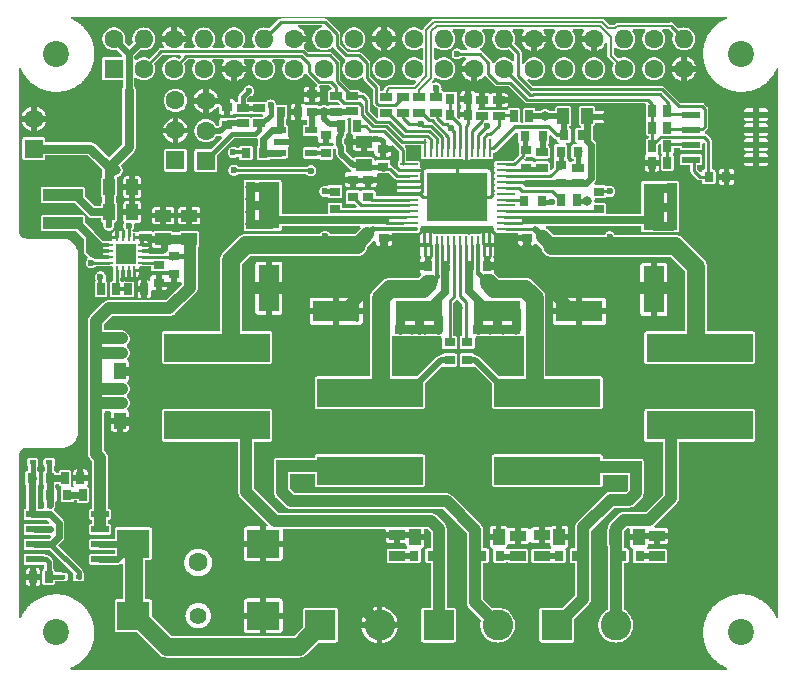
<source format=gtl>
G04 Layer_Physical_Order=1*
G04 Layer_Color=255*
%FSLAX44Y44*%
%MOMM*%
G71*
G01*
G75*
%ADD10R,2.8000X2.4000*%
%ADD11R,0.6000X0.4000*%
%ADD12R,0.8000X0.9000*%
%ADD13R,3.4000X1.0000*%
%ADD14R,1.0000X1.3500*%
%ADD15R,9.0000X2.4000*%
%ADD16R,4.0000X1.8000*%
%ADD17R,1.8000X4.0000*%
%ADD18R,1.4000X0.8500*%
G04:AMPARAMS|DCode=19|XSize=0.25mm|YSize=0.6mm|CornerRadius=0.025mm|HoleSize=0mm|Usage=FLASHONLY|Rotation=90.000|XOffset=0mm|YOffset=0mm|HoleType=Round|Shape=RoundedRectangle|*
%AMROUNDEDRECTD19*
21,1,0.2500,0.5500,0,0,90.0*
21,1,0.2000,0.6000,0,0,90.0*
1,1,0.0500,0.2750,0.1000*
1,1,0.0500,0.2750,-0.1000*
1,1,0.0500,-0.2750,-0.1000*
1,1,0.0500,-0.2750,0.1000*
%
%ADD19ROUNDEDRECTD19*%
G04:AMPARAMS|DCode=20|XSize=0.25mm|YSize=0.6mm|CornerRadius=0.025mm|HoleSize=0mm|Usage=FLASHONLY|Rotation=180.000|XOffset=0mm|YOffset=0mm|HoleType=Round|Shape=RoundedRectangle|*
%AMROUNDEDRECTD20*
21,1,0.2500,0.5500,0,0,180.0*
21,1,0.2000,0.6000,0,0,180.0*
1,1,0.0500,-0.1000,0.2750*
1,1,0.0500,0.1000,0.2750*
1,1,0.0500,0.1000,-0.2750*
1,1,0.0500,-0.1000,-0.2750*
%
%ADD20ROUNDEDRECTD20*%
%ADD21R,1.7000X1.7000*%
%ADD22R,1.0000X0.6000*%
%ADD23R,0.9000X0.8000*%
%ADD24R,0.7000X1.0000*%
%ADD25R,1.0000X2.7000*%
%ADD26R,1.5200X0.6000*%
%ADD27R,5.2000X4.1000*%
G04:AMPARAMS|DCode=28|XSize=0.25mm|YSize=1.55mm|CornerRadius=0.025mm|HoleSize=0mm|Usage=FLASHONLY|Rotation=180.000|XOffset=0mm|YOffset=0mm|HoleType=Round|Shape=RoundedRectangle|*
%AMROUNDEDRECTD28*
21,1,0.2500,1.5000,0,0,180.0*
21,1,0.2000,1.5500,0,0,180.0*
1,1,0.0500,-0.1000,0.7500*
1,1,0.0500,0.1000,0.7500*
1,1,0.0500,0.1000,-0.7500*
1,1,0.0500,-0.1000,-0.7500*
%
%ADD28ROUNDEDRECTD28*%
G04:AMPARAMS|DCode=29|XSize=0.25mm|YSize=1.55mm|CornerRadius=0.025mm|HoleSize=0mm|Usage=FLASHONLY|Rotation=270.000|XOffset=0mm|YOffset=0mm|HoleType=Round|Shape=RoundedRectangle|*
%AMROUNDEDRECTD29*
21,1,0.2500,1.5000,0,0,270.0*
21,1,0.2000,1.5500,0,0,270.0*
1,1,0.0500,-0.7500,-0.1000*
1,1,0.0500,-0.7500,0.1000*
1,1,0.0500,0.7500,0.1000*
1,1,0.0500,0.7500,-0.1000*
%
%ADD29ROUNDEDRECTD29*%
%ADD30R,1.3500X1.0000*%
%ADD31R,1.0000X0.7000*%
G04:AMPARAMS|DCode=32|XSize=0.6mm|YSize=0.5mm|CornerRadius=0.0125mm|HoleSize=0mm|Usage=FLASHONLY|Rotation=180.000|XOffset=0mm|YOffset=0mm|HoleType=Round|Shape=RoundedRectangle|*
%AMROUNDEDRECTD32*
21,1,0.6000,0.4750,0,0,180.0*
21,1,0.5750,0.5000,0,0,180.0*
1,1,0.0250,-0.2875,0.2375*
1,1,0.0250,0.2875,0.2375*
1,1,0.0250,0.2875,-0.2375*
1,1,0.0250,-0.2875,-0.2375*
%
%ADD32ROUNDEDRECTD32*%
%ADD33C,0.2500*%
%ADD34C,0.3000*%
%ADD35C,0.8000*%
%ADD36C,0.6000*%
%ADD37C,0.7000*%
%ADD38C,0.9000*%
%ADD39C,1.0000*%
%ADD40C,0.4000*%
%ADD41C,0.5000*%
%ADD42C,1.5000*%
%ADD43C,0.2400*%
%ADD44C,0.2250*%
%ADD45C,1.2000*%
%ADD46C,0.6900*%
%ADD47C,0.2000*%
%ADD48C,0.3800*%
%ADD49C,1.6000*%
%ADD50C,1.4000*%
%ADD51R,1.6000X1.6000*%
%ADD52O,1.6000X1.5600*%
%ADD53R,1.6000X1.6000*%
%ADD54C,2.2000*%
%ADD55C,2.6000*%
%ADD56R,2.6000X2.6000*%
%ADD57C,0.8000*%
%ADD58C,0.6000*%
%ADD59C,0.9000*%
G36*
X602996Y554959D02*
X601936Y554520D01*
X601819Y554465D01*
X601697Y554419D01*
X600997Y554076D01*
X600293Y553743D01*
X600182Y553676D01*
X600065Y553619D01*
X598713Y552872D01*
X598603Y552804D01*
X598487Y552745D01*
X597830Y552326D01*
X597168Y551916D01*
X597064Y551837D01*
X596955Y551767D01*
X595695Y550873D01*
X595593Y550793D01*
X595484Y550721D01*
X594879Y550231D01*
X594266Y549750D01*
X594172Y549660D01*
X594071Y549578D01*
X592920Y548549D01*
X592827Y548458D01*
X592727Y548375D01*
X592179Y547819D01*
X591625Y547273D01*
X591542Y547173D01*
X591451Y547080D01*
X590422Y545929D01*
X590340Y545828D01*
X590250Y545734D01*
X589768Y545120D01*
X589279Y544516D01*
X589207Y544407D01*
X589127Y544305D01*
X588233Y543045D01*
X588163Y542935D01*
X588084Y542832D01*
X587675Y542170D01*
X587255Y541513D01*
X587196Y541397D01*
X587128Y541287D01*
X586381Y539935D01*
X586324Y539818D01*
X586257Y539707D01*
X585924Y539002D01*
X585581Y538303D01*
X585535Y538181D01*
X585480Y538064D01*
X584889Y536637D01*
X584845Y536514D01*
X584791Y536396D01*
X584539Y535658D01*
X584276Y534925D01*
X584245Y534799D01*
X584203Y534676D01*
X583775Y533192D01*
X583745Y533066D01*
X583705Y532942D01*
X583537Y532181D01*
X583358Y531423D01*
X583341Y531294D01*
X583313Y531167D01*
X583054Y529645D01*
X583039Y529516D01*
X583013Y529388D01*
X582931Y528613D01*
X582838Y527840D01*
X582835Y527710D01*
X582822Y527580D01*
X582735Y526039D01*
X582734Y525909D01*
X582722Y525779D01*
X582728Y525000D01*
X582722Y524221D01*
X582734Y524091D01*
X582735Y523961D01*
X582822Y522420D01*
X582835Y522290D01*
X582838Y522160D01*
X582931Y521387D01*
X583013Y520612D01*
X583039Y520484D01*
X583054Y520355D01*
X583313Y518833D01*
X583341Y518706D01*
X583358Y518577D01*
X583537Y517819D01*
X583705Y517058D01*
X583745Y516934D01*
X583775Y516808D01*
X584203Y515324D01*
X584245Y515201D01*
X584276Y515075D01*
X584539Y514341D01*
X584791Y513604D01*
X584845Y513486D01*
X584889Y513363D01*
X585480Y511936D01*
X585535Y511819D01*
X585581Y511697D01*
X585924Y510997D01*
X586257Y510293D01*
X586324Y510182D01*
X586381Y510065D01*
X587128Y508713D01*
X587196Y508603D01*
X587255Y508487D01*
X587674Y507830D01*
X588084Y507168D01*
X588163Y507064D01*
X588233Y506955D01*
X589127Y505695D01*
X589207Y505593D01*
X589279Y505484D01*
X589769Y504879D01*
X590250Y504266D01*
X590340Y504172D01*
X590422Y504071D01*
X591451Y502920D01*
X591542Y502827D01*
X591625Y502727D01*
X592181Y502179D01*
X592727Y501625D01*
X592827Y501542D01*
X592920Y501451D01*
X594071Y500422D01*
X594172Y500340D01*
X594266Y500250D01*
X594880Y499768D01*
X595484Y499279D01*
X595593Y499207D01*
X595695Y499127D01*
X596955Y498233D01*
X597065Y498163D01*
X597168Y498084D01*
X597830Y497675D01*
X598487Y497255D01*
X598603Y497196D01*
X598713Y497128D01*
X600065Y496381D01*
X600182Y496324D01*
X600293Y496257D01*
X600998Y495924D01*
X601697Y495581D01*
X601819Y495535D01*
X601936Y495480D01*
X603363Y494889D01*
X603486Y494845D01*
X603604Y494791D01*
X604342Y494539D01*
X605075Y494276D01*
X605201Y494245D01*
X605324Y494203D01*
X606808Y493775D01*
X606934Y493745D01*
X607058Y493705D01*
X607819Y493537D01*
X608577Y493358D01*
X608706Y493341D01*
X608833Y493313D01*
X610355Y493054D01*
X610484Y493039D01*
X610612Y493013D01*
X611387Y492931D01*
X612160Y492838D01*
X612290Y492835D01*
X612420Y492822D01*
X613961Y492735D01*
X614091Y492734D01*
X614221Y492722D01*
X614611Y492725D01*
X615000Y492706D01*
X615389Y492725D01*
X615779Y492722D01*
X615909Y492734D01*
X616039Y492735D01*
X617580Y492822D01*
X617710Y492835D01*
X617840Y492838D01*
X618613Y492931D01*
X619388Y493013D01*
X619516Y493039D01*
X619645Y493054D01*
X621167Y493313D01*
X621294Y493341D01*
X621423Y493358D01*
X622181Y493537D01*
X622942Y493705D01*
X623066Y493745D01*
X623192Y493775D01*
X624676Y494203D01*
X624799Y494245D01*
X624925Y494276D01*
X625659Y494539D01*
X626396Y494791D01*
X626514Y494845D01*
X626637Y494889D01*
X628063Y495480D01*
X628181Y495535D01*
X628303Y495581D01*
X629003Y495924D01*
X629707Y496257D01*
X629818Y496324D01*
X629935Y496381D01*
X631287Y497128D01*
X631397Y497196D01*
X631513Y497255D01*
X632170Y497674D01*
X632832Y498084D01*
X632936Y498163D01*
X633045Y498233D01*
X634305Y499127D01*
X634407Y499207D01*
X634516Y499279D01*
X635121Y499769D01*
X635734Y500250D01*
X635828Y500340D01*
X635929Y500422D01*
X637080Y501451D01*
X637173Y501542D01*
X637273Y501625D01*
X637821Y502181D01*
X638375Y502727D01*
X638458Y502827D01*
X638549Y502920D01*
X639578Y504071D01*
X639660Y504172D01*
X639750Y504266D01*
X640232Y504880D01*
X640721Y505484D01*
X640793Y505593D01*
X640873Y505695D01*
X641767Y506955D01*
X641837Y507065D01*
X641916Y507168D01*
X642325Y507830D01*
X642745Y508487D01*
X642804Y508603D01*
X642872Y508713D01*
X643619Y510065D01*
X643676Y510182D01*
X643743Y510293D01*
X644076Y510998D01*
X644419Y511697D01*
X644465Y511819D01*
X644520Y511936D01*
X644959Y512996D01*
X646483Y512693D01*
Y47307D01*
X644959Y47004D01*
X644520Y48064D01*
X644465Y48181D01*
X644419Y48303D01*
X644076Y49003D01*
X643743Y49707D01*
X643676Y49818D01*
X643619Y49935D01*
X642872Y51287D01*
X642804Y51397D01*
X642745Y51513D01*
X642326Y52170D01*
X641916Y52832D01*
X641837Y52936D01*
X641767Y53045D01*
X640873Y54305D01*
X640793Y54407D01*
X640721Y54516D01*
X640231Y55121D01*
X639750Y55734D01*
X639660Y55828D01*
X639578Y55929D01*
X638549Y57080D01*
X638458Y57173D01*
X638375Y57273D01*
X637819Y57821D01*
X637273Y58375D01*
X637173Y58458D01*
X637080Y58549D01*
X635929Y59578D01*
X635828Y59660D01*
X635734Y59750D01*
X635120Y60232D01*
X634516Y60721D01*
X634407Y60793D01*
X634305Y60873D01*
X633045Y61767D01*
X632935Y61837D01*
X632832Y61916D01*
X632170Y62325D01*
X631513Y62745D01*
X631397Y62804D01*
X631287Y62872D01*
X629935Y63619D01*
X629818Y63676D01*
X629707Y63743D01*
X629002Y64076D01*
X628303Y64419D01*
X628181Y64465D01*
X628064Y64520D01*
X626637Y65111D01*
X626514Y65155D01*
X626396Y65209D01*
X625658Y65461D01*
X624925Y65724D01*
X624799Y65755D01*
X624676Y65797D01*
X623192Y66225D01*
X623066Y66255D01*
X622942Y66295D01*
X622181Y66463D01*
X621423Y66642D01*
X621294Y66659D01*
X621167Y66687D01*
X619645Y66946D01*
X619516Y66961D01*
X619388Y66987D01*
X618613Y67069D01*
X617840Y67162D01*
X617710Y67165D01*
X617580Y67178D01*
X616039Y67265D01*
X615909Y67266D01*
X615779Y67278D01*
X615389Y67275D01*
X615000Y67294D01*
X614611Y67275D01*
X614221Y67278D01*
X614091Y67266D01*
X613961Y67265D01*
X612420Y67178D01*
X612290Y67165D01*
X612160Y67162D01*
X611387Y67069D01*
X610612Y66987D01*
X610484Y66961D01*
X610355Y66946D01*
X608833Y66687D01*
X608706Y66659D01*
X608577Y66642D01*
X607819Y66463D01*
X607058Y66295D01*
X606934Y66255D01*
X606808Y66225D01*
X605324Y65797D01*
X605201Y65755D01*
X605075Y65724D01*
X604341Y65461D01*
X603604Y65209D01*
X603486Y65155D01*
X603363Y65111D01*
X601936Y64520D01*
X601819Y64465D01*
X601697Y64419D01*
X600997Y64076D01*
X600293Y63743D01*
X600182Y63676D01*
X600065Y63619D01*
X598713Y62872D01*
X598603Y62804D01*
X598487Y62745D01*
X597830Y62326D01*
X597168Y61916D01*
X597064Y61837D01*
X596955Y61767D01*
X595695Y60873D01*
X595593Y60793D01*
X595484Y60721D01*
X594879Y60231D01*
X594266Y59750D01*
X594172Y59660D01*
X594071Y59578D01*
X592920Y58549D01*
X592827Y58458D01*
X592727Y58375D01*
X592179Y57819D01*
X591625Y57273D01*
X591542Y57173D01*
X591451Y57080D01*
X590422Y55929D01*
X590340Y55828D01*
X590250Y55734D01*
X589768Y55120D01*
X589279Y54516D01*
X589207Y54407D01*
X589127Y54305D01*
X588233Y53045D01*
X588163Y52936D01*
X588084Y52832D01*
X587675Y52171D01*
X587255Y51513D01*
X587196Y51397D01*
X587128Y51287D01*
X586381Y49935D01*
X586324Y49818D01*
X586257Y49707D01*
X585924Y49002D01*
X585581Y48303D01*
X585535Y48181D01*
X585480Y48064D01*
X584889Y46637D01*
X584845Y46514D01*
X584791Y46396D01*
X584539Y45658D01*
X584276Y44925D01*
X584245Y44799D01*
X584203Y44676D01*
X583775Y43192D01*
X583745Y43066D01*
X583705Y42942D01*
X583537Y42181D01*
X583358Y41423D01*
X583341Y41294D01*
X583313Y41167D01*
X583054Y39645D01*
X583039Y39516D01*
X583013Y39388D01*
X582931Y38613D01*
X582838Y37840D01*
X582835Y37710D01*
X582822Y37580D01*
X582735Y36038D01*
X582734Y35909D01*
X582722Y35779D01*
X582728Y35000D01*
X582722Y34221D01*
X582734Y34091D01*
X582735Y33962D01*
X582822Y32420D01*
X582835Y32290D01*
X582838Y32160D01*
X582931Y31387D01*
X583013Y30612D01*
X583039Y30484D01*
X583054Y30355D01*
X583313Y28833D01*
X583341Y28706D01*
X583358Y28577D01*
X583537Y27819D01*
X583705Y27058D01*
X583745Y26934D01*
X583775Y26808D01*
X584203Y25324D01*
X584245Y25201D01*
X584276Y25075D01*
X584539Y24341D01*
X584791Y23604D01*
X584845Y23486D01*
X584889Y23363D01*
X585480Y21937D01*
X585535Y21819D01*
X585581Y21697D01*
X585924Y20997D01*
X586257Y20293D01*
X586324Y20182D01*
X586381Y20065D01*
X587128Y18713D01*
X587196Y18603D01*
X587255Y18487D01*
X587674Y17830D01*
X588084Y17168D01*
X588163Y17064D01*
X588233Y16955D01*
X589127Y15695D01*
X589207Y15593D01*
X589279Y15484D01*
X589769Y14878D01*
X590250Y14266D01*
X590340Y14172D01*
X590422Y14071D01*
X591451Y12920D01*
X591542Y12827D01*
X591625Y12727D01*
X592181Y12179D01*
X592727Y11625D01*
X592827Y11542D01*
X592920Y11451D01*
X594071Y10422D01*
X594172Y10340D01*
X594266Y10250D01*
X594880Y9768D01*
X595484Y9279D01*
X595593Y9207D01*
X595695Y9127D01*
X596955Y8233D01*
X597065Y8163D01*
X597168Y8084D01*
X597830Y7675D01*
X598487Y7255D01*
X598603Y7196D01*
X598713Y7128D01*
X600065Y6381D01*
X600182Y6324D01*
X600293Y6257D01*
X600998Y5924D01*
X601697Y5581D01*
X601819Y5535D01*
X601936Y5480D01*
X602996Y5041D01*
X602693Y3517D01*
X47307D01*
X47004Y5041D01*
X48064Y5480D01*
X48181Y5535D01*
X48303Y5581D01*
X49003Y5924D01*
X49707Y6257D01*
X49818Y6324D01*
X49935Y6381D01*
X51287Y7128D01*
X51397Y7196D01*
X51513Y7255D01*
X52170Y7674D01*
X52832Y8084D01*
X52936Y8163D01*
X53045Y8233D01*
X54305Y9127D01*
X54407Y9207D01*
X54516Y9279D01*
X55121Y9769D01*
X55734Y10250D01*
X55828Y10340D01*
X55929Y10422D01*
X57080Y11451D01*
X57173Y11542D01*
X57273Y11625D01*
X57821Y12181D01*
X58375Y12727D01*
X58458Y12827D01*
X58549Y12920D01*
X59578Y14071D01*
X59660Y14172D01*
X59750Y14266D01*
X60232Y14880D01*
X60721Y15484D01*
X60793Y15593D01*
X60873Y15695D01*
X61767Y16955D01*
X61837Y17064D01*
X61916Y17168D01*
X62325Y17830D01*
X62745Y18487D01*
X62804Y18603D01*
X62872Y18713D01*
X63619Y20065D01*
X63676Y20182D01*
X63743Y20293D01*
X64076Y20998D01*
X64419Y21697D01*
X64465Y21819D01*
X64520Y21937D01*
X65111Y23363D01*
X65155Y23486D01*
X65209Y23604D01*
X65461Y24342D01*
X65724Y25075D01*
X65755Y25201D01*
X65797Y25324D01*
X66225Y26808D01*
X66255Y26934D01*
X66295Y27058D01*
X66463Y27819D01*
X66642Y28577D01*
X66659Y28706D01*
X66687Y28833D01*
X66946Y30355D01*
X66961Y30484D01*
X66987Y30612D01*
X67069Y31387D01*
X67162Y32160D01*
X67165Y32290D01*
X67178Y32420D01*
X67265Y33962D01*
X67266Y34091D01*
X67278Y34221D01*
X67272Y35000D01*
X67278Y35779D01*
X67266Y35909D01*
X67265Y36038D01*
X67178Y37580D01*
X67165Y37710D01*
X67162Y37840D01*
X67069Y38613D01*
X66987Y39388D01*
X66961Y39516D01*
X66946Y39645D01*
X66687Y41167D01*
X66659Y41294D01*
X66642Y41423D01*
X66463Y42181D01*
X66295Y42942D01*
X66255Y43066D01*
X66225Y43192D01*
X65797Y44676D01*
X65755Y44799D01*
X65724Y44925D01*
X65461Y45659D01*
X65209Y46396D01*
X65155Y46514D01*
X65111Y46637D01*
X64520Y48064D01*
X64465Y48181D01*
X64419Y48303D01*
X64076Y49003D01*
X63743Y49707D01*
X63676Y49818D01*
X63619Y49935D01*
X62872Y51287D01*
X62804Y51397D01*
X62745Y51513D01*
X62326Y52170D01*
X61916Y52832D01*
X61837Y52936D01*
X61767Y53045D01*
X60873Y54305D01*
X60793Y54407D01*
X60721Y54516D01*
X60231Y55121D01*
X59750Y55734D01*
X59660Y55828D01*
X59578Y55929D01*
X58549Y57080D01*
X58458Y57173D01*
X58375Y57273D01*
X57819Y57821D01*
X57273Y58375D01*
X57173Y58458D01*
X57080Y58549D01*
X55929Y59578D01*
X55828Y59660D01*
X55734Y59750D01*
X55120Y60232D01*
X54516Y60721D01*
X54407Y60793D01*
X54305Y60873D01*
X53045Y61767D01*
X52936Y61837D01*
X52832Y61916D01*
X52171Y62325D01*
X51513Y62745D01*
X51397Y62804D01*
X51287Y62872D01*
X49935Y63619D01*
X49818Y63676D01*
X49707Y63743D01*
X49002Y64076D01*
X48303Y64419D01*
X48181Y64465D01*
X48064Y64520D01*
X46637Y65111D01*
X46514Y65155D01*
X46396Y65209D01*
X45658Y65461D01*
X44925Y65724D01*
X44799Y65755D01*
X44676Y65797D01*
X43192Y66225D01*
X43066Y66255D01*
X42942Y66295D01*
X42181Y66463D01*
X41423Y66642D01*
X41294Y66659D01*
X41167Y66687D01*
X39645Y66946D01*
X39516Y66961D01*
X39388Y66987D01*
X38613Y67069D01*
X37840Y67162D01*
X37710Y67165D01*
X37580Y67178D01*
X36038Y67265D01*
X35909Y67266D01*
X35779Y67278D01*
X35389Y67275D01*
X35000Y67294D01*
X34611Y67275D01*
X34221Y67278D01*
X34091Y67266D01*
X33962Y67265D01*
X32420Y67178D01*
X32290Y67165D01*
X32160Y67162D01*
X31387Y67069D01*
X30612Y66987D01*
X30484Y66961D01*
X30355Y66946D01*
X28833Y66687D01*
X28706Y66659D01*
X28577Y66642D01*
X27819Y66463D01*
X27058Y66295D01*
X26934Y66255D01*
X26808Y66225D01*
X25324Y65797D01*
X25201Y65755D01*
X25075Y65724D01*
X24341Y65461D01*
X23604Y65209D01*
X23486Y65155D01*
X23363Y65111D01*
X21937Y64520D01*
X21819Y64465D01*
X21697Y64419D01*
X20997Y64076D01*
X20293Y63743D01*
X20182Y63676D01*
X20065Y63619D01*
X18713Y62872D01*
X18603Y62804D01*
X18487Y62745D01*
X17830Y62326D01*
X17168Y61916D01*
X17064Y61837D01*
X16955Y61767D01*
X15695Y60873D01*
X15593Y60793D01*
X15484Y60721D01*
X14878Y60231D01*
X14266Y59750D01*
X14172Y59660D01*
X14071Y59578D01*
X12920Y58549D01*
X12827Y58458D01*
X12727Y58375D01*
X12179Y57819D01*
X11625Y57273D01*
X11542Y57173D01*
X11451Y57080D01*
X10422Y55929D01*
X10340Y55828D01*
X10250Y55734D01*
X9768Y55120D01*
X9279Y54516D01*
X9207Y54407D01*
X9127Y54305D01*
X8233Y53045D01*
X8163Y52936D01*
X8084Y52832D01*
X7675Y52171D01*
X7255Y51513D01*
X7196Y51397D01*
X7128Y51287D01*
X6381Y49935D01*
X6324Y49818D01*
X6257Y49707D01*
X5924Y49002D01*
X5581Y48303D01*
X5535Y48181D01*
X5480Y48064D01*
X5041Y47004D01*
X3517Y47307D01*
Y185000D01*
X3510Y185068D01*
X3585Y186016D01*
X3823Y187007D01*
X4213Y187949D01*
X4745Y188818D01*
X5407Y189593D01*
X6182Y190255D01*
X7051Y190787D01*
X7993Y191177D01*
X8984Y191415D01*
X9933Y191490D01*
X10000Y191483D01*
X40000D01*
Y191479D01*
X41514Y191564D01*
X43009Y191818D01*
X44466Y192237D01*
X45867Y192818D01*
X47194Y193551D01*
X48430Y194429D01*
X49561Y195439D01*
X50571Y196570D01*
X51449Y197806D01*
X52182Y199133D01*
X52762Y200534D01*
X53182Y201991D01*
X53436Y203486D01*
X53521Y205000D01*
X53517D01*
Y355000D01*
X53521D01*
X53436Y356514D01*
X53182Y358009D01*
X52762Y359466D01*
X52182Y360867D01*
X51449Y362194D01*
X50571Y363430D01*
X49561Y364561D01*
X48430Y365571D01*
X47194Y366449D01*
X45867Y367182D01*
X44466Y367762D01*
X43009Y368182D01*
X41514Y368436D01*
X40000Y368521D01*
Y368517D01*
X10000D01*
X9933Y368510D01*
X8984Y368585D01*
X7993Y368823D01*
X7051Y369213D01*
X6182Y369745D01*
X5407Y370407D01*
X4745Y371182D01*
X4213Y372051D01*
X3823Y372993D01*
X3585Y373984D01*
X3510Y374933D01*
X3517Y375000D01*
X3517Y375000D01*
Y512693D01*
X5041Y512996D01*
X5480Y511936D01*
X5535Y511819D01*
X5581Y511697D01*
X5924Y510997D01*
X6257Y510293D01*
X6324Y510182D01*
X6381Y510065D01*
X7128Y508713D01*
X7196Y508603D01*
X7255Y508487D01*
X7674Y507830D01*
X8084Y507168D01*
X8163Y507064D01*
X8233Y506955D01*
X9127Y505695D01*
X9207Y505593D01*
X9279Y505484D01*
X9769Y504879D01*
X10250Y504266D01*
X10340Y504172D01*
X10422Y504071D01*
X11451Y502920D01*
X11542Y502827D01*
X11625Y502727D01*
X12181Y502179D01*
X12727Y501625D01*
X12827Y501542D01*
X12920Y501451D01*
X14071Y500422D01*
X14172Y500340D01*
X14266Y500250D01*
X14880Y499768D01*
X15484Y499279D01*
X15593Y499207D01*
X15695Y499127D01*
X16955Y498233D01*
X17064Y498163D01*
X17168Y498084D01*
X17830Y497675D01*
X18487Y497255D01*
X18603Y497196D01*
X18713Y497128D01*
X20065Y496381D01*
X20182Y496324D01*
X20293Y496257D01*
X20998Y495924D01*
X21697Y495581D01*
X21819Y495535D01*
X21937Y495480D01*
X23363Y494889D01*
X23486Y494845D01*
X23604Y494791D01*
X24342Y494539D01*
X25075Y494276D01*
X25201Y494245D01*
X25324Y494203D01*
X26808Y493775D01*
X26934Y493745D01*
X27058Y493705D01*
X27819Y493537D01*
X28577Y493358D01*
X28706Y493341D01*
X28833Y493313D01*
X30355Y493054D01*
X30484Y493039D01*
X30612Y493013D01*
X31387Y492931D01*
X32160Y492838D01*
X32290Y492835D01*
X32420Y492822D01*
X33962Y492735D01*
X34091Y492734D01*
X34221Y492722D01*
X34611Y492725D01*
X35000Y492706D01*
X35389Y492725D01*
X35779Y492722D01*
X35909Y492734D01*
X36038Y492735D01*
X37580Y492822D01*
X37710Y492835D01*
X37840Y492838D01*
X38613Y492931D01*
X39388Y493013D01*
X39516Y493039D01*
X39645Y493054D01*
X41167Y493313D01*
X41294Y493341D01*
X41423Y493358D01*
X42181Y493537D01*
X42942Y493705D01*
X43066Y493745D01*
X43192Y493775D01*
X44676Y494203D01*
X44799Y494245D01*
X44925Y494276D01*
X45659Y494539D01*
X46396Y494791D01*
X46514Y494845D01*
X46637Y494889D01*
X48064Y495480D01*
X48181Y495535D01*
X48303Y495581D01*
X49003Y495924D01*
X49707Y496257D01*
X49818Y496324D01*
X49935Y496381D01*
X51287Y497128D01*
X51397Y497196D01*
X51513Y497255D01*
X52170Y497674D01*
X52832Y498084D01*
X52936Y498163D01*
X53045Y498233D01*
X54305Y499127D01*
X54407Y499207D01*
X54516Y499279D01*
X55121Y499769D01*
X55734Y500250D01*
X55828Y500340D01*
X55929Y500422D01*
X57080Y501451D01*
X57173Y501542D01*
X57273Y501625D01*
X57821Y502181D01*
X58375Y502727D01*
X58458Y502827D01*
X58549Y502920D01*
X59578Y504071D01*
X59660Y504172D01*
X59750Y504266D01*
X60232Y504880D01*
X60721Y505484D01*
X60793Y505593D01*
X60873Y505695D01*
X61767Y506955D01*
X61837Y507065D01*
X61916Y507168D01*
X62325Y507830D01*
X62745Y508487D01*
X62804Y508603D01*
X62872Y508713D01*
X63619Y510065D01*
X63676Y510182D01*
X63743Y510293D01*
X64076Y510998D01*
X64419Y511697D01*
X64465Y511819D01*
X64520Y511936D01*
X65111Y513363D01*
X65155Y513486D01*
X65209Y513604D01*
X65461Y514342D01*
X65724Y515075D01*
X65755Y515201D01*
X65797Y515324D01*
X66225Y516808D01*
X66255Y516934D01*
X66295Y517058D01*
X66463Y517819D01*
X66642Y518577D01*
X66659Y518706D01*
X66687Y518833D01*
X66946Y520355D01*
X66961Y520484D01*
X66987Y520612D01*
X67069Y521387D01*
X67162Y522160D01*
X67165Y522290D01*
X67178Y522420D01*
X67265Y523961D01*
X67266Y524091D01*
X67278Y524221D01*
X67272Y525000D01*
X67278Y525779D01*
X67266Y525909D01*
X67265Y526039D01*
X67178Y527580D01*
X67165Y527710D01*
X67162Y527840D01*
X67069Y528613D01*
X66987Y529388D01*
X66961Y529516D01*
X66946Y529645D01*
X66687Y531167D01*
X66659Y531294D01*
X66642Y531423D01*
X66463Y532181D01*
X66295Y532942D01*
X66255Y533066D01*
X66225Y533192D01*
X65797Y534676D01*
X65755Y534799D01*
X65724Y534925D01*
X65461Y535659D01*
X65209Y536396D01*
X65155Y536514D01*
X65111Y536637D01*
X64520Y538063D01*
X64465Y538181D01*
X64419Y538303D01*
X64076Y539003D01*
X63743Y539707D01*
X63676Y539818D01*
X63619Y539935D01*
X62872Y541287D01*
X62804Y541397D01*
X62745Y541513D01*
X62326Y542170D01*
X61916Y542832D01*
X61837Y542936D01*
X61767Y543045D01*
X60873Y544305D01*
X60793Y544407D01*
X60721Y544516D01*
X60231Y545121D01*
X59750Y545734D01*
X59660Y545828D01*
X59578Y545929D01*
X58549Y547080D01*
X58458Y547173D01*
X58375Y547273D01*
X57819Y547821D01*
X57273Y548375D01*
X57173Y548458D01*
X57080Y548549D01*
X55929Y549578D01*
X55828Y549660D01*
X55734Y549750D01*
X55120Y550232D01*
X54516Y550721D01*
X54407Y550793D01*
X54305Y550873D01*
X53045Y551767D01*
X52936Y551837D01*
X52832Y551916D01*
X52171Y552325D01*
X51513Y552745D01*
X51397Y552804D01*
X51287Y552872D01*
X49935Y553619D01*
X49818Y553676D01*
X49707Y553743D01*
X49002Y554076D01*
X48303Y554419D01*
X48181Y554465D01*
X48064Y554520D01*
X47004Y554959D01*
X47307Y556483D01*
X602693D01*
X602996Y554959D01*
D02*
G37*
%LPC*%
G36*
X550000Y348022D02*
X543500D01*
Y328000D01*
X552522D01*
Y345500D01*
X552436Y346153D01*
X552184Y346761D01*
X551783Y347283D01*
X551261Y347684D01*
X550653Y347936D01*
X550000Y348022D01*
D02*
G37*
G36*
X212500Y349021D02*
X206000D01*
X205347Y348936D01*
X204739Y348684D01*
X204217Y348283D01*
X203816Y347761D01*
X203564Y347153D01*
X203479Y346500D01*
Y329000D01*
X212500D01*
Y349021D01*
D02*
G37*
G36*
X538500Y348022D02*
X532000D01*
X531347Y347936D01*
X530739Y347684D01*
X530217Y347283D01*
X529816Y346761D01*
X529564Y346153D01*
X529478Y345500D01*
Y328000D01*
X538500D01*
Y348022D01*
D02*
G37*
G36*
X106500Y333022D02*
X105500D01*
X104847Y332936D01*
X104239Y332684D01*
X103717Y332283D01*
X103316Y331761D01*
X103064Y331153D01*
X102978Y330500D01*
Y328000D01*
X106500D01*
Y333022D01*
D02*
G37*
G36*
X224000Y349021D02*
X217500D01*
Y329000D01*
X226522D01*
Y346500D01*
X226436Y347153D01*
X226184Y347761D01*
X225783Y348283D01*
X225261Y348684D01*
X224653Y348936D01*
X224000Y349021D01*
D02*
G37*
G36*
X105024Y340250D02*
X102500D01*
Y336009D01*
X102968Y336071D01*
X103637Y336348D01*
X104211Y336789D01*
X104652Y337363D01*
X104929Y338032D01*
X105024Y338750D01*
Y340250D01*
D02*
G37*
G36*
X319522Y366500D02*
X315000D01*
Y362478D01*
X317000D01*
X317653Y362564D01*
X318261Y362816D01*
X318783Y363217D01*
X319184Y363739D01*
X319436Y364347D01*
X319522Y365000D01*
Y366500D01*
D02*
G37*
G36*
X430750Y366500D02*
X426228D01*
Y365000D01*
X426314Y364347D01*
X426566Y363739D01*
X426967Y363217D01*
X427489Y362816D01*
X428097Y362564D01*
X428750Y362478D01*
X430750D01*
Y366500D01*
D02*
G37*
G36*
X119250Y337772D02*
X117250D01*
X116597Y337686D01*
X115989Y337434D01*
X115467Y337033D01*
X115066Y336511D01*
X114814Y335903D01*
X114728Y335250D01*
Y333862D01*
X114506Y333592D01*
X113204Y332914D01*
X113153Y332936D01*
X112500Y333022D01*
X111500D01*
Y325500D01*
Y317978D01*
X112500D01*
X113153Y318064D01*
X113761Y318316D01*
X114283Y318717D01*
X114684Y319239D01*
X114936Y319847D01*
X115022Y320500D01*
Y323888D01*
X115244Y324158D01*
X116546Y324836D01*
X116597Y324814D01*
X117250Y324729D01*
X119250D01*
Y331250D01*
Y337772D01*
D02*
G37*
G36*
X226522Y324000D02*
X217500D01*
Y303978D01*
X224000D01*
X224653Y304064D01*
X225261Y304316D01*
X225783Y304717D01*
X226184Y305239D01*
X226436Y305847D01*
X226522Y306500D01*
Y324000D01*
D02*
G37*
G36*
X269500Y318521D02*
X252000D01*
X251347Y318436D01*
X250739Y318184D01*
X250217Y317783D01*
X249816Y317261D01*
X249564Y316653D01*
X249478Y316000D01*
Y309500D01*
X269500D01*
Y318521D01*
D02*
G37*
G36*
X212500Y324000D02*
X203479D01*
Y306500D01*
X203564Y305847D01*
X203816Y305239D01*
X204217Y304717D01*
X204739Y304316D01*
X205347Y304064D01*
X206000Y303978D01*
X212500D01*
Y324000D01*
D02*
G37*
G36*
X538500Y323000D02*
X529478D01*
Y305500D01*
X529564Y304847D01*
X529816Y304239D01*
X530217Y303717D01*
X530739Y303316D01*
X531347Y303064D01*
X532000Y302978D01*
X538500D01*
Y323000D01*
D02*
G37*
G36*
X552522D02*
X543500D01*
Y302978D01*
X550000D01*
X550653Y303064D01*
X551261Y303316D01*
X551783Y303717D01*
X552184Y304239D01*
X552436Y304847D01*
X552522Y305500D01*
Y323000D01*
D02*
G37*
G36*
X106500D02*
X102978D01*
Y320500D01*
X103064Y319847D01*
X103316Y319239D01*
X103717Y318717D01*
X104239Y318316D01*
X104847Y318064D01*
X105500Y317978D01*
X106500D01*
Y323000D01*
D02*
G37*
G36*
X72500Y340773D02*
X71569Y340681D01*
X70673Y340410D01*
X69848Y339969D01*
X69125Y339375D01*
X68531Y338652D01*
X68090Y337826D01*
X67819Y336931D01*
X67727Y336000D01*
X67819Y335069D01*
X68090Y334173D01*
X68403Y333589D01*
X68478Y333042D01*
X68252Y331748D01*
X67971Y331382D01*
X67795Y330957D01*
X67735Y330500D01*
Y320500D01*
X67795Y320043D01*
X67971Y319618D01*
X68252Y319252D01*
X68617Y318971D01*
X69043Y318795D01*
X69500Y318735D01*
X76500D01*
X76957Y318795D01*
X77382Y318971D01*
X77748Y319252D01*
X78029Y319618D01*
X78205Y320043D01*
X78265Y320500D01*
Y330500D01*
X78205Y330957D01*
X78029Y331382D01*
X77748Y331748D01*
X77382Y332029D01*
X77364Y332037D01*
X77017Y332545D01*
X76811Y333084D01*
X76697Y333776D01*
X76910Y334173D01*
X77181Y335069D01*
X77273Y336000D01*
X77181Y336931D01*
X76910Y337826D01*
X76469Y338652D01*
X75875Y339375D01*
X75152Y339969D01*
X74327Y340410D01*
X73431Y340681D01*
X72500Y340773D01*
D02*
G37*
G36*
X498000Y318521D02*
X480500D01*
Y309500D01*
X500522D01*
Y316000D01*
X500436Y316653D01*
X500184Y317261D01*
X499783Y317783D01*
X499261Y318184D01*
X498653Y318436D01*
X498000Y318521D01*
D02*
G37*
G36*
X292000Y318521D02*
X274500D01*
Y309500D01*
X294522D01*
Y316000D01*
X294436Y316653D01*
X294184Y317261D01*
X293783Y317783D01*
X293261Y318184D01*
X292653Y318436D01*
X292000Y318521D01*
D02*
G37*
G36*
X475500Y318521D02*
X458000D01*
X457347Y318436D01*
X456739Y318184D01*
X456217Y317783D01*
X455816Y317261D01*
X455564Y316653D01*
X455479Y316000D01*
Y309500D01*
X475500D01*
Y318521D01*
D02*
G37*
G36*
X97000Y400272D02*
X94500D01*
X93847Y400186D01*
X93239Y399934D01*
X92717Y399533D01*
X92316Y399011D01*
X92064Y398403D01*
X91979Y397750D01*
Y393500D01*
X97000D01*
Y400272D01*
D02*
G37*
G36*
X104500D02*
X102000D01*
Y393500D01*
X107022D01*
Y397750D01*
X106936Y398403D01*
X106684Y399011D01*
X106283Y399533D01*
X105761Y399934D01*
X105153Y400186D01*
X104500Y400272D01*
D02*
G37*
G36*
X154250Y395522D02*
X150000D01*
Y390500D01*
X156772D01*
Y393000D01*
X156686Y393653D01*
X156434Y394261D01*
X156033Y394783D01*
X155511Y395184D01*
X154903Y395436D01*
X154250Y395522D01*
D02*
G37*
G36*
X132250Y395522D02*
X128000D01*
Y390500D01*
X134771D01*
Y393000D01*
X134686Y393653D01*
X134434Y394261D01*
X134033Y394783D01*
X133511Y395184D01*
X132903Y395436D01*
X132250Y395522D01*
D02*
G37*
G36*
X145000Y395522D02*
X140750D01*
X140097Y395436D01*
X139489Y395184D01*
X138967Y394783D01*
X138566Y394261D01*
X138314Y393653D01*
X138229Y393000D01*
Y390500D01*
X145000D01*
Y395522D01*
D02*
G37*
G36*
X283750Y416000D02*
X279228D01*
Y414500D01*
X279314Y413847D01*
X279566Y413239D01*
X279967Y412717D01*
X280489Y412316D01*
X281097Y412064D01*
X281750Y411978D01*
X283750D01*
Y416000D01*
D02*
G37*
G36*
X306271Y416000D02*
X301750D01*
Y411978D01*
X303750D01*
X304403Y412064D01*
X305011Y412316D01*
X305533Y412717D01*
X305934Y413239D01*
X306186Y413847D01*
X306271Y414500D01*
Y416000D01*
D02*
G37*
G36*
X343741Y410250D02*
X333500D01*
X323259D01*
X323321Y409782D01*
X323598Y409113D01*
X323685Y409000D01*
X323598Y408887D01*
X323321Y408218D01*
X323259Y407750D01*
X333500D01*
X343741D01*
X343679Y408218D01*
X343402Y408887D01*
X343315Y409000D01*
X343402Y409113D01*
X343679Y409782D01*
X343741Y410250D01*
D02*
G37*
G36*
X97000Y409500D02*
X91979D01*
Y405250D01*
X92064Y404597D01*
X92316Y403989D01*
X92717Y403467D01*
X93239Y403066D01*
X93847Y402814D01*
X94500Y402728D01*
X97000D01*
Y409500D01*
D02*
G37*
G36*
X107022D02*
X102000D01*
Y402728D01*
X104500D01*
X105153Y402814D01*
X105761Y403066D01*
X106283Y403467D01*
X106684Y403989D01*
X106936Y404597D01*
X107022Y405250D01*
Y409500D01*
D02*
G37*
G36*
X350750Y373241D02*
X350282Y373179D01*
X349613Y372902D01*
X349500Y372815D01*
X349387Y372902D01*
X348718Y373179D01*
X348250Y373241D01*
Y363000D01*
X347000D01*
Y361750D01*
X343226D01*
Y355500D01*
X343321Y354782D01*
X343598Y354113D01*
X343915Y353699D01*
X344004Y353284D01*
X343811Y351855D01*
X343717Y351783D01*
X343316Y351261D01*
X343064Y350653D01*
X342978Y350000D01*
Y348000D01*
X349500D01*
Y343000D01*
X342978D01*
Y341000D01*
X343064Y340347D01*
X343316Y339739D01*
X343717Y339217D01*
X343803Y339151D01*
X343945Y337693D01*
X343857Y337354D01*
X342945Y336555D01*
X341660Y335270D01*
X317500D01*
X316290Y335191D01*
X315101Y334954D01*
X313953Y334564D01*
X312865Y334028D01*
X311857Y333354D01*
X310945Y332555D01*
X303445Y325055D01*
X302646Y324143D01*
X301972Y323135D01*
X301436Y322047D01*
X301046Y320899D01*
X300809Y319710D01*
X300730Y318500D01*
Y251765D01*
X255500D01*
X255043Y251705D01*
X254617Y251529D01*
X254252Y251248D01*
X253971Y250883D01*
X253795Y250457D01*
X253735Y250000D01*
Y226000D01*
X253795Y225543D01*
X253971Y225117D01*
X254252Y224752D01*
X254617Y224471D01*
X255043Y224295D01*
X255500Y224235D01*
X345500D01*
X345957Y224295D01*
X346382Y224471D01*
X346748Y224752D01*
X347029Y225117D01*
X347205Y225543D01*
X347265Y226000D01*
Y246226D01*
X360755Y259716D01*
X362252Y260252D01*
X362617Y259971D01*
X363043Y259795D01*
X363500Y259735D01*
X372500D01*
X372957Y259795D01*
X373382Y259971D01*
X373748Y260252D01*
X374029Y260617D01*
X374205Y261043D01*
X374265Y261500D01*
Y269500D01*
X374205Y269957D01*
X374029Y270382D01*
X373748Y270748D01*
X373382Y271029D01*
X372957Y271205D01*
X372500Y271265D01*
X363500D01*
X363043Y271205D01*
X362617Y271029D01*
X362252Y270748D01*
X361971Y270382D01*
X361795Y269957D01*
X361771Y269771D01*
X360500D01*
X359667Y269688D01*
X358866Y269445D01*
X358127Y269051D01*
X357480Y268520D01*
X340726Y251765D01*
X319270D01*
Y285629D01*
X320428Y286129D01*
X320794Y286190D01*
X321079Y285971D01*
X321504Y285795D01*
X321961Y285735D01*
X325966D01*
X326000Y285732D01*
X326034Y285735D01*
X336633D01*
X336667Y285732D01*
X336701Y285735D01*
X341966D01*
X342000Y285732D01*
X342034Y285735D01*
X347299D01*
X347333Y285732D01*
X347367Y285735D01*
X357966D01*
X358000Y285732D01*
X358034Y285735D01*
X360468D01*
X360788Y285547D01*
X361735Y284500D01*
Y276500D01*
X361795Y276043D01*
X361971Y275618D01*
X362252Y275252D01*
X362617Y274971D01*
X363043Y274795D01*
X363500Y274735D01*
X372500D01*
X372957Y274795D01*
X373382Y274971D01*
X373748Y275252D01*
X374029Y275618D01*
X374205Y276043D01*
X374265Y276500D01*
Y284500D01*
X374205Y284957D01*
X374029Y285382D01*
X373748Y285748D01*
X373382Y286029D01*
X372957Y286205D01*
X372500Y286265D01*
X371015D01*
Y314251D01*
X373453Y316690D01*
X374500Y317192D01*
X375547Y316690D01*
X378985Y313251D01*
Y286265D01*
X378500D01*
X378043Y286205D01*
X377617Y286029D01*
X377252Y285748D01*
X376971Y285383D01*
X376795Y284957D01*
X376735Y284500D01*
Y276500D01*
X376795Y276043D01*
X376971Y275617D01*
X377252Y275252D01*
X377617Y274971D01*
X378043Y274795D01*
X378500Y274735D01*
X387500D01*
X387957Y274795D01*
X388383Y274971D01*
X388748Y275252D01*
X389029Y275617D01*
X389205Y276043D01*
X389265Y276500D01*
Y284500D01*
X390212Y285547D01*
X390532Y285735D01*
X391966D01*
X392000Y285732D01*
X392034Y285735D01*
X402633D01*
X402667Y285732D01*
X402701Y285735D01*
X413299D01*
X413333Y285732D01*
X413367Y285735D01*
X423966D01*
X424000Y285732D01*
X424034Y285735D01*
X427938D01*
X428395Y285795D01*
X428821Y285971D01*
X429186Y286252D01*
X429206Y286278D01*
X430722Y285894D01*
X430730Y285890D01*
Y251765D01*
X409774D01*
X393020Y268520D01*
X392373Y269051D01*
X391634Y269445D01*
X390833Y269688D01*
X390000Y269771D01*
X389230D01*
X389205Y269957D01*
X389029Y270382D01*
X388748Y270748D01*
X388383Y271029D01*
X387957Y271205D01*
X387500Y271265D01*
X378500D01*
X378043Y271205D01*
X377617Y271029D01*
X377252Y270748D01*
X376971Y270382D01*
X376795Y269957D01*
X376735Y269500D01*
Y261500D01*
X376795Y261043D01*
X376971Y260617D01*
X377252Y260252D01*
X377617Y259971D01*
X378043Y259795D01*
X378500Y259735D01*
X387500D01*
X387957Y259795D01*
X388383Y259971D01*
X388748Y260252D01*
X389180Y260280D01*
X404151Y245309D01*
Y226000D01*
X404212Y225543D01*
X404388Y225117D01*
X404669Y224752D01*
X405034Y224471D01*
X405460Y224295D01*
X405917Y224235D01*
X495917D01*
X496373Y224295D01*
X496799Y224471D01*
X497165Y224752D01*
X497445Y225117D01*
X497622Y225543D01*
X497682Y226000D01*
Y250000D01*
X497622Y250457D01*
X497445Y250883D01*
X497165Y251248D01*
X496799Y251529D01*
X496373Y251705D01*
X495917Y251765D01*
X449270D01*
Y318201D01*
X449190Y319411D01*
X448954Y320600D01*
X448564Y321748D01*
X448028Y322836D01*
X447354Y323844D01*
X446555Y324756D01*
X438756Y332555D01*
X437844Y333354D01*
X436836Y334028D01*
X435748Y334564D01*
X434600Y334954D01*
X433411Y335191D01*
X432201Y335270D01*
X409840D01*
X408055Y337055D01*
X407143Y337854D01*
X406492Y338289D01*
X405684Y339739D01*
X405936Y340347D01*
X406021Y341000D01*
Y343000D01*
X399500D01*
Y348000D01*
X406021D01*
Y350000D01*
X405936Y350653D01*
X405684Y351261D01*
X405283Y351783D01*
X405189Y351855D01*
X404996Y353284D01*
X405084Y353699D01*
X405402Y354113D01*
X405679Y354782D01*
X405774Y355500D01*
Y361750D01*
X402000D01*
Y363000D01*
X400750D01*
Y373241D01*
X400282Y373179D01*
X399613Y372902D01*
X399500Y372815D01*
X399387Y372902D01*
X398718Y373179D01*
X398250Y373241D01*
Y363000D01*
X395750D01*
Y373241D01*
X395282Y373179D01*
X394613Y372902D01*
X394039Y372461D01*
X393907Y372289D01*
X393522Y372449D01*
X393000Y372517D01*
X391000D01*
X390478Y372449D01*
X389991Y372247D01*
X389574Y371926D01*
X389426D01*
X389009Y372247D01*
X388522Y372449D01*
X388000Y372517D01*
X386000D01*
X385478Y372449D01*
X384991Y372247D01*
X384574Y371926D01*
X384426D01*
X384009Y372247D01*
X383522Y372449D01*
X383000Y372517D01*
X381000D01*
X380478Y372449D01*
X379991Y372247D01*
X379574Y371926D01*
X379426D01*
X379009Y372247D01*
X378522Y372449D01*
X378000Y372517D01*
X376000D01*
X375478Y372449D01*
X374991Y372247D01*
X374574Y371926D01*
X374426D01*
X374009Y372247D01*
X373522Y372449D01*
X373000Y372517D01*
X371000D01*
X370478Y372449D01*
X369991Y372247D01*
X369574Y371926D01*
X369426D01*
X369009Y372247D01*
X368522Y372449D01*
X368000Y372517D01*
X366000D01*
X365478Y372449D01*
X364991Y372247D01*
X364574Y371926D01*
X364426D01*
X364009Y372247D01*
X363522Y372449D01*
X363000Y372517D01*
X361000D01*
X360478Y372449D01*
X359991Y372247D01*
X359574Y371926D01*
X359426D01*
X359009Y372247D01*
X358522Y372449D01*
X358000Y372517D01*
X356000D01*
X355478Y372449D01*
X355093Y372289D01*
X354961Y372461D01*
X354387Y372902D01*
X353718Y373179D01*
X353250Y373241D01*
Y363000D01*
X350750D01*
Y373241D01*
D02*
G37*
G36*
X107022Y388500D02*
X91979D01*
Y384250D01*
X92064Y383597D01*
X92316Y382989D01*
X92717Y382467D01*
X92720Y382437D01*
X92281Y381902D01*
X91840Y381077D01*
X91569Y380181D01*
X91477Y379250D01*
X91569Y378319D01*
X91840Y377424D01*
X92281Y376598D01*
X92354Y376509D01*
X92353Y376487D01*
X91602Y375024D01*
X90250D01*
X89532Y374929D01*
X88863Y374652D01*
X88750Y374565D01*
X88637Y374652D01*
X87968Y374929D01*
X87500Y374991D01*
Y369500D01*
X86250D01*
Y368250D01*
X82476D01*
Y366750D01*
X81035Y366017D01*
X80647D01*
X80632Y366029D01*
X80207Y366205D01*
X79750Y366265D01*
X75115D01*
X74724Y366724D01*
X73974Y367474D01*
X73974Y367474D01*
X67224Y374224D01*
X59265Y382183D01*
Y386500D01*
X59205Y386957D01*
X59029Y387383D01*
X58748Y387748D01*
X58383Y388029D01*
X57957Y388205D01*
X57500Y388265D01*
X23500D01*
X23043Y388205D01*
X22617Y388029D01*
X22252Y387748D01*
X21971Y387383D01*
X21795Y386957D01*
X21735Y386500D01*
Y376500D01*
X21795Y376043D01*
X21971Y375617D01*
X22252Y375252D01*
X22617Y374971D01*
X23043Y374795D01*
X23500Y374735D01*
X51817D01*
X58234Y368319D01*
Y360000D01*
X58235Y359986D01*
X58235Y357366D01*
X58295Y356910D01*
X58471Y356484D01*
X58752Y356118D01*
X61581Y353289D01*
X61355Y351375D01*
X60761Y350652D01*
X60320Y349827D01*
X60049Y348931D01*
X59957Y348000D01*
X60049Y347069D01*
X60320Y346174D01*
X60761Y345348D01*
X61355Y344625D01*
X62078Y344031D01*
X62903Y343590D01*
X63799Y343319D01*
X64730Y343227D01*
X65661Y343319D01*
X66557Y343590D01*
X67382Y344031D01*
X68105Y344625D01*
X68401Y344986D01*
X76979D01*
X77000Y344983D01*
X81797D01*
X82748Y344498D01*
X83233Y343547D01*
Y338750D01*
X83235Y338729D01*
Y332265D01*
X82500D01*
X82043Y332205D01*
X81617Y332029D01*
X81252Y331748D01*
X80971Y331382D01*
X80795Y330957D01*
X80735Y330500D01*
Y320500D01*
X80795Y320043D01*
X80971Y319618D01*
X81252Y319252D01*
X81617Y318971D01*
X82043Y318795D01*
X82500Y318735D01*
X89500D01*
X89957Y318795D01*
X90382Y318971D01*
X90748Y319252D01*
X91252D01*
X91617Y318971D01*
X92043Y318795D01*
X92500Y318735D01*
X99500D01*
X99957Y318795D01*
X100382Y318971D01*
X100748Y319252D01*
X101029Y319618D01*
X101205Y320043D01*
X101265Y320500D01*
Y330500D01*
X101205Y330957D01*
X101029Y331382D01*
X100748Y331748D01*
X100382Y332029D01*
X99957Y332205D01*
X99500Y332265D01*
X92500D01*
X92043Y332205D01*
X91617Y332029D01*
X91252Y331748D01*
X90748D01*
X90382Y332029D01*
X89957Y332205D01*
X89500Y332265D01*
X89264D01*
Y334599D01*
X90000Y335627D01*
Y341500D01*
X92500D01*
Y336009D01*
X92968Y336071D01*
X93637Y336348D01*
X93750Y336435D01*
X93863Y336348D01*
X94532Y336071D01*
X95000Y336009D01*
Y341500D01*
X97500D01*
Y336009D01*
X97968Y336071D01*
X98637Y336348D01*
X98750Y336435D01*
X98863Y336348D01*
X99532Y336071D01*
X100000Y336009D01*
Y341500D01*
X101250D01*
Y342750D01*
X105024D01*
Y344250D01*
X106464Y344983D01*
X110500D01*
X110521Y344986D01*
X115485D01*
Y342250D01*
X115545Y341793D01*
X115721Y341367D01*
X116002Y341002D01*
X116367Y340721D01*
X116793Y340545D01*
X117250Y340485D01*
X126250D01*
X126454Y340512D01*
X127142Y340214D01*
X127274Y340113D01*
X127482Y338974D01*
X127459Y338790D01*
X126250Y337772D01*
X124250D01*
Y331250D01*
Y324729D01*
X126250D01*
X126903Y324814D01*
X127511Y325066D01*
X128033Y325467D01*
X128434Y325989D01*
X128686Y326597D01*
X128771Y327250D01*
Y330860D01*
X129171Y331308D01*
X130295Y332005D01*
X130500Y331978D01*
X132500D01*
Y338500D01*
X137500D01*
Y331978D01*
X139500D01*
X139705Y332005D01*
X140829Y331309D01*
X141229Y330861D01*
Y329805D01*
X127719Y316295D01*
X79555D01*
X78496Y316211D01*
X77463Y315963D01*
X76481Y315557D01*
X75575Y315002D01*
X74767Y314312D01*
X63962Y303507D01*
X63272Y302699D01*
X62717Y301793D01*
X62311Y300811D01*
X62063Y299778D01*
X61979Y298719D01*
Y283999D01*
Y272000D01*
Y229500D01*
Y186250D01*
X62063Y185191D01*
X62311Y184158D01*
X62717Y183176D01*
X63272Y182270D01*
X63962Y181462D01*
X65229Y180195D01*
Y139815D01*
X64500D01*
X64043Y139755D01*
X63617Y139579D01*
X63252Y139298D01*
X62971Y138933D01*
X62795Y138507D01*
X62735Y138050D01*
Y132050D01*
X62795Y131593D01*
X62971Y131167D01*
X63252Y130802D01*
X63617Y130521D01*
X64043Y130345D01*
X64500Y130285D01*
X65229D01*
Y127115D01*
X64500D01*
X64043Y127055D01*
X63617Y126879D01*
X63252Y126598D01*
X62971Y126233D01*
X62795Y125807D01*
X62735Y125350D01*
Y119350D01*
X62795Y118893D01*
X62971Y118468D01*
X63252Y118102D01*
X63617Y117821D01*
X64043Y117645D01*
X64500Y117585D01*
X79700D01*
X80157Y117645D01*
X80583Y117821D01*
X80948Y118102D01*
X81229Y118468D01*
X81405Y118893D01*
X81465Y119350D01*
Y125350D01*
X81405Y125807D01*
X81229Y126233D01*
X80948Y126598D01*
X80583Y126879D01*
X80157Y127055D01*
X79700Y127115D01*
X78771D01*
Y130285D01*
X79700D01*
X80157Y130345D01*
X80583Y130521D01*
X80948Y130802D01*
X81229Y131167D01*
X81405Y131593D01*
X81465Y132050D01*
Y138050D01*
X81405Y138507D01*
X81229Y138933D01*
X80948Y139298D01*
X80583Y139579D01*
X80157Y139755D01*
X79700Y139815D01*
X78771D01*
Y183000D01*
X78688Y184059D01*
X78439Y185092D01*
X78033Y186074D01*
X77478Y186980D01*
X76788Y187788D01*
X75521Y189055D01*
Y206607D01*
X75529Y206617D01*
X75705Y207043D01*
X75765Y207500D01*
Y221000D01*
X75738Y221205D01*
X76033Y221888D01*
X76578Y222605D01*
X76759Y222729D01*
X80361D01*
X80809Y222329D01*
X81505Y221205D01*
X81479Y221000D01*
Y216750D01*
X96522D01*
Y221000D01*
X96436Y221653D01*
X96184Y222261D01*
X95783Y222783D01*
X95568Y222948D01*
X95281Y224345D01*
X95288Y224712D01*
X95978Y225520D01*
X96533Y226426D01*
X96939Y227408D01*
X97188Y228441D01*
X97271Y229500D01*
X97188Y230559D01*
X96939Y231592D01*
X96533Y232574D01*
X95978Y233480D01*
X95288Y234288D01*
X94986Y234545D01*
X94850Y234944D01*
Y236056D01*
X94986Y236455D01*
X95288Y236712D01*
X95978Y237520D01*
X96533Y238426D01*
X96939Y239408D01*
X97188Y240441D01*
X97271Y241500D01*
X97188Y242559D01*
X96939Y243592D01*
X96533Y244574D01*
X95978Y245480D01*
X95288Y246288D01*
X95281Y246654D01*
X95568Y248052D01*
X95783Y248217D01*
X96184Y248739D01*
X96436Y249347D01*
X96522Y250000D01*
Y254250D01*
X89000D01*
Y259250D01*
X96522D01*
Y263500D01*
X96436Y264153D01*
X96184Y264761D01*
X95783Y265283D01*
X95568Y265448D01*
X95281Y266845D01*
X95288Y267212D01*
X95978Y268020D01*
X96533Y268926D01*
X96939Y269908D01*
X97188Y270941D01*
X97271Y272000D01*
X97188Y273059D01*
X96939Y274092D01*
X96533Y275074D01*
X95978Y275980D01*
X95288Y276788D01*
X94987Y277045D01*
X94850Y277443D01*
Y278557D01*
X94987Y278955D01*
X95288Y279212D01*
X95978Y280020D01*
X96533Y280926D01*
X96939Y281907D01*
X97188Y282940D01*
X97271Y283999D01*
X97188Y285059D01*
X96939Y286092D01*
X96533Y287073D01*
X95978Y287979D01*
X95288Y288787D01*
X94480Y289477D01*
X93574Y290032D01*
X92592Y290439D01*
X91559Y290687D01*
X90500Y290770D01*
X75521D01*
Y295914D01*
X82360Y302753D01*
X130524D01*
X131583Y302836D01*
X132616Y303085D01*
X133598Y303491D01*
X134504Y304046D01*
X135312Y304736D01*
X152788Y322212D01*
X153478Y323020D01*
X154033Y323926D01*
X154439Y324908D01*
X154688Y325941D01*
X154771Y327000D01*
Y353500D01*
Y361322D01*
X155133Y361471D01*
X155498Y361752D01*
X155779Y362117D01*
X155955Y362543D01*
X156015Y363000D01*
Y373000D01*
X155955Y373457D01*
X155779Y373883D01*
X155498Y374248D01*
X155133Y374529D01*
X154707Y374705D01*
X154250Y374765D01*
X140750D01*
X140293Y374705D01*
X139867Y374529D01*
X139502Y374248D01*
X139221Y373883D01*
X139174Y373768D01*
X133826D01*
X133779Y373883D01*
X133498Y374248D01*
X133132Y374529D01*
X132707Y374705D01*
X132250Y374765D01*
X126069D01*
X125995Y374771D01*
X125923Y374765D01*
X118750D01*
X118293Y374705D01*
X117867Y374529D01*
X117502Y374248D01*
X117361Y374065D01*
X117084Y374279D01*
X116658Y374455D01*
X116201Y374515D01*
X105464D01*
X105378Y374504D01*
X105291Y374507D01*
X105150Y374474D01*
X105007Y374455D01*
X104927Y374422D01*
X104842Y374402D01*
X104715Y374334D01*
X104582Y374279D01*
X104513Y374226D01*
X104436Y374185D01*
X103676Y373676D01*
X103259Y373997D01*
X102772Y374198D01*
X102250Y374267D01*
X100250D01*
X99264Y375557D01*
Y375579D01*
X99625Y375875D01*
X100218Y376598D01*
X100660Y377424D01*
X100931Y378319D01*
X101023Y379250D01*
X100931Y380181D01*
X100924Y380204D01*
X101946Y381728D01*
X104500D01*
X105153Y381814D01*
X105761Y382066D01*
X106283Y382467D01*
X106684Y382989D01*
X106936Y383597D01*
X107022Y384250D01*
Y388500D01*
D02*
G37*
G36*
X85000Y374991D02*
X84532Y374929D01*
X83863Y374652D01*
X83289Y374211D01*
X82848Y373637D01*
X82571Y372968D01*
X82476Y372250D01*
Y370750D01*
X85000D01*
Y374991D01*
D02*
G37*
G36*
X345750Y373241D02*
X345282Y373179D01*
X344613Y372902D01*
X344039Y372461D01*
X343598Y371887D01*
X343321Y371218D01*
X343226Y370500D01*
Y364250D01*
X345750D01*
Y373241D01*
D02*
G37*
G36*
X403250Y373241D02*
Y364250D01*
X405774D01*
Y370500D01*
X405679Y371218D01*
X405402Y371887D01*
X404961Y372461D01*
X404387Y372902D01*
X403718Y373179D01*
X403250Y373241D01*
D02*
G37*
G36*
X134771Y385500D02*
X128000D01*
Y380479D01*
X132250D01*
X132903Y380564D01*
X133511Y380816D01*
X134033Y381217D01*
X134434Y381739D01*
X134686Y382347D01*
X134771Y383000D01*
Y385500D01*
D02*
G37*
G36*
X123000Y395522D02*
X118750D01*
X118097Y395436D01*
X117489Y395184D01*
X116967Y394783D01*
X116566Y394261D01*
X116314Y393653D01*
X116228Y393000D01*
Y390500D01*
X123000D01*
Y395522D01*
D02*
G37*
G36*
Y385500D02*
X116228D01*
Y383000D01*
X116314Y382347D01*
X116566Y381739D01*
X116967Y381217D01*
X117489Y380816D01*
X118097Y380564D01*
X118750Y380479D01*
X123000D01*
Y385500D01*
D02*
G37*
G36*
X145000Y385500D02*
X138229D01*
Y383000D01*
X138314Y382347D01*
X138566Y381739D01*
X138967Y381217D01*
X139489Y380816D01*
X140097Y380564D01*
X140750Y380479D01*
X145000D01*
Y385500D01*
D02*
G37*
G36*
X156772D02*
X150000D01*
Y380479D01*
X154250D01*
X154903Y380564D01*
X155511Y380816D01*
X156033Y381217D01*
X156434Y381739D01*
X156686Y382347D01*
X156772Y383000D01*
Y385500D01*
D02*
G37*
G36*
X13000Y79500D02*
X9478D01*
Y77000D01*
X9564Y76347D01*
X9816Y75739D01*
X10217Y75217D01*
X10739Y74816D01*
X11347Y74564D01*
X12000Y74478D01*
X13000D01*
Y79500D01*
D02*
G37*
G36*
X21521D02*
X18000D01*
Y74478D01*
X19000D01*
X19653Y74564D01*
X20261Y74816D01*
X20783Y75217D01*
X21184Y75739D01*
X21436Y76347D01*
X21521Y77000D01*
Y79500D01*
D02*
G37*
G36*
X224250Y63772D02*
X212750D01*
Y51750D01*
X226772D01*
Y61250D01*
X226686Y61903D01*
X226434Y62511D01*
X226033Y63033D01*
X225511Y63434D01*
X224903Y63686D01*
X224250Y63772D01*
D02*
G37*
G36*
X155468Y60040D02*
X155250Y60029D01*
X155032Y60040D01*
X153777Y59941D01*
X153564Y59896D01*
X153347Y59873D01*
X152123Y59579D01*
X151919Y59501D01*
X151709Y59444D01*
X150545Y58963D01*
X150357Y58854D01*
X150158Y58765D01*
X149084Y58107D01*
X148915Y57970D01*
X148732Y57851D01*
X147774Y57034D01*
X147628Y56872D01*
X147466Y56726D01*
X146649Y55768D01*
X146530Y55585D01*
X146393Y55416D01*
X145735Y54342D01*
X145646Y54143D01*
X145537Y53955D01*
X145055Y52791D01*
X144999Y52581D01*
X144921Y52377D01*
X144627Y51153D01*
X144604Y50936D01*
X144559Y50723D01*
X144460Y49468D01*
X144466Y49358D01*
X144452Y49250D01*
X144466Y49142D01*
X144460Y49032D01*
X144559Y47777D01*
X144604Y47564D01*
X144627Y47347D01*
X144921Y46123D01*
X144999Y45919D01*
X145055Y45709D01*
X145537Y44545D01*
X145646Y44357D01*
X145735Y44158D01*
X146393Y43084D01*
X146530Y42915D01*
X146649Y42732D01*
X147466Y41774D01*
X147628Y41628D01*
X147774Y41466D01*
X148732Y40649D01*
X148914Y40530D01*
X149084Y40393D01*
X150158Y39735D01*
X150357Y39646D01*
X150545Y39537D01*
X151709Y39055D01*
X151919Y38999D01*
X152123Y38921D01*
X153347Y38627D01*
X153564Y38604D01*
X153777Y38559D01*
X155032Y38460D01*
X155250Y38472D01*
X155468Y38460D01*
X156723Y38559D01*
X156936Y38604D01*
X157153Y38627D01*
X158377Y38921D01*
X158581Y38999D01*
X158791Y39055D01*
X159955Y39537D01*
X160143Y39646D01*
X160342Y39735D01*
X161416Y40393D01*
X161585Y40530D01*
X161768Y40649D01*
X162726Y41466D01*
X162871Y41628D01*
X163034Y41774D01*
X163851Y42732D01*
X163970Y42915D01*
X164107Y43084D01*
X164765Y44158D01*
X164854Y44357D01*
X164963Y44545D01*
X165445Y45709D01*
X165501Y45919D01*
X165579Y46123D01*
X165873Y47347D01*
X165896Y47564D01*
X165941Y47777D01*
X166040Y49032D01*
X166034Y49142D01*
X166048Y49250D01*
X166034Y49358D01*
X166040Y49468D01*
X165941Y50723D01*
X165896Y50936D01*
X165873Y51153D01*
X165579Y52377D01*
X165501Y52581D01*
X165445Y52791D01*
X164963Y53955D01*
X164854Y54143D01*
X164765Y54342D01*
X164107Y55416D01*
X163970Y55585D01*
X163851Y55768D01*
X163034Y56726D01*
X162871Y56872D01*
X162726Y57034D01*
X161768Y57851D01*
X161586Y57970D01*
X161416Y58107D01*
X160342Y58765D01*
X160143Y58854D01*
X159955Y58963D01*
X158791Y59444D01*
X158581Y59501D01*
X158377Y59579D01*
X157153Y59873D01*
X156936Y59896D01*
X156723Y59941D01*
X155468Y60040D01*
D02*
G37*
G36*
X24500Y101715D02*
X9300D01*
X8843Y101655D01*
X8418Y101479D01*
X8052Y101198D01*
X7771Y100833D01*
X7595Y100407D01*
X7535Y99950D01*
Y93950D01*
X7595Y93493D01*
X7771Y93068D01*
X8052Y92702D01*
X8418Y92421D01*
X8843Y92245D01*
X9300Y92185D01*
X24500D01*
X24732Y91981D01*
Y88730D01*
X24543Y88705D01*
X24118Y88529D01*
X23752Y88248D01*
X23471Y87883D01*
X23295Y87457D01*
X23235Y87000D01*
Y77000D01*
X23295Y76543D01*
X23471Y76117D01*
X23752Y75752D01*
X24118Y75471D01*
X24543Y75295D01*
X25000Y75235D01*
X32000D01*
X32457Y75295D01*
X32883Y75471D01*
X33248Y75752D01*
X33529Y76117D01*
X33705Y76543D01*
X33765Y77000D01*
Y78232D01*
X40000D01*
X40031Y78235D01*
X43000D01*
X43457Y78295D01*
X43882Y78471D01*
X44248Y78752D01*
X44529Y79117D01*
X44705Y79543D01*
X44765Y80000D01*
Y84000D01*
X44705Y84457D01*
X44529Y84883D01*
X44248Y85248D01*
X43882Y85529D01*
X43457Y85705D01*
X43000Y85765D01*
X40031D01*
X40000Y85768D01*
X33765D01*
Y87000D01*
X33705Y87457D01*
X33529Y87883D01*
X33248Y88248D01*
X32883Y88529D01*
X32457Y88705D01*
X32268Y88730D01*
Y95000D01*
X32196Y95735D01*
X31981Y96442D01*
X31633Y97093D01*
X31165Y97664D01*
X29214Y99614D01*
X28644Y100083D01*
X27992Y100431D01*
X27285Y100646D01*
X26550Y100718D01*
X26076D01*
X26029Y100833D01*
X25748Y101198D01*
X25382Y101479D01*
X24957Y101655D01*
X24500Y101715D01*
D02*
G37*
G36*
X624750Y224015D02*
X534750D01*
X534293Y223955D01*
X533867Y223779D01*
X533502Y223498D01*
X533221Y223132D01*
X533045Y222707D01*
X532985Y222250D01*
Y198250D01*
X533045Y197793D01*
X533221Y197367D01*
X533502Y197002D01*
X533867Y196721D01*
X534293Y196545D01*
X534750Y196485D01*
X548729D01*
Y167000D01*
Y151805D01*
X534195Y137271D01*
X515500D01*
X514441Y137188D01*
X513408Y136939D01*
X512426Y136533D01*
X511520Y135978D01*
X510712Y135288D01*
X503962Y128538D01*
X503272Y127730D01*
X502717Y126824D01*
X502311Y125842D01*
X502062Y124809D01*
X501979Y123750D01*
Y123393D01*
X501972Y123383D01*
X501795Y122957D01*
X501735Y122500D01*
Y109000D01*
X501795Y108543D01*
X501972Y108117D01*
X501979Y108107D01*
Y54361D01*
X500890Y53759D01*
X499539Y52800D01*
X498304Y51696D01*
X497200Y50461D01*
X496241Y49110D01*
X495440Y47660D01*
X494806Y46129D01*
X494347Y44537D01*
X494070Y42904D01*
X493977Y41250D01*
X494070Y39596D01*
X494347Y37963D01*
X494806Y36371D01*
X495440Y34840D01*
X496241Y33390D01*
X497200Y32039D01*
X498304Y30804D01*
X499539Y29700D01*
X500890Y28741D01*
X502340Y27940D01*
X503871Y27306D01*
X505463Y26847D01*
X507096Y26570D01*
X508750Y26477D01*
X510404Y26570D01*
X512037Y26847D01*
X513629Y27306D01*
X515160Y27940D01*
X516610Y28741D01*
X517961Y29700D01*
X519196Y30804D01*
X520300Y32039D01*
X521259Y33390D01*
X522060Y34840D01*
X522694Y36371D01*
X523153Y37963D01*
X523430Y39596D01*
X523523Y41250D01*
X523430Y42904D01*
X523153Y44537D01*
X522694Y46129D01*
X522060Y47660D01*
X521259Y49110D01*
X520300Y50461D01*
X519196Y51696D01*
X517961Y52800D01*
X516610Y53759D01*
X515521Y54361D01*
Y93735D01*
X518000D01*
X518457Y93795D01*
X518883Y93971D01*
X519248Y94252D01*
X519529Y94618D01*
X519705Y95043D01*
X519765Y95500D01*
Y104500D01*
X519705Y104957D01*
X519529Y105382D01*
X519248Y105748D01*
X518883Y106029D01*
X518457Y106205D01*
X518000Y106265D01*
X515521D01*
Y120946D01*
X518268Y123693D01*
X519812Y123688D01*
X520979Y122500D01*
Y118250D01*
X528500D01*
Y113250D01*
X520979D01*
Y109000D01*
X521064Y108347D01*
X521316Y107739D01*
X521717Y107217D01*
X522239Y106816D01*
X522558Y106684D01*
X522920Y106168D01*
X523026Y105934D01*
X523300Y104968D01*
X523295Y104957D01*
X523235Y104500D01*
Y95500D01*
X523295Y95043D01*
X523471Y94618D01*
X523752Y94252D01*
X524118Y93971D01*
X524543Y93795D01*
X525000Y93735D01*
X533000D01*
X533457Y93795D01*
X533544Y93831D01*
X534453Y94173D01*
X535617Y93721D01*
X536043Y93545D01*
X536500Y93485D01*
X550500D01*
X550957Y93545D01*
X551383Y93721D01*
X551748Y94002D01*
X552029Y94367D01*
X552205Y94793D01*
X552265Y95250D01*
Y103750D01*
X552205Y104207D01*
X552029Y104633D01*
X551748Y104998D01*
X551383Y105279D01*
X550957Y105455D01*
X550500Y105515D01*
X536500D01*
X536131Y105466D01*
X535990Y105487D01*
X535588Y105732D01*
X535505Y106135D01*
X535345Y107298D01*
X535684Y107739D01*
X535936Y108347D01*
X536022Y109000D01*
Y109809D01*
X536500Y110228D01*
X541000D01*
Y117000D01*
X543500D01*
Y119500D01*
X553022D01*
Y121250D01*
X552936Y121903D01*
X552684Y122511D01*
X552283Y123033D01*
X551761Y123434D01*
X551153Y123686D01*
X550500Y123772D01*
X541811D01*
X541610Y124075D01*
X541300Y125296D01*
X541788Y125712D01*
X560288Y144212D01*
X560978Y145020D01*
X561533Y145926D01*
X561940Y146908D01*
X562188Y147941D01*
X562271Y149000D01*
Y167000D01*
Y196485D01*
X624750D01*
X625207Y196545D01*
X625633Y196721D01*
X625998Y197002D01*
X626279Y197367D01*
X626455Y197793D01*
X626515Y198250D01*
Y222250D01*
X626455Y222707D01*
X626279Y223132D01*
X625998Y223498D01*
X625633Y223779D01*
X625207Y223955D01*
X624750Y224015D01*
D02*
G37*
G36*
X207750Y107750D02*
X193728D01*
Y98250D01*
X193814Y97597D01*
X194066Y96989D01*
X194467Y96467D01*
X194989Y96066D01*
X195597Y95814D01*
X196250Y95728D01*
X207750D01*
Y107750D01*
D02*
G37*
G36*
X13000Y89522D02*
X12000D01*
X11347Y89436D01*
X10739Y89184D01*
X10217Y88783D01*
X9816Y88261D01*
X9564Y87653D01*
X9478Y87000D01*
Y84500D01*
X13000D01*
Y89522D01*
D02*
G37*
G36*
X19000D02*
X18000D01*
Y84500D01*
X21521D01*
Y87000D01*
X21436Y87653D01*
X21184Y88261D01*
X20783Y88783D01*
X20261Y89184D01*
X19653Y89436D01*
X19000Y89522D01*
D02*
G37*
G36*
X207750Y63772D02*
X196250D01*
X195597Y63686D01*
X194989Y63434D01*
X194467Y63033D01*
X194066Y62511D01*
X193814Y61903D01*
X193728Y61250D01*
Y51750D01*
X207750D01*
Y63772D01*
D02*
G37*
G36*
X324047Y38750D02*
X311250D01*
Y25953D01*
X312204Y26115D01*
X313877Y26597D01*
X315486Y27263D01*
X317010Y28105D01*
X318429Y29113D01*
X319727Y30273D01*
X320887Y31571D01*
X321895Y32991D01*
X322737Y34514D01*
X323403Y36123D01*
X323885Y37796D01*
X324047Y38750D01*
D02*
G37*
G36*
X216250Y224015D02*
X126250D01*
X125793Y223955D01*
X125367Y223779D01*
X125002Y223498D01*
X124721Y223132D01*
X124545Y222707D01*
X124485Y222250D01*
Y198250D01*
X124545Y197793D01*
X124721Y197367D01*
X125002Y197002D01*
X125367Y196721D01*
X125793Y196545D01*
X126250Y196485D01*
X189229D01*
Y154000D01*
X189312Y152941D01*
X189561Y151908D01*
X189967Y150926D01*
X190522Y150020D01*
X191212Y149212D01*
X214245Y126180D01*
X213662Y124772D01*
X212750D01*
Y112750D01*
X226772D01*
Y122250D01*
X227192Y122729D01*
X312771D01*
X313978Y121500D01*
Y119750D01*
X323500D01*
Y117250D01*
X326000D01*
Y110478D01*
X330500D01*
X331464Y109268D01*
X331491Y109156D01*
X331564Y108597D01*
X331816Y107989D01*
X332217Y107467D01*
X331856Y106008D01*
X331768Y105902D01*
X331118Y105638D01*
X330957Y105705D01*
X330500Y105765D01*
X316500D01*
X316043Y105705D01*
X315618Y105529D01*
X315252Y105248D01*
X314971Y104883D01*
X314795Y104457D01*
X314735Y104000D01*
Y95500D01*
X314795Y95043D01*
X314971Y94618D01*
X315252Y94252D01*
X315618Y93971D01*
X316043Y93795D01*
X316500Y93735D01*
X330500D01*
X330957Y93795D01*
X331306Y93940D01*
X331382Y93971D01*
X331383Y93971D01*
X331855Y94252D01*
X332645D01*
X333117Y93971D01*
X333117Y93971D01*
X333194Y93940D01*
X333543Y93795D01*
X334000Y93735D01*
X342000D01*
X342457Y93795D01*
X342882Y93971D01*
X343248Y94252D01*
X343529Y94618D01*
X343705Y95043D01*
X343765Y95500D01*
Y104500D01*
X343705Y104957D01*
X343602Y105204D01*
X343770Y105846D01*
X344298Y106768D01*
X344653Y106814D01*
X345261Y107066D01*
X345783Y107467D01*
X346184Y107989D01*
X346436Y108597D01*
X346521Y109250D01*
Y113500D01*
X339000D01*
Y118500D01*
X346521D01*
Y122729D01*
X349196D01*
X352229Y119695D01*
Y106265D01*
X349000D01*
X348543Y106205D01*
X348117Y106029D01*
X347752Y105748D01*
X347471Y105382D01*
X347295Y104957D01*
X347235Y104500D01*
Y95500D01*
X347295Y95043D01*
X347471Y94618D01*
X347752Y94252D01*
X348117Y93971D01*
X348543Y93795D01*
X349000Y93735D01*
X352229D01*
Y56015D01*
X345750D01*
X345293Y55955D01*
X344867Y55779D01*
X344502Y55498D01*
X344221Y55133D01*
X344045Y54707D01*
X343985Y54250D01*
Y28250D01*
X344045Y27793D01*
X344221Y27367D01*
X344502Y27002D01*
X344867Y26721D01*
X345293Y26545D01*
X345750Y26485D01*
X371750D01*
X372207Y26545D01*
X372633Y26721D01*
X372998Y27002D01*
X373279Y27367D01*
X373455Y27793D01*
X373515Y28250D01*
Y54250D01*
X373455Y54707D01*
X373279Y55133D01*
X372998Y55498D01*
X372633Y55779D01*
X372207Y55955D01*
X371750Y56015D01*
X365771D01*
Y122500D01*
X365765Y122574D01*
Y122750D01*
X365731Y123012D01*
X365688Y123559D01*
X365440Y124592D01*
X365033Y125574D01*
X364478Y126480D01*
X363788Y127288D01*
X356788Y134288D01*
X355980Y134978D01*
X355074Y135533D01*
X354092Y135940D01*
X353059Y136187D01*
X352000Y136271D01*
X223305D01*
X202771Y156805D01*
Y196485D01*
X216250D01*
X216707Y196545D01*
X217133Y196721D01*
X217498Y197002D01*
X217779Y197367D01*
X217955Y197793D01*
X218015Y198250D01*
Y222250D01*
X217955Y222707D01*
X217779Y223132D01*
X217498Y223498D01*
X217133Y223779D01*
X216707Y223955D01*
X216250Y224015D01*
D02*
G37*
G36*
X114250Y124015D02*
X86250D01*
X85793Y123955D01*
X85367Y123779D01*
X85002Y123498D01*
X84721Y123133D01*
X84545Y122707D01*
X84485Y122250D01*
Y114423D01*
X72100D01*
X72020Y114415D01*
X64500D01*
X64043Y114355D01*
X63617Y114179D01*
X63252Y113898D01*
X62971Y113532D01*
X62795Y113107D01*
X62735Y112650D01*
Y106650D01*
X62795Y106193D01*
X62971Y105767D01*
X63252Y105402D01*
X63617Y105121D01*
X64043Y104945D01*
X64500Y104885D01*
X72020D01*
X72100Y104877D01*
X84485D01*
Y101723D01*
X72100D01*
X72020Y101715D01*
X64500D01*
X64043Y101655D01*
X63617Y101479D01*
X63252Y101198D01*
X62971Y100833D01*
X62795Y100407D01*
X62735Y99950D01*
Y93950D01*
X62795Y93493D01*
X62971Y93068D01*
X63252Y92702D01*
X63617Y92421D01*
X64043Y92245D01*
X64500Y92185D01*
X72020D01*
X72100Y92177D01*
X86650D01*
X86650Y92177D01*
X87581Y92269D01*
X88476Y92540D01*
X89302Y92981D01*
X89706Y93313D01*
X91230Y92843D01*
Y63015D01*
X86250D01*
X85793Y62955D01*
X85367Y62779D01*
X85002Y62498D01*
X84721Y62133D01*
X84545Y61707D01*
X84485Y61250D01*
Y37250D01*
X84545Y36793D01*
X84721Y36367D01*
X85002Y36002D01*
X85367Y35721D01*
X85793Y35545D01*
X86250Y35485D01*
X102906D01*
X121945Y16445D01*
X122857Y15646D01*
X123865Y14972D01*
X124953Y14436D01*
X126101Y14046D01*
X127290Y13809D01*
X128500Y13730D01*
X240500D01*
X241710Y13809D01*
X242899Y14046D01*
X244047Y14436D01*
X245135Y14972D01*
X246143Y15646D01*
X247055Y16445D01*
X257094Y26485D01*
X271750D01*
X272207Y26545D01*
X272633Y26721D01*
X272998Y27002D01*
X273279Y27367D01*
X273455Y27793D01*
X273515Y28250D01*
Y54250D01*
X273455Y54707D01*
X273279Y55133D01*
X272998Y55498D01*
X272633Y55779D01*
X272207Y55955D01*
X271750Y56015D01*
X245750D01*
X245293Y55955D01*
X244867Y55779D01*
X244502Y55498D01*
X244221Y55133D01*
X244045Y54707D01*
X243985Y54250D01*
Y39594D01*
X236660Y32270D01*
X132340D01*
X116015Y48594D01*
Y61250D01*
X115955Y61707D01*
X115779Y62133D01*
X115498Y62498D01*
X115133Y62779D01*
X114707Y62955D01*
X114250Y63015D01*
X109770D01*
Y96485D01*
X114250D01*
X114707Y96545D01*
X115133Y96721D01*
X115498Y97002D01*
X115779Y97367D01*
X115955Y97793D01*
X116015Y98250D01*
Y122250D01*
X115955Y122707D01*
X115779Y123133D01*
X115498Y123498D01*
X115133Y123779D01*
X114707Y123955D01*
X114250Y124015D01*
D02*
G37*
G36*
X306250Y38750D02*
X293453D01*
X293615Y37796D01*
X294097Y36123D01*
X294763Y34514D01*
X295605Y32991D01*
X296612Y31571D01*
X297773Y30273D01*
X299071Y29113D01*
X300490Y28105D01*
X302014Y27263D01*
X303623Y26597D01*
X305296Y26115D01*
X306250Y25953D01*
Y38750D01*
D02*
G37*
G36*
X495917Y185765D02*
X405917D01*
X405460Y185705D01*
X405034Y185529D01*
X404669Y185248D01*
X404388Y184883D01*
X404212Y184457D01*
X404151Y184000D01*
Y160000D01*
X404212Y159543D01*
X404388Y159117D01*
X404669Y158752D01*
X405034Y158471D01*
X405460Y158295D01*
X405917Y158235D01*
X495917D01*
X496373Y158295D01*
X496799Y158471D01*
X497165Y158752D01*
X497445Y159117D01*
X497622Y159543D01*
X497682Y160000D01*
Y168729D01*
X518735D01*
Y167073D01*
X518729Y167000D01*
Y155805D01*
X517195Y154271D01*
X504500D01*
X503441Y154187D01*
X502408Y153940D01*
X501426Y153533D01*
X500520Y152978D01*
X499712Y152288D01*
X476212Y128788D01*
X475522Y127980D01*
X474967Y127074D01*
X474561Y126092D01*
X474313Y125059D01*
X474229Y124000D01*
Y116000D01*
Y106265D01*
X471500D01*
X471043Y106205D01*
X470617Y106029D01*
X470252Y105748D01*
X469971Y105383D01*
X469795Y104957D01*
X469735Y104500D01*
Y95500D01*
X469795Y95043D01*
X469971Y94617D01*
X470252Y94252D01*
X470617Y93971D01*
X471043Y93795D01*
X471500Y93735D01*
X474229D01*
Y66304D01*
X463940Y56015D01*
X445750D01*
X445293Y55955D01*
X444867Y55779D01*
X444502Y55498D01*
X444221Y55133D01*
X444045Y54707D01*
X443985Y54250D01*
Y28250D01*
X444045Y27793D01*
X444221Y27367D01*
X444502Y27002D01*
X444867Y26721D01*
X445293Y26545D01*
X445750Y26485D01*
X471750D01*
X472207Y26545D01*
X472633Y26721D01*
X472998Y27002D01*
X473279Y27367D01*
X473455Y27793D01*
X473515Y28250D01*
Y46440D01*
X485788Y58712D01*
X486478Y59520D01*
X487033Y60426D01*
X487439Y61408D01*
X487687Y62441D01*
X487771Y63500D01*
Y116000D01*
Y121195D01*
X507305Y140729D01*
X520000D01*
X521059Y140813D01*
X522092Y141060D01*
X523074Y141467D01*
X523980Y142022D01*
X524788Y142712D01*
X530288Y148212D01*
X530978Y149020D01*
X531533Y149926D01*
X531940Y150908D01*
X532188Y151941D01*
X532271Y153000D01*
Y159750D01*
Y167000D01*
X532265Y167073D01*
Y180500D01*
X532205Y180957D01*
X532029Y181383D01*
X531748Y181748D01*
X531383Y182029D01*
X530957Y182205D01*
X530500Y182265D01*
X524823D01*
X524750Y182271D01*
X497682D01*
Y184000D01*
X497622Y184457D01*
X497445Y184883D01*
X497165Y185248D01*
X496799Y185529D01*
X496373Y185705D01*
X495917Y185765D01*
D02*
G37*
G36*
X306250Y56547D02*
X305296Y56385D01*
X303623Y55903D01*
X302014Y55237D01*
X300490Y54395D01*
X299071Y53387D01*
X297773Y52227D01*
X296612Y50929D01*
X295605Y49510D01*
X294763Y47986D01*
X294097Y46377D01*
X293615Y44704D01*
X293453Y43750D01*
X306250D01*
Y56547D01*
D02*
G37*
G36*
X311250D02*
Y43750D01*
X324047D01*
X323885Y44704D01*
X323403Y46377D01*
X322737Y47986D01*
X321895Y49510D01*
X320887Y50929D01*
X319727Y52227D01*
X318429Y53387D01*
X317010Y54395D01*
X315486Y55237D01*
X313877Y55903D01*
X312204Y56385D01*
X311250Y56547D01*
D02*
G37*
G36*
X207750Y46750D02*
X193728D01*
Y37250D01*
X193814Y36597D01*
X194066Y35989D01*
X194467Y35467D01*
X194989Y35066D01*
X195597Y34814D01*
X196250Y34728D01*
X207750D01*
Y46750D01*
D02*
G37*
G36*
X226772D02*
X212750D01*
Y34728D01*
X224250D01*
X224903Y34814D01*
X225511Y35066D01*
X226033Y35467D01*
X226434Y35989D01*
X226686Y36597D01*
X226772Y37250D01*
Y46750D01*
D02*
G37*
G36*
Y107750D02*
X212750D01*
Y95728D01*
X224250D01*
X224903Y95814D01*
X225511Y96066D01*
X226033Y96467D01*
X226434Y96989D01*
X226686Y97597D01*
X226772Y98250D01*
Y107750D01*
D02*
G37*
G36*
X59000Y173022D02*
X58000D01*
Y168000D01*
X61522D01*
Y170500D01*
X61436Y171153D01*
X61184Y171761D01*
X60783Y172283D01*
X60261Y172684D01*
X59653Y172936D01*
X59000Y173022D01*
D02*
G37*
G36*
X86500Y211750D02*
X81479D01*
Y207500D01*
X81564Y206847D01*
X81816Y206239D01*
X82217Y205717D01*
X82739Y205316D01*
X83347Y205064D01*
X84000Y204978D01*
X86500D01*
Y211750D01*
D02*
G37*
G36*
X345500Y185765D02*
X255500D01*
X255043Y185705D01*
X254617Y185529D01*
X254252Y185248D01*
X253971Y184883D01*
X253795Y184457D01*
X253735Y184000D01*
Y182771D01*
X229500D01*
X229427Y182765D01*
X221000D01*
X220543Y182705D01*
X220117Y182529D01*
X219752Y182248D01*
X219471Y181883D01*
X219295Y181457D01*
X219235Y181000D01*
Y167573D01*
X219229Y167500D01*
Y154000D01*
X219312Y152941D01*
X219561Y151908D01*
X219967Y150926D01*
X220522Y150020D01*
X221212Y149212D01*
X229212Y141212D01*
X230020Y140522D01*
X230926Y139967D01*
X231908Y139560D01*
X232941Y139312D01*
X234000Y139229D01*
X362696D01*
X382729Y119195D01*
Y60500D01*
X382812Y59441D01*
X383060Y58408D01*
X383467Y57426D01*
X384022Y56520D01*
X384712Y55712D01*
X394692Y45733D01*
X394347Y44537D01*
X394070Y42904D01*
X393977Y41250D01*
X394070Y39596D01*
X394347Y37963D01*
X394806Y36371D01*
X395440Y34840D01*
X396241Y33390D01*
X397200Y32039D01*
X398304Y30804D01*
X399539Y29700D01*
X400890Y28741D01*
X402340Y27940D01*
X403871Y27306D01*
X405463Y26847D01*
X407096Y26570D01*
X408750Y26477D01*
X410404Y26570D01*
X412037Y26847D01*
X413629Y27306D01*
X415160Y27940D01*
X416610Y28741D01*
X417961Y29700D01*
X419196Y30804D01*
X420300Y32039D01*
X421259Y33390D01*
X422060Y34840D01*
X422694Y36371D01*
X423153Y37963D01*
X423430Y39596D01*
X423523Y41250D01*
X423430Y42904D01*
X423153Y44537D01*
X422694Y46129D01*
X422060Y47660D01*
X421259Y49110D01*
X420300Y50461D01*
X419196Y51696D01*
X417961Y52800D01*
X416610Y53759D01*
X415160Y54560D01*
X413629Y55194D01*
X412037Y55653D01*
X410404Y55930D01*
X408750Y56023D01*
X407096Y55930D01*
X405463Y55653D01*
X404267Y55308D01*
X396271Y63305D01*
Y93735D01*
X399500D01*
X399957Y93795D01*
X400382Y93971D01*
X400748Y94252D01*
X401029Y94618D01*
X401205Y95043D01*
X401265Y95500D01*
Y104500D01*
X401205Y104957D01*
X401029Y105382D01*
X400748Y105748D01*
X400382Y106029D01*
X399957Y106205D01*
X399500Y106265D01*
X396271D01*
Y122000D01*
X396265Y122074D01*
Y122750D01*
X396205Y123207D01*
X396079Y123510D01*
X395939Y124092D01*
X395533Y125074D01*
X394978Y125980D01*
X394288Y126788D01*
X370288Y150788D01*
X369480Y151478D01*
X368574Y152033D01*
X367592Y152439D01*
X366559Y152688D01*
X365500Y152771D01*
X236805D01*
X232771Y156805D01*
Y167500D01*
X232765Y167573D01*
Y169229D01*
X253735D01*
Y160000D01*
X253795Y159543D01*
X253971Y159117D01*
X254252Y158752D01*
X254617Y158471D01*
X255043Y158295D01*
X255500Y158235D01*
X278420D01*
X278500Y158227D01*
X278580Y158235D01*
X345500D01*
X345957Y158295D01*
X346382Y158471D01*
X346748Y158752D01*
X347029Y159117D01*
X347205Y159543D01*
X347265Y160000D01*
Y184000D01*
X347205Y184457D01*
X347029Y184883D01*
X346748Y185248D01*
X346382Y185529D01*
X345957Y185705D01*
X345500Y185765D01*
D02*
G37*
G36*
X53000Y173022D02*
X52000D01*
X51347Y172936D01*
X50739Y172684D01*
X50217Y172283D01*
X49816Y171761D01*
X49564Y171153D01*
X49479Y170500D01*
Y168000D01*
X53000D01*
Y173022D01*
D02*
G37*
G36*
X96522Y211750D02*
X91500D01*
Y204978D01*
X94000D01*
X94653Y205064D01*
X95261Y205316D01*
X95783Y205717D01*
X96184Y206239D01*
X96436Y206847D01*
X96522Y207500D01*
Y211750D01*
D02*
G37*
G36*
X475500Y304500D02*
X455479D01*
Y298000D01*
X455564Y297347D01*
X455816Y296739D01*
X456217Y296217D01*
X456739Y295816D01*
X457347Y295564D01*
X458000Y295478D01*
X475500D01*
Y304500D01*
D02*
G37*
G36*
X500522D02*
X480500D01*
Y295478D01*
X498000D01*
X498653Y295564D01*
X499261Y295816D01*
X499783Y296217D01*
X500184Y296739D01*
X500436Y297347D01*
X500522Y298000D01*
Y304500D01*
D02*
G37*
G36*
X269500Y304500D02*
X249478D01*
Y298000D01*
X249564Y297347D01*
X249816Y296739D01*
X250217Y296217D01*
X250739Y295816D01*
X251347Y295564D01*
X252000Y295478D01*
X269500D01*
Y304500D01*
D02*
G37*
G36*
X294522D02*
X274500D01*
Y295478D01*
X292000D01*
X292653Y295564D01*
X293261Y295816D01*
X293783Y296217D01*
X294184Y296739D01*
X294436Y297347D01*
X294522Y298000D01*
Y304500D01*
D02*
G37*
G36*
X29000Y182768D02*
X28969Y182765D01*
X26000D01*
X25543Y182705D01*
X25117Y182529D01*
X24752Y182248D01*
X24471Y181883D01*
X24295Y181457D01*
X24235Y181000D01*
Y177000D01*
X24295Y176543D01*
X24471Y176117D01*
X24752Y175752D01*
X25117Y175471D01*
X25232Y175424D01*
Y171730D01*
X25043Y171705D01*
X24618Y171529D01*
X24252Y171248D01*
X23971Y170882D01*
X23795Y170457D01*
X23735Y170000D01*
Y161000D01*
X23795Y160543D01*
X23971Y160117D01*
X24252Y159752D01*
X24618Y159471D01*
X24727Y159426D01*
Y157574D01*
X24617Y157529D01*
X24252Y157248D01*
X23971Y156883D01*
X23795Y156457D01*
X23735Y156000D01*
Y147000D01*
X23795Y146543D01*
X23971Y146117D01*
X24252Y145752D01*
X24617Y145471D01*
X24727Y145426D01*
Y143000D01*
X24727Y143000D01*
X24819Y142069D01*
X25038Y141347D01*
X24833Y140829D01*
X24084Y139823D01*
X19273D01*
Y159426D01*
X19382Y159471D01*
X19748Y159752D01*
X20029Y160117D01*
X20205Y160543D01*
X20265Y161000D01*
Y170000D01*
X20205Y170457D01*
X20029Y170882D01*
X19748Y171248D01*
X19382Y171529D01*
X18957Y171705D01*
X18768Y171730D01*
Y175424D01*
X18883Y175471D01*
X19248Y175752D01*
X19529Y176117D01*
X19705Y176543D01*
X19765Y177000D01*
Y181000D01*
X19705Y181457D01*
X19529Y181883D01*
X19248Y182248D01*
X18883Y182529D01*
X18457Y182705D01*
X18000Y182765D01*
X15031D01*
X15000Y182768D01*
X14969Y182765D01*
X12000D01*
X11543Y182705D01*
X11117Y182529D01*
X10752Y182248D01*
X10471Y181883D01*
X10295Y181457D01*
X10235Y181000D01*
Y177000D01*
X10295Y176543D01*
X10471Y176117D01*
X10752Y175752D01*
X11117Y175471D01*
X11232Y175424D01*
Y171765D01*
X10500D01*
X10043Y171705D01*
X9617Y171529D01*
X9252Y171248D01*
X8971Y170882D01*
X8795Y170457D01*
X8735Y170000D01*
Y161000D01*
X8795Y160543D01*
X8971Y160117D01*
X9252Y159752D01*
X9617Y159471D01*
X9727Y159426D01*
Y139815D01*
X9300D01*
X8843Y139755D01*
X8418Y139579D01*
X8052Y139298D01*
X7771Y138933D01*
X7595Y138507D01*
X7535Y138050D01*
Y132050D01*
X7595Y131593D01*
X7771Y131167D01*
X8052Y130802D01*
X8418Y130521D01*
X8843Y130345D01*
X9300Y130285D01*
X16820D01*
X16900Y130277D01*
X27473D01*
X28995Y128755D01*
X28664Y127532D01*
X28449Y127145D01*
X28377Y127123D01*
X16900D01*
X16820Y127115D01*
X9300D01*
X8843Y127055D01*
X8418Y126879D01*
X8052Y126598D01*
X7771Y126233D01*
X7595Y125807D01*
X7535Y125350D01*
Y119350D01*
X7595Y118893D01*
X7771Y118468D01*
X8052Y118102D01*
X8418Y117821D01*
X8843Y117645D01*
X9300Y117585D01*
X16820D01*
X16900Y117577D01*
X29350D01*
X29350Y117577D01*
X29707Y117612D01*
X30399Y116149D01*
X28673Y114423D01*
X16900D01*
X16820Y114415D01*
X9300D01*
X8843Y114355D01*
X8418Y114179D01*
X8052Y113898D01*
X7771Y113532D01*
X7595Y113107D01*
X7535Y112650D01*
Y106650D01*
X7595Y106193D01*
X7771Y105767D01*
X8052Y105402D01*
X8418Y105121D01*
X8843Y104945D01*
X9300Y104885D01*
X16820D01*
X16900Y104877D01*
X29794D01*
X49609Y85062D01*
X49471Y84883D01*
X49295Y84457D01*
X49235Y84000D01*
Y80000D01*
X49295Y79543D01*
X49471Y79117D01*
X49752Y78752D01*
X50118Y78471D01*
X50543Y78295D01*
X51000Y78235D01*
X53969D01*
X54000Y78232D01*
X54031Y78235D01*
X57000D01*
X57457Y78295D01*
X57882Y78471D01*
X58248Y78752D01*
X58529Y79117D01*
X58705Y79543D01*
X58765Y80000D01*
Y84000D01*
X58705Y84457D01*
X58529Y84883D01*
X58248Y85248D01*
X57882Y85529D01*
X57768Y85576D01*
Y86000D01*
X57696Y86735D01*
X57481Y87442D01*
X57133Y88094D01*
X56665Y88665D01*
X36539Y108790D01*
X40399Y112649D01*
X40399Y112649D01*
X40993Y113372D01*
X41434Y114198D01*
X41705Y115093D01*
X41797Y116024D01*
X41797Y116024D01*
Y127476D01*
X41797Y127476D01*
X41705Y128407D01*
X41434Y129303D01*
X40993Y130128D01*
X40399Y130851D01*
X33271Y137979D01*
X32967Y139241D01*
X33077Y139871D01*
X33469Y140348D01*
X33910Y141173D01*
X34181Y142069D01*
X34273Y143000D01*
Y145426D01*
X34383Y145471D01*
X34748Y145752D01*
X35029Y146117D01*
X35205Y146543D01*
X35265Y147000D01*
Y156000D01*
X35205Y156457D01*
X35029Y156883D01*
X34748Y157248D01*
X34383Y157529D01*
X34273Y157574D01*
Y159426D01*
X34383Y159471D01*
X34748Y159752D01*
X35029Y160117D01*
X35205Y160543D01*
X35229Y160727D01*
X37235D01*
Y160500D01*
X37295Y160043D01*
X37471Y159617D01*
X37752Y159252D01*
X38117Y158971D01*
X38543Y158795D01*
X38785Y158763D01*
X39097Y158117D01*
X39223Y157211D01*
X38971Y156883D01*
X38795Y156457D01*
X38735Y156000D01*
Y147000D01*
X38795Y146543D01*
X38971Y146117D01*
X39252Y145752D01*
X39617Y145471D01*
X40043Y145295D01*
X40500Y145235D01*
X48500D01*
X48957Y145295D01*
X49383Y145471D01*
X49748Y145752D01*
X50029Y146117D01*
X50205Y146543D01*
X50229Y146727D01*
X52235D01*
Y146500D01*
X52295Y146043D01*
X52471Y145618D01*
X52752Y145252D01*
X53117Y144971D01*
X53543Y144795D01*
X54000Y144735D01*
X61000D01*
X61457Y144795D01*
X61883Y144971D01*
X62248Y145252D01*
X62529Y145618D01*
X62705Y146043D01*
X62765Y146500D01*
Y156500D01*
X62705Y156957D01*
X62529Y157382D01*
X62248Y157748D01*
X62067Y157887D01*
X61431Y158861D01*
X61395Y159750D01*
X61436Y159847D01*
X61522Y160500D01*
Y163000D01*
X55500D01*
X49479D01*
Y160500D01*
X49564Y159847D01*
X49746Y159410D01*
X49816Y159239D01*
X49837Y159178D01*
X49064Y157885D01*
X48881Y157715D01*
X48500Y157765D01*
X48500Y157765D01*
X48438Y157765D01*
X47814D01*
X47301Y159112D01*
X47277Y159289D01*
X47529Y159617D01*
X47705Y160043D01*
X47765Y160500D01*
Y170500D01*
X47705Y170957D01*
X47529Y171383D01*
X47248Y171748D01*
X46883Y172029D01*
X46457Y172205D01*
X46000Y172265D01*
X39000D01*
X38543Y172205D01*
X38117Y172029D01*
X37752Y171748D01*
X37471Y171383D01*
X37295Y170957D01*
X37235Y170500D01*
Y170273D01*
X35229D01*
X35205Y170457D01*
X35029Y170882D01*
X34748Y171248D01*
X34383Y171529D01*
X33957Y171705D01*
X33500Y171765D01*
X32768D01*
Y175424D01*
X32883Y175471D01*
X33248Y175752D01*
X33529Y176117D01*
X33705Y176543D01*
X33765Y177000D01*
Y181000D01*
X33705Y181457D01*
X33529Y181883D01*
X33248Y182248D01*
X32883Y182529D01*
X32457Y182705D01*
X32000Y182765D01*
X29031D01*
X29000Y182768D01*
D02*
G37*
G36*
X553022Y114500D02*
X546000D01*
Y110228D01*
X550500D01*
X551153Y110314D01*
X551761Y110566D01*
X552283Y110967D01*
X552684Y111489D01*
X552936Y112097D01*
X553022Y112750D01*
Y114500D01*
D02*
G37*
G36*
X321000Y114750D02*
X313978D01*
Y113000D01*
X314064Y112347D01*
X314316Y111739D01*
X314717Y111217D01*
X315239Y110816D01*
X315847Y110564D01*
X316500Y110478D01*
X321000D01*
Y114750D01*
D02*
G37*
G36*
X155431Y106037D02*
X155250Y106025D01*
X155069Y106037D01*
X153891Y105960D01*
X153713Y105925D01*
X153532Y105913D01*
X152374Y105682D01*
X152202Y105624D01*
X152024Y105589D01*
X150907Y105209D01*
X150744Y105129D01*
X150572Y105070D01*
X149514Y104549D01*
X149362Y104448D01*
X149199Y104367D01*
X148218Y103712D01*
X148082Y103592D01*
X147931Y103491D01*
X147044Y102713D01*
X146924Y102576D01*
X146787Y102456D01*
X146009Y101569D01*
X145908Y101418D01*
X145788Y101282D01*
X145133Y100301D01*
X145052Y100138D01*
X144951Y99986D01*
X144430Y98928D01*
X144371Y98756D01*
X144291Y98593D01*
X143912Y97476D01*
X143876Y97298D01*
X143818Y97126D01*
X143587Y95968D01*
X143575Y95787D01*
X143540Y95609D01*
X143463Y94431D01*
X143469Y94340D01*
X143457Y94250D01*
X143469Y94160D01*
X143463Y94069D01*
X143540Y92891D01*
X143575Y92713D01*
X143587Y92532D01*
X143818Y91375D01*
X143876Y91202D01*
X143912Y91024D01*
X144291Y89907D01*
X144371Y89744D01*
X144430Y89572D01*
X144951Y88514D01*
X145052Y88362D01*
X145133Y88199D01*
X145788Y87218D01*
X145908Y87082D01*
X146009Y86931D01*
X146787Y86044D01*
X146924Y85924D01*
X147044Y85787D01*
X147931Y85009D01*
X148082Y84908D01*
X148218Y84788D01*
X149199Y84133D01*
X149362Y84052D01*
X149514Y83951D01*
X150572Y83430D01*
X150744Y83371D01*
X150907Y83291D01*
X152024Y82912D01*
X152202Y82876D01*
X152374Y82818D01*
X153532Y82587D01*
X153713Y82576D01*
X153891Y82540D01*
X155069Y82463D01*
X155250Y82475D01*
X155431Y82463D01*
X156609Y82540D01*
X156787Y82576D01*
X156968Y82587D01*
X158125Y82818D01*
X158298Y82876D01*
X158476Y82912D01*
X159593Y83291D01*
X159756Y83371D01*
X159928Y83430D01*
X160986Y83951D01*
X161138Y84052D01*
X161301Y84133D01*
X162282Y84788D01*
X162418Y84908D01*
X162569Y85009D01*
X163456Y85787D01*
X163576Y85924D01*
X163713Y86044D01*
X164491Y86931D01*
X164592Y87082D01*
X164712Y87218D01*
X165367Y88199D01*
X165448Y88362D01*
X165549Y88514D01*
X166070Y89572D01*
X166129Y89744D01*
X166209Y89907D01*
X166588Y91024D01*
X166624Y91202D01*
X166682Y91375D01*
X166912Y92532D01*
X166924Y92713D01*
X166960Y92891D01*
X167037Y94069D01*
X167031Y94160D01*
X167043Y94250D01*
X167031Y94340D01*
X167037Y94431D01*
X166960Y95609D01*
X166924Y95787D01*
X166912Y95968D01*
X166682Y97126D01*
X166624Y97298D01*
X166588Y97476D01*
X166209Y98593D01*
X166129Y98756D01*
X166070Y98928D01*
X165549Y99986D01*
X165448Y100138D01*
X165367Y100301D01*
X164712Y101282D01*
X164592Y101418D01*
X164491Y101569D01*
X163713Y102456D01*
X163576Y102576D01*
X163456Y102713D01*
X162569Y103491D01*
X162418Y103592D01*
X162282Y103712D01*
X161301Y104367D01*
X161138Y104448D01*
X160986Y104549D01*
X159928Y105070D01*
X159756Y105129D01*
X159593Y105209D01*
X158476Y105589D01*
X158298Y105624D01*
X158125Y105682D01*
X156968Y105913D01*
X156787Y105925D01*
X156609Y105960D01*
X155431Y106037D01*
D02*
G37*
G36*
X414500Y125272D02*
X412000D01*
Y116000D01*
X409500D01*
Y113500D01*
X401978D01*
Y109250D01*
X402064Y108597D01*
X402316Y107989D01*
X402717Y107467D01*
X403239Y107066D01*
X403847Y106814D01*
X404202Y106768D01*
X404730Y105846D01*
X404898Y105204D01*
X404795Y104957D01*
X404735Y104500D01*
Y95500D01*
X404795Y95043D01*
X404971Y94618D01*
X405252Y94252D01*
X405617Y93971D01*
X406043Y93795D01*
X406500Y93735D01*
X414500D01*
X414957Y93795D01*
X415383Y93971D01*
X415748Y94252D01*
X415881Y94426D01*
X415910Y94433D01*
X416825Y94439D01*
X417538Y94280D01*
X417752Y94002D01*
X418117Y93721D01*
X418543Y93545D01*
X419000Y93485D01*
X433000D01*
X433457Y93545D01*
X433883Y93721D01*
X434248Y94002D01*
X434529Y94367D01*
X434705Y94793D01*
X434765Y95250D01*
Y103750D01*
X434705Y104207D01*
X434529Y104633D01*
X434248Y104998D01*
X433883Y105279D01*
X433457Y105455D01*
X433000Y105515D01*
X419000D01*
X418543Y105455D01*
X418117Y105279D01*
X418083Y105252D01*
X416399Y105471D01*
X415865Y106314D01*
X416062Y107272D01*
X416086Y107316D01*
X416283Y107467D01*
X416684Y107989D01*
X416936Y108597D01*
X417021Y109250D01*
Y109293D01*
X418161Y110171D01*
X418546Y110288D01*
X419000Y110228D01*
X423500D01*
Y117000D01*
Y123772D01*
X419000D01*
X418347Y123686D01*
X417565Y123529D01*
X416684Y124011D01*
X416283Y124533D01*
X415761Y124934D01*
X415153Y125186D01*
X414500Y125272D01*
D02*
G37*
G36*
X207750Y124772D02*
X196250D01*
X195597Y124686D01*
X194989Y124434D01*
X194467Y124033D01*
X194066Y123511D01*
X193814Y122903D01*
X193728Y122250D01*
Y112750D01*
X207750D01*
Y124772D01*
D02*
G37*
G36*
X443500Y124022D02*
X439000D01*
X438347Y123936D01*
X437739Y123684D01*
X437217Y123283D01*
X436816Y122761D01*
X436773Y122656D01*
X435364Y122527D01*
X435156Y122547D01*
X434783Y123033D01*
X434261Y123434D01*
X433653Y123686D01*
X433000Y123772D01*
X428500D01*
Y117000D01*
Y110228D01*
X433000D01*
X433653Y110314D01*
X434261Y110566D01*
X434783Y110967D01*
X435184Y111489D01*
X435227Y111594D01*
X436636Y111723D01*
X436844Y111704D01*
X437217Y111217D01*
X437739Y110816D01*
X438347Y110564D01*
X439000Y110478D01*
X443500D01*
Y117250D01*
Y124022D01*
D02*
G37*
G36*
X458500Y125272D02*
X456000D01*
X455347Y125186D01*
X454739Y124934D01*
X454217Y124533D01*
X453816Y124011D01*
X453766Y123889D01*
X453653Y123936D01*
X453000Y124022D01*
X448500D01*
Y117250D01*
Y110478D01*
X453000D01*
X453478Y110059D01*
Y109250D01*
X453564Y108597D01*
X453816Y107989D01*
X454033Y107707D01*
X453955Y106505D01*
X453799Y105929D01*
X453457Y105705D01*
X453000Y105765D01*
X439000D01*
X438543Y105705D01*
X438117Y105529D01*
X437752Y105248D01*
X437471Y104883D01*
X437295Y104457D01*
X437235Y104000D01*
Y95500D01*
X437295Y95043D01*
X437471Y94617D01*
X437752Y94252D01*
X438117Y93971D01*
X438543Y93795D01*
X439000Y93735D01*
X453000D01*
X453457Y93795D01*
X453806Y93940D01*
X453883Y93971D01*
X453883Y93971D01*
X454355Y94252D01*
X455145D01*
X455617Y93971D01*
X455617Y93971D01*
X455694Y93940D01*
X456043Y93795D01*
X456500Y93735D01*
X464500D01*
X464957Y93795D01*
X465383Y93971D01*
X465748Y94252D01*
X466029Y94617D01*
X466205Y95043D01*
X466265Y95500D01*
Y104500D01*
X466205Y104957D01*
X466087Y105241D01*
X466087Y105257D01*
X466240Y105867D01*
X466602Y106699D01*
X466738Y106850D01*
X467261Y107066D01*
X467783Y107467D01*
X468184Y107989D01*
X468436Y108597D01*
X468521Y109250D01*
Y113500D01*
X461000D01*
Y116000D01*
X458500D01*
Y125272D01*
D02*
G37*
G36*
X407000D02*
X404500D01*
X403847Y125186D01*
X403239Y124934D01*
X402717Y124533D01*
X402316Y124011D01*
X402064Y123403D01*
X401978Y122750D01*
Y118500D01*
X407000D01*
Y125272D01*
D02*
G37*
G36*
X466000D02*
X463500D01*
Y118500D01*
X468521D01*
Y122750D01*
X468436Y123403D01*
X468184Y124011D01*
X467783Y124533D01*
X467261Y124934D01*
X466653Y125186D01*
X466000Y125272D01*
D02*
G37*
G36*
X343741Y415250D02*
X333500D01*
X323259D01*
X323321Y414782D01*
X323598Y414113D01*
X323685Y414000D01*
X323598Y413887D01*
X323321Y413218D01*
X323259Y412750D01*
X333500D01*
X343741D01*
X343679Y413218D01*
X343402Y413887D01*
X343315Y414000D01*
X343402Y414113D01*
X343679Y414782D01*
X343741Y415250D01*
D02*
G37*
G36*
X198000Y498273D02*
X197069Y498181D01*
X196173Y497910D01*
X195348Y497469D01*
X194625Y496875D01*
X194031Y496152D01*
X193590Y495326D01*
X193319Y494431D01*
X193288Y494117D01*
X190336Y491165D01*
X189867Y490593D01*
X189519Y489942D01*
X189304Y489235D01*
X189232Y488500D01*
Y484265D01*
X188000D01*
X187543Y484205D01*
X186732Y484533D01*
X186193Y485239D01*
X186184Y485261D01*
X185783Y485783D01*
X185261Y486184D01*
X184653Y486436D01*
X184000Y486522D01*
X182000D01*
Y480000D01*
Y473479D01*
X184000D01*
X184653Y473564D01*
X185261Y473816D01*
X185272Y473825D01*
X185847Y474205D01*
X187118Y473971D01*
X187543Y473795D01*
X188000Y473735D01*
X198000D01*
X198457Y473795D01*
X198806Y473940D01*
X198883Y473971D01*
X198883Y473971D01*
X199355Y474252D01*
X200145D01*
X200617Y473971D01*
X200617Y473971D01*
X200694Y473940D01*
X201043Y473795D01*
X201500Y473735D01*
X209415D01*
X209998Y472327D01*
X208936Y471265D01*
X201500D01*
X201043Y471205D01*
X200694Y471060D01*
X200617Y471029D01*
X200617Y471029D01*
X200145Y470748D01*
X199355D01*
X198883Y471029D01*
X198883Y471029D01*
X198806Y471060D01*
X198457Y471205D01*
X198000Y471265D01*
X188000D01*
X187543Y471205D01*
X187117Y471029D01*
X186752Y470748D01*
X186471Y470383D01*
X185017Y470425D01*
X184883Y470529D01*
X184457Y470705D01*
X184000Y470765D01*
X175000D01*
X174543Y470705D01*
X174117Y470529D01*
X173752Y470248D01*
X173471Y469883D01*
X173295Y469457D01*
X173235Y469000D01*
Y464774D01*
X172131Y463671D01*
X170662D01*
X170112Y464785D01*
X169402Y465848D01*
X168559Y466809D01*
X167598Y467652D01*
X166535Y468362D01*
X165389Y468927D01*
X164179Y469338D01*
X162925Y469587D01*
X161650Y469671D01*
X160375Y469587D01*
X159121Y469338D01*
X157911Y468927D01*
X156764Y468362D01*
X155702Y467652D01*
X154741Y466809D01*
X153898Y465848D01*
X153188Y464785D01*
X152623Y463639D01*
X152212Y462429D01*
X151963Y461175D01*
X151879Y459900D01*
X151963Y458625D01*
X152212Y457371D01*
X152623Y456161D01*
X153188Y455014D01*
X153898Y453952D01*
X154741Y452991D01*
X155702Y452148D01*
X156764Y451438D01*
X157911Y450873D01*
X159121Y450462D01*
X160375Y450213D01*
X161650Y450129D01*
X162925Y450213D01*
X164179Y450462D01*
X165389Y450873D01*
X166535Y451438D01*
X167598Y452148D01*
X168559Y452991D01*
X169402Y453952D01*
X170112Y455014D01*
X170168Y455129D01*
X173900D01*
X174733Y455211D01*
X175532Y453861D01*
X165936Y444265D01*
X153650D01*
X153193Y444205D01*
X152767Y444029D01*
X152402Y443748D01*
X152121Y443382D01*
X151945Y442957D01*
X151885Y442500D01*
Y426500D01*
X151945Y426043D01*
X152121Y425617D01*
X152402Y425252D01*
X152767Y424971D01*
X153193Y424795D01*
X153650Y424735D01*
X169650D01*
X170107Y424795D01*
X170532Y424971D01*
X170898Y425252D01*
X171179Y425617D01*
X171355Y426043D01*
X171415Y426500D01*
Y439086D01*
X185561Y453232D01*
X203000D01*
X203735Y453304D01*
X204291Y453473D01*
X204816Y453223D01*
X205727Y452500D01*
X205727Y452500D01*
Y447074D01*
X205617Y447029D01*
X205252Y446748D01*
X204971Y446383D01*
X204795Y445957D01*
X204735Y445500D01*
Y436500D01*
X204795Y436043D01*
X204971Y435617D01*
X205252Y435252D01*
X205617Y434971D01*
X206043Y434795D01*
X206500Y434735D01*
X214500D01*
X214957Y434795D01*
X215383Y434971D01*
X215748Y435252D01*
X216029Y435617D01*
X216205Y436043D01*
X216229Y436227D01*
X224500D01*
X224580Y436235D01*
X229500D01*
X229957Y436295D01*
X230383Y436471D01*
X230748Y436752D01*
X231029Y437118D01*
X231205Y437543D01*
X231265Y438000D01*
Y444000D01*
X231205Y444457D01*
X231029Y444883D01*
X231283Y445717D01*
X231684Y446239D01*
X231936Y446847D01*
X232022Y447500D01*
Y448000D01*
X224500D01*
Y453000D01*
X232022D01*
Y453500D01*
X231936Y454153D01*
X231684Y454761D01*
X231283Y455283D01*
X231029Y456118D01*
X231205Y456543D01*
X231265Y457000D01*
Y463000D01*
X231205Y463457D01*
X231029Y463883D01*
X230748Y464248D01*
X230383Y464529D01*
X229957Y464705D01*
X229500Y464765D01*
X229273D01*
Y469271D01*
X229457Y469295D01*
X229883Y469471D01*
X230248Y469752D01*
X230529Y470117D01*
X230705Y470543D01*
X230765Y471000D01*
Y480000D01*
X230705Y480457D01*
X230529Y480883D01*
X230248Y481248D01*
X229883Y481529D01*
X229457Y481705D01*
X229000Y481765D01*
X221247D01*
X221181Y482431D01*
X220910Y483326D01*
X220469Y484152D01*
X219875Y484875D01*
X219152Y485469D01*
X218326Y485910D01*
X217431Y486181D01*
X216500Y486273D01*
X215569Y486181D01*
X214673Y485910D01*
X213848Y485469D01*
X213125Y484875D01*
X212531Y484152D01*
X212476Y484049D01*
X212383Y484029D01*
X211957Y484205D01*
X211500Y484265D01*
X201500D01*
X201043Y484205D01*
X200694Y484060D01*
X200617Y484029D01*
X200617Y484029D01*
X200145Y483748D01*
X199355D01*
X198883Y484029D01*
X198883Y484029D01*
X198806Y484060D01*
X198457Y484205D01*
X198000Y484265D01*
X196768D01*
Y486939D01*
X198617Y488788D01*
X198931Y488819D01*
X199827Y489090D01*
X200652Y489531D01*
X201375Y490125D01*
X201969Y490848D01*
X202410Y491674D01*
X202681Y492569D01*
X202773Y493500D01*
X202681Y494431D01*
X202410Y495326D01*
X201969Y496152D01*
X201375Y496875D01*
X200652Y497469D01*
X199827Y497910D01*
X198931Y498181D01*
X198000Y498273D01*
D02*
G37*
G36*
X159150Y495508D02*
X158927Y495464D01*
X157623Y495022D01*
X156389Y494413D01*
X155244Y493648D01*
X154209Y492741D01*
X153302Y491706D01*
X152537Y490561D01*
X151928Y489327D01*
X151486Y488023D01*
X151442Y487800D01*
X159150D01*
Y495508D01*
D02*
G37*
G36*
X258522Y488000D02*
X254000D01*
Y483979D01*
X256000D01*
X256653Y484064D01*
X257261Y484316D01*
X257783Y484717D01*
X258184Y485239D01*
X258436Y485847D01*
X258522Y486500D01*
Y488000D01*
D02*
G37*
G36*
X417272Y483000D02*
X412250D01*
Y479478D01*
X414750D01*
X415403Y479564D01*
X416011Y479816D01*
X416533Y480217D01*
X416934Y480739D01*
X417186Y481347D01*
X417272Y482000D01*
Y483000D01*
D02*
G37*
G36*
X249000Y488000D02*
X244478D01*
Y486500D01*
X244564Y485847D01*
X244816Y485239D01*
X245217Y484717D01*
X245739Y484316D01*
X246347Y484064D01*
X247000Y483979D01*
X249000D01*
Y488000D01*
D02*
G37*
G36*
Y497022D02*
X247000D01*
X246347Y496936D01*
X245739Y496684D01*
X245217Y496283D01*
X244816Y495761D01*
X244564Y495153D01*
X244478Y494500D01*
Y493000D01*
X249000D01*
Y497022D01*
D02*
G37*
G36*
X182800Y509800D02*
X175092D01*
X175136Y509577D01*
X175578Y508273D01*
X176187Y507039D01*
X176952Y505894D01*
X177859Y504859D01*
X178894Y503952D01*
X180039Y503187D01*
X181273Y502579D01*
X182577Y502136D01*
X182800Y502092D01*
Y509800D01*
D02*
G37*
G36*
X407250Y491521D02*
X404750D01*
X404097Y491436D01*
X403489Y491184D01*
X402750Y490874D01*
X402011Y491184D01*
X401403Y491436D01*
X400750Y491521D01*
X398250D01*
Y485500D01*
Y479478D01*
X400750D01*
X401403Y479564D01*
X402011Y479816D01*
X402750Y480126D01*
X403489Y479816D01*
X404097Y479564D01*
X404750Y479478D01*
X407250D01*
Y485500D01*
Y491521D01*
D02*
G37*
G36*
X414750D02*
X412250D01*
Y488000D01*
X417272D01*
Y489000D01*
X417186Y489653D01*
X416934Y490261D01*
X416533Y490783D01*
X416011Y491184D01*
X415403Y491436D01*
X414750Y491521D01*
D02*
G37*
G36*
X381250Y493521D02*
X379750D01*
X379097Y493436D01*
X378489Y493184D01*
X377967Y492783D01*
X377566Y492261D01*
X377314Y491653D01*
X377228Y491000D01*
Y489000D01*
X381250D01*
Y493521D01*
D02*
G37*
G36*
X18500Y480208D02*
Y472500D01*
X26208D01*
X26164Y472723D01*
X25721Y474027D01*
X25113Y475261D01*
X24348Y476406D01*
X23440Y477440D01*
X22406Y478348D01*
X21261Y479113D01*
X20027Y479721D01*
X18723Y480164D01*
X18500Y480208D01*
D02*
G37*
G36*
X164150Y495508D02*
Y485300D01*
Y475092D01*
X164373Y475136D01*
X165677Y475578D01*
X166911Y476187D01*
X168056Y476952D01*
X169090Y477859D01*
X169998Y478894D01*
X170763Y480039D01*
X170954Y480428D01*
X172478Y480072D01*
Y476000D01*
X172564Y475347D01*
X172816Y474739D01*
X173217Y474217D01*
X173739Y473816D01*
X174347Y473564D01*
X175000Y473479D01*
X177000D01*
Y480000D01*
Y486522D01*
X175000D01*
X174347Y486436D01*
X173739Y486184D01*
X173647Y486113D01*
X172271Y486575D01*
X172068Y486745D01*
X171814Y488023D01*
X171371Y489327D01*
X170763Y490561D01*
X169998Y491706D01*
X169090Y492741D01*
X168056Y493648D01*
X166911Y494413D01*
X165677Y495022D01*
X164373Y495464D01*
X164150Y495508D01*
D02*
G37*
G36*
X13500Y480208D02*
X13277Y480164D01*
X11973Y479721D01*
X10739Y479113D01*
X9594Y478348D01*
X8559Y477440D01*
X7652Y476406D01*
X6887Y475261D01*
X6278Y474027D01*
X5836Y472723D01*
X5792Y472500D01*
X13500D01*
Y480208D01*
D02*
G37*
G36*
X637721Y470800D02*
X630100D01*
Y467778D01*
X635200D01*
X635853Y467864D01*
X636461Y468116D01*
X636983Y468517D01*
X637384Y469039D01*
X637636Y469647D01*
X637721Y470300D01*
Y470800D01*
D02*
G37*
G36*
X237500Y473000D02*
X233479D01*
Y471000D01*
X233564Y470347D01*
X233816Y469739D01*
X234217Y469217D01*
X234739Y468816D01*
X235347Y468564D01*
X236000Y468478D01*
X237500D01*
Y473000D01*
D02*
G37*
G36*
X635200Y478821D02*
X630100D01*
Y475800D01*
X637721D01*
Y476300D01*
X637636Y476953D01*
X637384Y477561D01*
X636983Y478083D01*
X636461Y478484D01*
X635853Y478736D01*
X635200Y478821D01*
D02*
G37*
G36*
X237500Y482522D02*
X236000D01*
X235347Y482436D01*
X234739Y482184D01*
X234217Y481783D01*
X233816Y481261D01*
X233564Y480653D01*
X233479Y480000D01*
Y478000D01*
X237500D01*
Y482522D01*
D02*
G37*
G36*
X625100Y478821D02*
X620000D01*
X619347Y478736D01*
X618739Y478484D01*
X618217Y478083D01*
X617816Y477561D01*
X617564Y476953D01*
X617478Y476300D01*
Y475800D01*
X625100D01*
Y478821D01*
D02*
G37*
G36*
X159150Y482800D02*
X151442D01*
X151486Y482577D01*
X151928Y481273D01*
X152537Y480039D01*
X153302Y478894D01*
X154209Y477859D01*
X155244Y476952D01*
X156389Y476187D01*
X157623Y475578D01*
X158927Y475136D01*
X159150Y475092D01*
Y482800D01*
D02*
G37*
G36*
X136000Y495171D02*
X134725Y495087D01*
X133471Y494838D01*
X132261Y494427D01*
X131115Y493862D01*
X130052Y493152D01*
X129091Y492309D01*
X128248Y491348D01*
X127538Y490285D01*
X126973Y489139D01*
X126562Y487929D01*
X126313Y486675D01*
X126229Y485400D01*
X126313Y484125D01*
X126562Y482871D01*
X126973Y481661D01*
X127538Y480514D01*
X128248Y479452D01*
X129091Y478491D01*
X130052Y477648D01*
X131115Y476938D01*
X132261Y476373D01*
X133471Y475962D01*
X134725Y475713D01*
X136000Y475629D01*
X137275Y475713D01*
X138529Y475962D01*
X139739Y476373D01*
X140885Y476938D01*
X141948Y477648D01*
X142909Y478491D01*
X143752Y479452D01*
X144462Y480514D01*
X145027Y481661D01*
X145438Y482871D01*
X145687Y484125D01*
X145771Y485400D01*
X145687Y486675D01*
X145438Y487929D01*
X145027Y489139D01*
X144462Y490285D01*
X143752Y491348D01*
X142909Y492309D01*
X141948Y493152D01*
X140885Y493862D01*
X139739Y494427D01*
X138529Y494838D01*
X137275Y495087D01*
X136000Y495171D01*
D02*
G37*
G36*
X195508Y509800D02*
X187800D01*
Y502092D01*
X188023Y502136D01*
X189327Y502579D01*
X190561Y503187D01*
X191706Y503952D01*
X192741Y504859D01*
X193648Y505894D01*
X194413Y507039D01*
X195021Y508273D01*
X195464Y509577D01*
X195508Y509800D01*
D02*
G37*
G36*
X322505Y535200D02*
X314800D01*
Y527656D01*
X315172Y527730D01*
X316450Y528164D01*
X317661Y528761D01*
X318784Y529511D01*
X319799Y530401D01*
X320689Y531416D01*
X321439Y532539D01*
X322036Y533750D01*
X322470Y535028D01*
X322505Y535200D01*
D02*
G37*
G36*
X286900Y547471D02*
X285625Y547387D01*
X284371Y547138D01*
X283161Y546727D01*
X282015Y546162D01*
X280952Y545452D01*
X279991Y544609D01*
X279148Y543648D01*
X278438Y542585D01*
X277873Y541439D01*
X277462Y540229D01*
X277213Y538975D01*
X277129Y537700D01*
X277213Y536425D01*
X277462Y535171D01*
X277873Y533961D01*
X278438Y532814D01*
X279148Y531752D01*
X279991Y530791D01*
X280952Y529948D01*
X282015Y529238D01*
X283161Y528673D01*
X284371Y528262D01*
X285625Y528013D01*
X286900Y527929D01*
X288175Y528013D01*
X289429Y528262D01*
X290639Y528673D01*
X291786Y529238D01*
X292848Y529948D01*
X293809Y530791D01*
X294652Y531752D01*
X295362Y532814D01*
X295927Y533961D01*
X296338Y535171D01*
X296587Y536425D01*
X296671Y537700D01*
X296587Y538975D01*
X296338Y540229D01*
X295927Y541439D01*
X295362Y542585D01*
X294652Y543648D01*
X293809Y544609D01*
X292848Y545452D01*
X291786Y546162D01*
X290639Y546727D01*
X289429Y547138D01*
X288175Y547387D01*
X286900Y547471D01*
D02*
G37*
G36*
X309800Y535200D02*
X302096D01*
X302130Y535028D01*
X302564Y533750D01*
X303161Y532539D01*
X303911Y531416D01*
X304801Y530401D01*
X305816Y529511D01*
X306939Y528761D01*
X308150Y528164D01*
X309429Y527730D01*
X309800Y527656D01*
Y535200D01*
D02*
G37*
G36*
X449508D02*
X441800D01*
Y527492D01*
X442023Y527536D01*
X443327Y527979D01*
X444561Y528587D01*
X445706Y529352D01*
X446741Y530259D01*
X447648Y531294D01*
X448413Y532439D01*
X449021Y533673D01*
X449464Y534977D01*
X449508Y535200D01*
D02*
G37*
G36*
X487600D02*
X479892D01*
X479936Y534977D01*
X480378Y533673D01*
X480987Y532439D01*
X481752Y531294D01*
X482659Y530259D01*
X483694Y529352D01*
X484839Y528587D01*
X486073Y527979D01*
X487377Y527536D01*
X487600Y527492D01*
Y535200D01*
D02*
G37*
G36*
X314800Y547744D02*
Y540200D01*
X322505D01*
X322470Y540372D01*
X322036Y541650D01*
X321439Y542861D01*
X320689Y543984D01*
X319799Y544999D01*
X318784Y545889D01*
X317661Y546639D01*
X316450Y547236D01*
X315172Y547670D01*
X314800Y547744D01*
D02*
G37*
G36*
X262320Y554900D02*
X262320Y554900D01*
X225000D01*
X225000Y554900D01*
X224249Y554801D01*
X223550Y554511D01*
X222950Y554050D01*
X222949Y554050D01*
X215151Y546252D01*
X214562Y546542D01*
X213377Y546944D01*
X212149Y547189D01*
X210900Y547271D01*
X210500D01*
X209251Y547189D01*
X208023Y546944D01*
X206838Y546542D01*
X205715Y545988D01*
X204674Y545293D01*
X203733Y544467D01*
X202907Y543526D01*
X202212Y542485D01*
X201658Y541362D01*
X201256Y540177D01*
X201011Y538949D01*
X200930Y537700D01*
X201011Y536451D01*
X201256Y535223D01*
X201658Y534038D01*
X202212Y532915D01*
X202907Y531874D01*
X203346Y531374D01*
X202779Y529936D01*
X202697Y529850D01*
X193411D01*
X192720Y531374D01*
X193052Y531752D01*
X193762Y532814D01*
X194327Y533961D01*
X194738Y535171D01*
X194987Y536425D01*
X195071Y537700D01*
X194987Y538975D01*
X194738Y540229D01*
X194327Y541439D01*
X193762Y542585D01*
X193052Y543648D01*
X192209Y544609D01*
X191248Y545452D01*
X190186Y546162D01*
X189039Y546727D01*
X187829Y547138D01*
X186575Y547387D01*
X185300Y547471D01*
X184025Y547387D01*
X182771Y547138D01*
X181561Y546727D01*
X180415Y546162D01*
X179352Y545452D01*
X178391Y544609D01*
X177548Y543648D01*
X176838Y542585D01*
X176273Y541439D01*
X175862Y540229D01*
X175613Y538975D01*
X175529Y537700D01*
X175613Y536425D01*
X175862Y535171D01*
X176273Y533961D01*
X176838Y532814D01*
X177548Y531752D01*
X177880Y531374D01*
X177189Y529850D01*
X167903D01*
X167821Y529936D01*
X167254Y531374D01*
X167693Y531874D01*
X168388Y532915D01*
X168942Y534038D01*
X169344Y535223D01*
X169589Y536451D01*
X169671Y537700D01*
X169589Y538949D01*
X169344Y540177D01*
X168942Y541362D01*
X168388Y542485D01*
X167693Y543526D01*
X166867Y544467D01*
X165926Y545293D01*
X164885Y545988D01*
X163762Y546542D01*
X162577Y546944D01*
X161349Y547189D01*
X160100Y547271D01*
X159700D01*
X158451Y547189D01*
X157223Y546944D01*
X156038Y546542D01*
X154915Y545988D01*
X153874Y545293D01*
X152933Y544467D01*
X152107Y543526D01*
X151412Y542485D01*
X150858Y541362D01*
X150456Y540177D01*
X150211Y538949D01*
X150129Y537700D01*
X150211Y536451D01*
X150456Y535223D01*
X150858Y534038D01*
X151412Y532915D01*
X152107Y531874D01*
X152546Y531374D01*
X151979Y529936D01*
X151897Y529850D01*
X143608D01*
X142964Y531074D01*
X142901Y531374D01*
X143613Y532439D01*
X144221Y533673D01*
X144664Y534977D01*
X144708Y535200D01*
X124292D01*
X124336Y534977D01*
X124778Y533673D01*
X125387Y532439D01*
X126099Y531374D01*
X126036Y531074D01*
X125392Y529850D01*
X123750D01*
X122999Y529751D01*
X122300Y529461D01*
X121699Y529001D01*
X121699Y529000D01*
X113634Y520935D01*
X112839Y521327D01*
X111629Y521738D01*
X110375Y521987D01*
X109100Y522071D01*
X107825Y521987D01*
X106571Y521738D01*
X105361Y521327D01*
X104214Y520762D01*
X103152Y520052D01*
X102797Y519741D01*
X101273Y520431D01*
Y523123D01*
X106575Y528425D01*
X107651Y528211D01*
X108900Y528130D01*
X109300D01*
X110549Y528211D01*
X111777Y528456D01*
X112963Y528858D01*
X114085Y529412D01*
X115126Y530107D01*
X116067Y530933D01*
X116893Y531874D01*
X117588Y532915D01*
X118142Y534038D01*
X118544Y535223D01*
X118789Y536451D01*
X118870Y537700D01*
X118789Y538949D01*
X118544Y540177D01*
X118142Y541362D01*
X117588Y542485D01*
X116893Y543526D01*
X116067Y544467D01*
X115126Y545293D01*
X114085Y545988D01*
X112963Y546542D01*
X111777Y546944D01*
X110549Y547189D01*
X109300Y547271D01*
X108900D01*
X107651Y547189D01*
X106423Y546944D01*
X105238Y546542D01*
X104115Y545988D01*
X103074Y545293D01*
X102133Y544467D01*
X101307Y543526D01*
X100612Y542485D01*
X100058Y541362D01*
X99656Y540177D01*
X99411Y538949D01*
X99330Y537700D01*
X99411Y536451D01*
X99656Y535223D01*
X99711Y535061D01*
X96400Y531750D01*
X93098Y535052D01*
X93138Y535171D01*
X93387Y536425D01*
X93471Y537700D01*
X93387Y538975D01*
X93138Y540229D01*
X92727Y541439D01*
X92162Y542585D01*
X91452Y543648D01*
X90609Y544609D01*
X89648Y545452D01*
X88586Y546162D01*
X87439Y546727D01*
X86229Y547138D01*
X84975Y547387D01*
X83700Y547471D01*
X82425Y547387D01*
X81171Y547138D01*
X79961Y546727D01*
X78815Y546162D01*
X77752Y545452D01*
X76791Y544609D01*
X75948Y543648D01*
X75238Y542585D01*
X74673Y541439D01*
X74262Y540229D01*
X74013Y538975D01*
X73929Y537700D01*
X74013Y536425D01*
X74262Y535171D01*
X74673Y533961D01*
X75238Y532814D01*
X75948Y531752D01*
X76791Y530791D01*
X77752Y529948D01*
X78815Y529238D01*
X79961Y528673D01*
X81171Y528262D01*
X82425Y528013D01*
X83700Y527929D01*
X84975Y528013D01*
X86229Y528262D01*
X86348Y528302D01*
X91061Y523589D01*
X90430Y522065D01*
X75700D01*
X75243Y522005D01*
X74818Y521829D01*
X74452Y521548D01*
X74171Y521183D01*
X73995Y520757D01*
X73935Y520300D01*
Y504300D01*
X73995Y503843D01*
X74171Y503418D01*
X74452Y503052D01*
X74818Y502771D01*
X75243Y502595D01*
X75700Y502535D01*
X91700D01*
X91727Y502511D01*
Y497716D01*
X91361Y497118D01*
X91014Y496282D01*
X90803Y495402D01*
X90732Y494500D01*
Y448389D01*
X79500Y437157D01*
X67978Y448678D01*
X67290Y449266D01*
X66518Y449739D01*
X65682Y450085D01*
X64802Y450297D01*
X63900Y450368D01*
X25765D01*
Y452600D01*
X25705Y453057D01*
X25529Y453483D01*
X25248Y453848D01*
X24883Y454129D01*
X24457Y454305D01*
X24000Y454365D01*
X8000D01*
X7543Y454305D01*
X7117Y454129D01*
X6752Y453848D01*
X6471Y453483D01*
X6295Y453057D01*
X6235Y452600D01*
Y436600D01*
X6295Y436143D01*
X6471Y435717D01*
X6752Y435352D01*
X7117Y435071D01*
X7543Y434895D01*
X8000Y434835D01*
X24000D01*
X24457Y434895D01*
X24883Y435071D01*
X25248Y435352D01*
X25529Y435717D01*
X25705Y436143D01*
X25765Y436600D01*
Y438832D01*
X61511D01*
X73732Y426611D01*
Y420326D01*
X73617Y420279D01*
X73252Y419998D01*
X72971Y419633D01*
X72795Y419207D01*
X72735Y418750D01*
Y405250D01*
X72795Y404793D01*
X72971Y404367D01*
X73252Y404002D01*
X73617Y403721D01*
X73732Y403674D01*
Y399326D01*
X73617Y399279D01*
X73252Y398998D01*
X72971Y398633D01*
X72795Y398207D01*
X72735Y397750D01*
Y396266D01*
X67681D01*
X59265Y404683D01*
Y410500D01*
X59205Y410957D01*
X59029Y411383D01*
X58748Y411748D01*
X58383Y412029D01*
X57957Y412205D01*
X57500Y412265D01*
X23500D01*
X23043Y412205D01*
X22617Y412029D01*
X22252Y411748D01*
X21971Y411383D01*
X21795Y410957D01*
X21735Y410500D01*
Y400500D01*
X21795Y400043D01*
X21971Y399617D01*
X22252Y399252D01*
X22617Y398971D01*
X23043Y398795D01*
X23500Y398735D01*
X45985D01*
X46000Y398734D01*
X50319D01*
X61776Y387276D01*
X62405Y386740D01*
X63109Y386308D01*
X63873Y385992D01*
X64676Y385799D01*
X65500Y385734D01*
X72735D01*
Y384250D01*
X72795Y383793D01*
X72971Y383367D01*
X73252Y383002D01*
X73617Y382721D01*
X73930Y382592D01*
X74139Y382422D01*
X74778Y381433D01*
X74903Y380961D01*
X74819Y380681D01*
X74727Y379750D01*
X74819Y378819D01*
X75090Y377924D01*
X75531Y377098D01*
X76125Y376375D01*
X76848Y375781D01*
X77673Y375340D01*
X78569Y375069D01*
X79500Y374977D01*
X80431Y375069D01*
X81326Y375340D01*
X82152Y375781D01*
X82875Y376375D01*
X83469Y377098D01*
X83910Y377924D01*
X84181Y378819D01*
X84273Y379750D01*
X84181Y380681D01*
X84096Y380961D01*
X84222Y381434D01*
X84860Y382422D01*
X85070Y382592D01*
X85383Y382721D01*
X85748Y383002D01*
X86029Y383367D01*
X86205Y383793D01*
X86265Y384250D01*
Y397750D01*
X86205Y398207D01*
X86029Y398633D01*
X85748Y398998D01*
X85383Y399279D01*
X85268Y399326D01*
Y403674D01*
X85383Y403721D01*
X85748Y404002D01*
X86029Y404367D01*
X86205Y404793D01*
X86265Y405250D01*
Y418750D01*
X86205Y419207D01*
X86184Y419257D01*
X86251Y419730D01*
X86509Y420315D01*
X86944Y420933D01*
X87282Y421015D01*
X88118Y421361D01*
X88890Y421834D01*
X89578Y422422D01*
X90166Y423110D01*
X90639Y423881D01*
X90985Y424718D01*
X91197Y425598D01*
X91268Y426500D01*
X91197Y427402D01*
X90985Y428282D01*
X90639Y429118D01*
X90166Y429890D01*
X89578Y430578D01*
X89565Y430909D01*
X100578Y441922D01*
X101166Y442610D01*
X101639Y443382D01*
X101986Y444218D01*
X102197Y445098D01*
X102268Y446000D01*
Y494500D01*
X102197Y495402D01*
X101986Y496282D01*
X101639Y497118D01*
X101273Y497716D01*
Y504169D01*
X102797Y504859D01*
X103152Y504548D01*
X104214Y503838D01*
X105361Y503273D01*
X106571Y502862D01*
X107825Y502613D01*
X109100Y502529D01*
X110375Y502613D01*
X111629Y502862D01*
X112839Y503273D01*
X113986Y503838D01*
X115048Y504548D01*
X116009Y505391D01*
X116852Y506352D01*
X117562Y507415D01*
X118127Y508561D01*
X118538Y509771D01*
X118787Y511025D01*
X118871Y512300D01*
X118787Y513575D01*
X118538Y514829D01*
X118127Y516039D01*
X117735Y516834D01*
X124951Y524050D01*
X140158D01*
X140741Y522642D01*
X139034Y520935D01*
X138239Y521327D01*
X137029Y521738D01*
X135775Y521987D01*
X134500Y522071D01*
X133225Y521987D01*
X131971Y521738D01*
X130761Y521327D01*
X129614Y520762D01*
X128552Y520052D01*
X127591Y519209D01*
X126748Y518248D01*
X126038Y517186D01*
X125473Y516039D01*
X125062Y514829D01*
X124813Y513575D01*
X124729Y512300D01*
X124813Y511025D01*
X125062Y509771D01*
X125473Y508561D01*
X126038Y507415D01*
X126748Y506352D01*
X127591Y505391D01*
X128552Y504548D01*
X129614Y503838D01*
X130761Y503273D01*
X131971Y502862D01*
X133225Y502613D01*
X134500Y502529D01*
X135775Y502613D01*
X137029Y502862D01*
X138239Y503273D01*
X139385Y503838D01*
X140448Y504548D01*
X141409Y505391D01*
X142252Y506352D01*
X142962Y507415D01*
X143527Y508561D01*
X143938Y509771D01*
X144187Y511025D01*
X144271Y512300D01*
X144187Y513575D01*
X143938Y514829D01*
X143527Y516039D01*
X143135Y516834D01*
X146471Y520170D01*
X151807D01*
X152497Y518646D01*
X152148Y518248D01*
X151438Y517186D01*
X150873Y516039D01*
X150462Y514829D01*
X150213Y513575D01*
X150129Y512300D01*
X150213Y511025D01*
X150462Y509771D01*
X150873Y508561D01*
X151438Y507415D01*
X152148Y506352D01*
X152991Y505391D01*
X153952Y504548D01*
X155014Y503838D01*
X156161Y503273D01*
X157371Y502862D01*
X158625Y502613D01*
X159900Y502529D01*
X161175Y502613D01*
X162429Y502862D01*
X163639Y503273D01*
X164785Y503838D01*
X165848Y504548D01*
X166809Y505391D01*
X167652Y506352D01*
X168362Y507415D01*
X168927Y508561D01*
X169338Y509771D01*
X169587Y511025D01*
X169671Y512300D01*
X169587Y513575D01*
X169338Y514829D01*
X168927Y516039D01*
X168362Y517186D01*
X167652Y518248D01*
X167303Y518646D01*
X167993Y520170D01*
X176209D01*
X176867Y518873D01*
X176912Y518646D01*
X176187Y517561D01*
X175578Y516327D01*
X175136Y515023D01*
X175092Y514800D01*
X195508D01*
X195464Y515023D01*
X195021Y516327D01*
X194413Y517561D01*
X193688Y518646D01*
X193733Y518873D01*
X194391Y520170D01*
X202607D01*
X203297Y518646D01*
X202948Y518248D01*
X202238Y517186D01*
X201673Y516039D01*
X201262Y514829D01*
X201013Y513575D01*
X200929Y512300D01*
X201013Y511025D01*
X201262Y509771D01*
X201673Y508561D01*
X202238Y507415D01*
X202948Y506352D01*
X203791Y505391D01*
X204752Y504548D01*
X205814Y503838D01*
X206961Y503273D01*
X208171Y502862D01*
X209425Y502613D01*
X210700Y502529D01*
X211975Y502613D01*
X213229Y502862D01*
X214439Y503273D01*
X215585Y503838D01*
X216648Y504548D01*
X217609Y505391D01*
X218452Y506352D01*
X219162Y507415D01*
X219727Y508561D01*
X220138Y509771D01*
X220387Y511025D01*
X220471Y512300D01*
X220387Y513575D01*
X220138Y514829D01*
X219727Y516039D01*
X219162Y517186D01*
X218452Y518248D01*
X218103Y518646D01*
X218793Y520170D01*
X228007D01*
X228697Y518646D01*
X228348Y518248D01*
X227638Y517186D01*
X227073Y516039D01*
X226662Y514829D01*
X226413Y513575D01*
X226329Y512300D01*
X226413Y511025D01*
X226662Y509771D01*
X227073Y508561D01*
X227638Y507415D01*
X228348Y506352D01*
X229191Y505391D01*
X230152Y504548D01*
X231215Y503838D01*
X232361Y503273D01*
X233571Y502862D01*
X234825Y502613D01*
X236100Y502529D01*
X237375Y502613D01*
X238629Y502862D01*
X239839Y503273D01*
X240986Y503838D01*
X242048Y504548D01*
X243009Y505391D01*
X243852Y506352D01*
X244562Y507415D01*
X244856Y508010D01*
X244965Y508051D01*
X246489Y508050D01*
X246950Y507449D01*
X255450Y498950D01*
X255450Y498950D01*
X256046Y498492D01*
X256047Y498479D01*
X255610Y497022D01*
X254000D01*
Y493000D01*
X258522D01*
Y494500D01*
X258436Y495153D01*
X258184Y495761D01*
X257783Y496283D01*
X257362Y496606D01*
X257359Y496768D01*
X258214Y498100D01*
X266299D01*
X268610Y495789D01*
X267979Y494265D01*
X266500D01*
X266043Y494205D01*
X265618Y494029D01*
X265252Y493748D01*
X264971Y493383D01*
X264795Y492957D01*
X264735Y492500D01*
Y485500D01*
X264795Y485043D01*
X264971Y484617D01*
X265252Y484252D01*
X265618Y483971D01*
X266043Y483795D01*
X266500Y483735D01*
X273973D01*
X274923Y482567D01*
X274368Y481265D01*
X266500D01*
X266043Y481205D01*
X265618Y481029D01*
X265252Y480748D01*
X265215Y480700D01*
X264890Y480666D01*
X264118Y481139D01*
X263282Y481485D01*
X262402Y481697D01*
X261500Y481768D01*
X260598Y481697D01*
X259718Y481485D01*
X258881Y481139D01*
X258808Y481094D01*
X258049Y480672D01*
X257248Y480748D01*
X256883Y481029D01*
X256457Y481205D01*
X256000Y481265D01*
X247000D01*
X246543Y481205D01*
X246256Y481086D01*
X246184Y481261D01*
X245783Y481783D01*
X245261Y482184D01*
X244653Y482436D01*
X244000Y482522D01*
X242500D01*
Y475500D01*
Y468478D01*
X244000D01*
X244653Y468564D01*
X245261Y468816D01*
X245705Y469157D01*
X246058Y469099D01*
X247229Y468599D01*
Y464765D01*
X245500D01*
X245043Y464705D01*
X244617Y464529D01*
X244252Y464248D01*
X243971Y463883D01*
X243795Y463457D01*
X243735Y463000D01*
Y457000D01*
X243795Y456543D01*
X243971Y456118D01*
X244252Y455752D01*
X244617Y455471D01*
X245043Y455295D01*
X245500Y455235D01*
X255500D01*
X256419Y454047D01*
X256479Y453887D01*
Y452000D01*
X256564Y451347D01*
X256816Y450739D01*
X257217Y450217D01*
X257739Y449816D01*
X258347Y449564D01*
X259000Y449478D01*
X261000D01*
Y456000D01*
X266000D01*
Y449478D01*
X268000D01*
X268653Y449564D01*
X268705Y449586D01*
X270006Y448910D01*
X270182Y448696D01*
X270060Y447342D01*
X268740Y446587D01*
X268457Y446705D01*
X268000Y446765D01*
X259000D01*
X258543Y446705D01*
X258117Y446529D01*
X257752Y446248D01*
X257343Y445841D01*
X256573Y445591D01*
X255957Y445705D01*
X255500Y445765D01*
X245500D01*
X245043Y445705D01*
X244617Y445529D01*
X244252Y445248D01*
X243971Y444883D01*
X243795Y444457D01*
X243735Y444000D01*
Y438000D01*
X243795Y437543D01*
X243971Y437118D01*
X244252Y436752D01*
X244617Y436471D01*
X245043Y436295D01*
X245500Y436235D01*
X255500D01*
X255957Y436295D01*
X256573Y436409D01*
X257343Y436159D01*
X257752Y435752D01*
X258117Y435471D01*
X258543Y435295D01*
X259000Y435235D01*
X268000D01*
X268457Y435295D01*
X268883Y435471D01*
X269248Y435752D01*
X269529Y436117D01*
X269705Y436543D01*
X269765Y437000D01*
Y444374D01*
X271107Y444870D01*
X272229Y443915D01*
Y440500D01*
X272311Y439667D01*
X272554Y438866D01*
X272949Y438127D01*
X273480Y437480D01*
X283480Y427480D01*
X284127Y426949D01*
X284866Y426554D01*
X284895Y426546D01*
X284669Y425022D01*
X281750D01*
X281097Y424936D01*
X280489Y424684D01*
X279967Y424283D01*
X279566Y423761D01*
X279314Y423153D01*
X279228Y422500D01*
Y421000D01*
X286250D01*
Y418500D01*
X288750D01*
Y411978D01*
X290750D01*
X291403Y412064D01*
X292011Y412316D01*
X292533Y412717D01*
X292967D01*
X293489Y412316D01*
X294097Y412064D01*
X294750Y411978D01*
X296750D01*
Y418500D01*
X299250D01*
Y421000D01*
X306271D01*
Y422326D01*
X306451Y422697D01*
X307394Y423652D01*
X307594Y423735D01*
X311969D01*
X312000Y423732D01*
X312031Y423735D01*
X316000D01*
X316457Y423795D01*
X316800Y423937D01*
X321368Y419368D01*
X321825Y418993D01*
X322346Y418715D01*
X322953Y418405D01*
X323151Y417750D01*
X333500D01*
X343741D01*
X343679Y418218D01*
X343402Y418887D01*
X342961Y419461D01*
X342789Y419593D01*
X342948Y419978D01*
X343017Y420500D01*
Y422500D01*
X342948Y423022D01*
X342789Y423407D01*
X342961Y423539D01*
X343402Y424113D01*
X343679Y424782D01*
X343741Y425250D01*
X333500D01*
Y427750D01*
X343741D01*
X343679Y428218D01*
X343402Y428887D01*
X342961Y429461D01*
X342789Y429593D01*
X342948Y429978D01*
X343017Y430500D01*
Y432500D01*
X342948Y433022D01*
X342747Y433509D01*
X342426Y433926D01*
X342009Y434247D01*
X341522Y434449D01*
X341000Y434517D01*
X331515D01*
Y443500D01*
X331457Y444088D01*
X331285Y444654D01*
X331007Y445175D01*
X330632Y445631D01*
X330135Y446128D01*
X330719Y447536D01*
X343983D01*
Y437500D01*
X344052Y436978D01*
X344253Y436491D01*
X344574Y436074D01*
X344991Y435753D01*
X345478Y435551D01*
X346000Y435483D01*
X348000D01*
X348522Y435551D01*
X349009Y435753D01*
X349426Y436074D01*
X349574D01*
X349991Y435753D01*
X350478Y435551D01*
X351000Y435483D01*
X353000D01*
X353522Y435551D01*
X354009Y435753D01*
X354426Y436074D01*
X354574D01*
X354991Y435753D01*
X355478Y435551D01*
X356000Y435483D01*
X358000D01*
X358522Y435551D01*
X359009Y435753D01*
X359426Y436074D01*
X359574D01*
X359991Y435753D01*
X360478Y435551D01*
X361000Y435483D01*
X363000D01*
X363522Y435551D01*
X364009Y435753D01*
X364426Y436074D01*
X364574D01*
X364991Y435753D01*
X365478Y435551D01*
X366000Y435483D01*
X368000D01*
X368522Y435551D01*
X369009Y435753D01*
X369426Y436074D01*
X369574D01*
X369991Y435753D01*
X370478Y435551D01*
X371000Y435483D01*
X373000D01*
X373522Y435551D01*
X374009Y435753D01*
X374426Y436074D01*
X374574D01*
X374991Y435753D01*
X375478Y435551D01*
X376000Y435483D01*
X378000D01*
X378522Y435551D01*
X378907Y435711D01*
X379039Y435539D01*
X379613Y435098D01*
X380282Y434821D01*
X380750Y434759D01*
Y445000D01*
X383250D01*
Y434759D01*
X383718Y434821D01*
X384387Y435098D01*
X384961Y435539D01*
X385093Y435711D01*
X385478Y435551D01*
X386000Y435483D01*
X388000D01*
X388522Y435551D01*
X389009Y435753D01*
X389426Y436074D01*
X389574D01*
X389991Y435753D01*
X390478Y435551D01*
X391000Y435483D01*
X393000D01*
X393522Y435551D01*
X394009Y435753D01*
X394426Y436074D01*
X394574D01*
X394991Y435753D01*
X395478Y435551D01*
X396000Y435483D01*
X398000D01*
X398522Y435551D01*
X399009Y435753D01*
X399426Y436074D01*
X399574D01*
X399991Y435753D01*
X400478Y435551D01*
X401000Y435483D01*
X403000D01*
X403522Y435551D01*
X404009Y435753D01*
X404426Y436074D01*
X404747Y436491D01*
X404949Y436978D01*
X405017Y437500D01*
Y440895D01*
X405500Y441332D01*
X406216Y441403D01*
X406904Y441612D01*
X407538Y441950D01*
X408093Y442407D01*
X424461Y458774D01*
X425985Y458143D01*
Y450500D01*
X426045Y450043D01*
X426221Y449617D01*
X426502Y449252D01*
X426850Y448901D01*
X426721Y448382D01*
X426545Y447957D01*
X426485Y447500D01*
Y439500D01*
X426514Y439277D01*
X421754Y434517D01*
X408000D01*
X407478Y434449D01*
X406991Y434247D01*
X406574Y433926D01*
X406253Y433509D01*
X406051Y433022D01*
X405983Y432500D01*
Y430500D01*
X406051Y429978D01*
X406253Y429491D01*
X406574Y428926D01*
X406253Y428509D01*
X406051Y428022D01*
X405983Y427500D01*
Y425500D01*
X406051Y424978D01*
X406253Y424491D01*
X406532Y424000D01*
X406253Y423509D01*
X406051Y423022D01*
X405983Y422500D01*
Y420500D01*
X406051Y419978D01*
X406253Y419491D01*
X406532Y419000D01*
X406253Y418509D01*
X406051Y418022D01*
X405983Y417500D01*
Y415500D01*
X406051Y414978D01*
X406253Y414491D01*
X406574Y414074D01*
X406253Y413509D01*
X406051Y413022D01*
X405983Y412500D01*
Y410500D01*
X406051Y409978D01*
X406253Y409491D01*
X406574Y409074D01*
Y408926D01*
X406253Y408509D01*
X406051Y408022D01*
X405983Y407500D01*
Y405500D01*
X405189Y404300D01*
X404807Y404000D01*
X403022D01*
Y424500D01*
X402936Y425153D01*
X402684Y425761D01*
X402283Y426283D01*
X401761Y426684D01*
X401153Y426936D01*
X400500Y427021D01*
X375750D01*
Y404000D01*
X374500D01*
X373250D01*
Y427021D01*
X348500D01*
X347847Y426936D01*
X347239Y426684D01*
X346717Y426283D01*
X346316Y425761D01*
X346064Y425153D01*
X345978Y424500D01*
Y405048D01*
X345973Y405044D01*
X344990Y404727D01*
X344870Y404806D01*
X344392Y405250D01*
X333500D01*
X322877D01*
X321850Y404515D01*
X305515D01*
Y407500D01*
X305455Y407957D01*
X305279Y408382D01*
X304998Y408748D01*
X304632Y409029D01*
X304207Y409205D01*
X303750Y409265D01*
X294750D01*
X294293Y409205D01*
X293867Y409029D01*
X293710Y408908D01*
X293274Y408748D01*
X292225D01*
X291789Y408908D01*
X291632Y409029D01*
X291207Y409205D01*
X290750Y409265D01*
X281750D01*
X281293Y409205D01*
X280867Y409029D01*
X280502Y408748D01*
X280221Y408382D01*
X280045Y407957D01*
X279985Y407500D01*
Y399500D01*
X280045Y399043D01*
X280221Y398617D01*
X280502Y398252D01*
X280867Y397971D01*
X281293Y397795D01*
X281750Y397735D01*
X287752D01*
X289564Y395923D01*
X288981Y394515D01*
X277265D01*
Y397250D01*
X277205Y397707D01*
X277029Y398133D01*
X276748Y398498D01*
X276383Y398779D01*
X275957Y398955D01*
X275500Y399015D01*
X266500D01*
X266043Y398955D01*
X265618Y398779D01*
X265252Y398498D01*
X264971Y398133D01*
X264795Y397707D01*
X264735Y397250D01*
Y389250D01*
X264705Y389216D01*
X225765D01*
Y416500D01*
X225705Y416957D01*
X225529Y417383D01*
X225248Y417748D01*
X224883Y418029D01*
X224457Y418205D01*
X224000Y418265D01*
X215034D01*
X215000Y418268D01*
X199500D01*
X199466Y418265D01*
X195500D01*
X195043Y418205D01*
X194617Y418029D01*
X194252Y417748D01*
X193971Y417383D01*
X193795Y416957D01*
X193735Y416500D01*
Y412533D01*
X193732Y412500D01*
X193735Y412466D01*
Y401867D01*
X193732Y401833D01*
X193735Y401800D01*
Y391200D01*
X193732Y391167D01*
X193735Y391133D01*
Y380534D01*
X193732Y380500D01*
X193735Y380466D01*
Y376500D01*
X193795Y376043D01*
X193971Y375617D01*
X194252Y375252D01*
X194617Y374971D01*
X195043Y374795D01*
X195500Y374735D01*
X199466D01*
X199500Y374732D01*
X199534Y374735D01*
X201466D01*
X201500Y374732D01*
X217000D01*
X217034Y374735D01*
X224000D01*
X224457Y374795D01*
X224883Y374971D01*
X225248Y375252D01*
X225529Y375617D01*
X225705Y376043D01*
X225765Y376500D01*
Y378784D01*
X292163D01*
X292567Y378166D01*
X292766Y377260D01*
X287776Y372270D01*
X266927D01*
X266910Y372327D01*
X266469Y373152D01*
X265875Y373875D01*
X265152Y374469D01*
X264326Y374910D01*
X263431Y375181D01*
X262500Y375273D01*
X261569Y375181D01*
X260673Y374910D01*
X259848Y374469D01*
X259125Y373875D01*
X258531Y373152D01*
X258090Y372327D01*
X258073Y372270D01*
X195500D01*
X194290Y372191D01*
X193101Y371954D01*
X191953Y371564D01*
X190865Y371028D01*
X189857Y370354D01*
X188945Y369555D01*
X176445Y357055D01*
X175646Y356143D01*
X174972Y355135D01*
X174436Y354047D01*
X174046Y352899D01*
X173810Y351710D01*
X173730Y350500D01*
Y290015D01*
X126250D01*
X125793Y289955D01*
X125367Y289779D01*
X125002Y289498D01*
X124721Y289132D01*
X124545Y288707D01*
X124485Y288250D01*
Y264250D01*
X124545Y263793D01*
X124721Y263367D01*
X125002Y263002D01*
X125367Y262721D01*
X125793Y262545D01*
X126250Y262485D01*
X216250D01*
X216707Y262545D01*
X217133Y262721D01*
X217498Y263002D01*
X217779Y263367D01*
X217955Y263793D01*
X218015Y264250D01*
Y288250D01*
X217955Y288707D01*
X217779Y289132D01*
X217498Y289498D01*
X217133Y289779D01*
X216707Y289955D01*
X216250Y290015D01*
X192270D01*
Y346660D01*
X199340Y353730D01*
X289500D01*
X290710Y353810D01*
X291899Y354046D01*
X293047Y354436D01*
X294135Y354972D01*
X295143Y355646D01*
X296055Y356445D01*
X296854Y357357D01*
X297528Y358365D01*
X298064Y359453D01*
X298454Y360601D01*
X298543Y361049D01*
X303954Y366460D01*
X304115Y366454D01*
X305478Y365891D01*
Y365000D01*
X305564Y364347D01*
X305816Y363739D01*
X306217Y363217D01*
X306739Y362816D01*
X307347Y362564D01*
X308000Y362478D01*
X310000D01*
Y369000D01*
X312500D01*
Y371500D01*
X319522D01*
Y373000D01*
X319727Y373234D01*
X339500D01*
X340137Y373297D01*
X340749Y373483D01*
X341000D01*
X341522Y373551D01*
X342009Y373753D01*
X342426Y374074D01*
X342747Y374491D01*
X342948Y374978D01*
X343017Y375500D01*
Y377500D01*
X343811Y378700D01*
X344193Y379000D01*
X404807D01*
X405189Y378700D01*
X405983Y377500D01*
Y375500D01*
X406051Y374978D01*
X406253Y374491D01*
X406574Y374074D01*
X406991Y373753D01*
X407478Y373551D01*
X408000Y373483D01*
X423000D01*
X423021Y373485D01*
X425803D01*
X426228Y373000D01*
Y371500D01*
X433250D01*
Y369000D01*
X435750D01*
Y362478D01*
X437750D01*
X438403Y362564D01*
X439011Y362816D01*
X439533Y363217D01*
X439934Y363739D01*
X440005Y363911D01*
X441030Y364316D01*
X441715Y364291D01*
X445457Y360549D01*
X445546Y360101D01*
X445936Y358953D01*
X446472Y357865D01*
X447146Y356857D01*
X447945Y355945D01*
X448857Y355146D01*
X449865Y354472D01*
X450953Y353936D01*
X452101Y353546D01*
X453290Y353310D01*
X454500Y353230D01*
X555160D01*
X567730Y340660D01*
Y290015D01*
X534750D01*
X534293Y289955D01*
X533867Y289779D01*
X533502Y289498D01*
X533221Y289132D01*
X533045Y288707D01*
X532985Y288250D01*
Y264250D01*
X533045Y263793D01*
X533221Y263367D01*
X533502Y263002D01*
X533867Y262721D01*
X534293Y262545D01*
X534750Y262485D01*
X624750D01*
X625207Y262545D01*
X625633Y262721D01*
X625998Y263002D01*
X626279Y263367D01*
X626455Y263793D01*
X626515Y264250D01*
Y288250D01*
X626455Y288707D01*
X626279Y289132D01*
X625998Y289498D01*
X625633Y289779D01*
X625207Y289955D01*
X624750Y290015D01*
X586270D01*
Y344500D01*
X586190Y345710D01*
X585954Y346899D01*
X585564Y348047D01*
X585028Y349135D01*
X584354Y350143D01*
X583555Y351055D01*
X565555Y369055D01*
X564643Y369854D01*
X563635Y370528D01*
X562547Y371064D01*
X561399Y371454D01*
X560210Y371690D01*
X559000Y371770D01*
X507927D01*
X507910Y371827D01*
X507469Y372652D01*
X506875Y373375D01*
X506152Y373969D01*
X505326Y374410D01*
X504431Y374681D01*
X503500Y374773D01*
X502569Y374681D01*
X501673Y374410D01*
X500848Y373969D01*
X500125Y373375D01*
X499531Y372652D01*
X499090Y371827D01*
X499073Y371770D01*
X456224D01*
X452497Y375497D01*
X451569Y376289D01*
X450529Y376927D01*
X449725Y377260D01*
X450028Y378784D01*
X530235D01*
Y375500D01*
X530295Y375043D01*
X530471Y374618D01*
X530752Y374252D01*
X531118Y373971D01*
X531543Y373795D01*
X532000Y373735D01*
X540966D01*
X541000Y373732D01*
X556500D01*
X556535Y373735D01*
X560821D01*
X561277Y373795D01*
X561703Y373971D01*
X562069Y374252D01*
X562349Y374618D01*
X562525Y375043D01*
X562586Y375500D01*
Y415500D01*
X562525Y415957D01*
X562349Y416383D01*
X562069Y416748D01*
X561703Y417029D01*
X561277Y417205D01*
X560821Y417265D01*
X556532D01*
X556500Y417268D01*
X541000D01*
X540966Y417265D01*
X532000D01*
X531543Y417205D01*
X531118Y417029D01*
X530752Y416748D01*
X530471Y416382D01*
X530295Y415957D01*
X530235Y415500D01*
Y389216D01*
X500545D01*
X500515Y389250D01*
Y397250D01*
X500455Y397707D01*
X500279Y398133D01*
X499998Y398498D01*
X499632Y398779D01*
X499207Y398955D01*
X498750Y399015D01*
X491480D01*
X490268Y400500D01*
X490232Y400961D01*
X490898Y401983D01*
X491504Y402485D01*
X498750D01*
X499207Y402545D01*
X499632Y402721D01*
X499998Y403002D01*
X500279Y403368D01*
X501302Y403898D01*
X502018Y403986D01*
X502569Y403819D01*
X503500Y403727D01*
X504431Y403819D01*
X505326Y404090D01*
X506152Y404531D01*
X506875Y405125D01*
X507469Y405848D01*
X507910Y406674D01*
X508181Y407569D01*
X508273Y408500D01*
X508181Y409431D01*
X507910Y410326D01*
X507469Y411152D01*
X506875Y411875D01*
X506152Y412469D01*
X505326Y412910D01*
X504431Y413181D01*
X503500Y413273D01*
X502569Y413181D01*
X501920Y412985D01*
X501593Y412923D01*
X500303Y413129D01*
X499998Y413498D01*
X499632Y413779D01*
X499207Y413955D01*
X498750Y414015D01*
X490920D01*
X490289Y415539D01*
X490875Y416125D01*
X490875Y416125D01*
X491469Y416848D01*
X491910Y417673D01*
X492181Y418569D01*
X492273Y419500D01*
X492273Y419500D01*
Y448050D01*
X492273Y448050D01*
X492181Y448981D01*
X491910Y449877D01*
X491469Y450702D01*
X490875Y451425D01*
X490875Y451425D01*
X489273Y453027D01*
Y463735D01*
X489500D01*
X489957Y463795D01*
X490383Y463971D01*
X490748Y464252D01*
X491029Y464617D01*
X491205Y465043D01*
X491265Y465500D01*
Y466148D01*
X491963Y466655D01*
X492789Y466983D01*
X493190Y466818D01*
X493875Y466727D01*
X499625D01*
X500310Y466818D01*
X500949Y467082D01*
X501497Y467503D01*
X501918Y468051D01*
X502182Y468690D01*
X502273Y469375D01*
Y474125D01*
X502182Y474810D01*
X501918Y475449D01*
X501497Y475997D01*
X500949Y476418D01*
X500310Y476682D01*
X499625Y476773D01*
X493875D01*
X493190Y476682D01*
X492789Y476516D01*
X491963Y476846D01*
X491265Y477352D01*
Y479000D01*
X491205Y479457D01*
X491029Y479883D01*
X490748Y480248D01*
X490383Y480529D01*
X489957Y480705D01*
X489500Y480765D01*
X479500D01*
X479043Y480705D01*
X478617Y480529D01*
X478252Y480248D01*
X477971Y479883D01*
X477795Y479457D01*
X477735Y479000D01*
Y465500D01*
X477795Y465043D01*
X477971Y464617D01*
X478252Y464252D01*
X478617Y463971D01*
X479043Y463795D01*
X479088Y463789D01*
X478988Y462265D01*
X476000D01*
X475543Y462205D01*
X475117Y462029D01*
X474752Y461748D01*
X474471Y461382D01*
X474295Y460957D01*
X474235Y460500D01*
Y451500D01*
X474295Y451043D01*
X474471Y450617D01*
X474752Y450252D01*
X475117Y449971D01*
X475543Y449795D01*
X475588Y449789D01*
X475488Y448265D01*
X473000D01*
X472543Y448205D01*
X472117Y448029D01*
X471752Y447748D01*
X471471Y447383D01*
X471295Y446957D01*
X471235Y446500D01*
Y437500D01*
X471295Y437043D01*
X471471Y436617D01*
X471752Y436252D01*
X472117Y435971D01*
X472543Y435795D01*
X473000Y435735D01*
X473232D01*
Y433765D01*
X471500D01*
X471043Y433705D01*
X470617Y433529D01*
X470289Y433277D01*
X470112Y433301D01*
X468765Y433814D01*
Y434500D01*
X468705Y434957D01*
X468529Y435382D01*
X468248Y435748D01*
X467566Y436573D01*
X467705Y437043D01*
X467765Y437500D01*
Y446500D01*
X467705Y446957D01*
X467529Y447383D01*
X467248Y447748D01*
X466883Y448029D01*
X466457Y448205D01*
X466412Y448211D01*
X466512Y449735D01*
X469000D01*
X469457Y449795D01*
X469883Y449971D01*
X470248Y450252D01*
X470529Y450617D01*
X470705Y451043D01*
X470765Y451500D01*
Y460500D01*
X470705Y460957D01*
X470529Y461382D01*
X470248Y461748D01*
X469883Y462029D01*
X469457Y462205D01*
X469412Y462211D01*
X469500Y463735D01*
X469957Y463795D01*
X470382Y463971D01*
X470748Y464252D01*
X471029Y464617D01*
X471205Y465043D01*
X471265Y465500D01*
Y479000D01*
X471205Y479457D01*
X471029Y479883D01*
X470748Y480248D01*
X470382Y480529D01*
X469957Y480705D01*
X469500Y480765D01*
X459500D01*
X459043Y480705D01*
X458617Y480529D01*
X458252Y480248D01*
X457971Y479883D01*
X457795Y479457D01*
X457735Y479000D01*
Y476771D01*
X452854D01*
X452390Y477166D01*
X451618Y477639D01*
X450782Y477985D01*
X449902Y478197D01*
X449000Y478268D01*
X448098Y478197D01*
X447218Y477985D01*
X446381Y477639D01*
X445610Y477166D01*
X445146Y476771D01*
X440765D01*
Y477500D01*
X440705Y477957D01*
X440529Y478383D01*
X440248Y478748D01*
X439883Y479029D01*
X439457Y479205D01*
X439000Y479265D01*
X432000D01*
X431543Y479205D01*
X431117Y479029D01*
X430752Y478748D01*
X430471Y478383D01*
X430295Y477957D01*
X430235Y477500D01*
Y467500D01*
X429000Y466738D01*
X427765Y467500D01*
Y477500D01*
X427705Y477957D01*
X427529Y478383D01*
X427248Y478748D01*
X426883Y479029D01*
X426457Y479205D01*
X426000Y479265D01*
X419000D01*
X418543Y479205D01*
X418117Y479029D01*
X417752Y478748D01*
X417471Y478383D01*
X417295Y477957D01*
X416848Y477713D01*
X416067Y477476D01*
X415711Y477468D01*
X415633Y477529D01*
X415207Y477705D01*
X414750Y477765D01*
X404750D01*
X404293Y477705D01*
X403867Y477529D01*
X403711Y477408D01*
X403274Y477248D01*
X402225D01*
X401790Y477408D01*
X401632Y477529D01*
X401207Y477705D01*
X400750Y477765D01*
X391898D01*
X391806Y477954D01*
X392757Y479478D01*
X393250D01*
Y485500D01*
Y491521D01*
X390750D01*
X390212Y491451D01*
X390186Y491653D01*
X389934Y492261D01*
X389533Y492783D01*
X389011Y493184D01*
X388403Y493436D01*
X387750Y493521D01*
X386250D01*
Y486500D01*
X383750D01*
Y484000D01*
X377228D01*
Y482000D01*
X377314Y481347D01*
X377566Y480739D01*
X377876Y480000D01*
X377566Y479261D01*
X377314Y478653D01*
X377228Y478000D01*
Y476000D01*
X383750D01*
Y471000D01*
X377228D01*
Y470690D01*
X375704Y470059D01*
X374515Y471248D01*
Y478000D01*
X374455Y478457D01*
X374279Y478883D01*
X374158Y479039D01*
X373998Y479476D01*
Y480524D01*
X374158Y480961D01*
X374279Y481117D01*
X374455Y481543D01*
X374515Y482000D01*
Y491000D01*
X374455Y491457D01*
X374279Y491883D01*
X373998Y492248D01*
X373633Y492529D01*
X373207Y492705D01*
X372750Y492765D01*
X364750D01*
X364293Y492705D01*
X363345Y492404D01*
X362998Y492748D01*
X362632Y493029D01*
X362207Y493205D01*
X362126Y493216D01*
X361777Y493491D01*
X361480Y493895D01*
X361096Y494789D01*
X361181Y495069D01*
X361273Y496000D01*
X361181Y496931D01*
X360910Y497826D01*
X360469Y498652D01*
X359875Y499375D01*
X359152Y499969D01*
X358326Y500410D01*
X357431Y500681D01*
X356500Y500773D01*
X355569Y500681D01*
X354674Y500410D01*
X354274Y500196D01*
X353356Y501434D01*
X354436Y502514D01*
X354877Y503088D01*
X355154Y503757D01*
X355215Y504220D01*
X355860Y504638D01*
X356773Y504881D01*
X357152Y504548D01*
X358214Y503838D01*
X359361Y503273D01*
X360571Y502862D01*
X361825Y502613D01*
X363100Y502529D01*
X364375Y502613D01*
X365629Y502862D01*
X366839Y503273D01*
X367985Y503838D01*
X369048Y504548D01*
X370009Y505391D01*
X370852Y506352D01*
X371562Y507415D01*
X372127Y508561D01*
X372538Y509771D01*
X372787Y511025D01*
X372871Y512300D01*
X372787Y513575D01*
X372538Y514829D01*
X372127Y516039D01*
X371562Y517186D01*
X370852Y518248D01*
X370009Y519209D01*
X369048Y520052D01*
X367985Y520762D01*
X366839Y521327D01*
X365629Y521738D01*
X364375Y521987D01*
X363100Y522071D01*
X361825Y521987D01*
X360571Y521738D01*
X359361Y521327D01*
X358214Y520762D01*
X357152Y520052D01*
X356773Y519719D01*
X355249Y520410D01*
Y529681D01*
X356773Y530371D01*
X357074Y530107D01*
X358115Y529412D01*
X359238Y528858D01*
X360423Y528456D01*
X361651Y528211D01*
X362900Y528130D01*
X363300D01*
X364549Y528211D01*
X365777Y528456D01*
X366963Y528858D01*
X368085Y529412D01*
X369126Y530107D01*
X370067Y530933D01*
X370893Y531874D01*
X371588Y532915D01*
X372142Y534038D01*
X372544Y535223D01*
X372789Y536451D01*
X372870Y537700D01*
X372789Y538949D01*
X372544Y540177D01*
X372142Y541362D01*
X371588Y542485D01*
X370893Y543526D01*
X370300Y544202D01*
X370550Y545162D01*
X370943Y545726D01*
X380572D01*
X380741Y545541D01*
X381234Y544202D01*
X380748Y543648D01*
X380038Y542585D01*
X379473Y541439D01*
X379062Y540229D01*
X378813Y538975D01*
X378729Y537700D01*
X378813Y536425D01*
X379062Y535171D01*
X379473Y533961D01*
X380038Y532814D01*
X380748Y531752D01*
X381591Y530791D01*
X382552Y529948D01*
X383165Y529538D01*
X382703Y528014D01*
X378171D01*
X377875Y528375D01*
X377152Y528969D01*
X376326Y529410D01*
X375431Y529681D01*
X374500Y529773D01*
X373569Y529681D01*
X372673Y529410D01*
X371848Y528969D01*
X371125Y528375D01*
X370531Y527652D01*
X370090Y526827D01*
X369819Y525931D01*
X369727Y525000D01*
X369819Y524069D01*
X370090Y523173D01*
X370531Y522348D01*
X371125Y521625D01*
X371848Y521031D01*
X372673Y520590D01*
X373569Y520319D01*
X374500Y520227D01*
X375431Y520319D01*
X376326Y520590D01*
X377152Y521031D01*
X377875Y521625D01*
X378171Y521986D01*
X381353D01*
X381765Y521242D01*
X381882Y520462D01*
X381059Y519740D01*
X380152Y518706D01*
X379387Y517561D01*
X378778Y516327D01*
X378336Y515023D01*
X378292Y514800D01*
X388500D01*
Y512300D01*
X391000D01*
Y502092D01*
X391223Y502136D01*
X392527Y502579D01*
X393761Y503187D01*
X394906Y503952D01*
X395941Y504859D01*
X396848Y505894D01*
X396930Y506017D01*
X397582Y506146D01*
X398756Y506006D01*
X398868Y505868D01*
X406368Y498368D01*
X406825Y497994D01*
X407346Y497715D01*
X407912Y497543D01*
X408500Y497486D01*
X418251D01*
X431868Y483868D01*
X432325Y483493D01*
X432846Y483215D01*
X433412Y483043D01*
X434000Y482985D01*
X533242D01*
X533432Y482854D01*
X533993Y482108D01*
X534263Y481461D01*
X534235Y481250D01*
Y471250D01*
X534295Y470793D01*
X534471Y470368D01*
X534752Y469786D01*
Y468964D01*
X534471Y468382D01*
X534295Y467957D01*
X534235Y467500D01*
Y457500D01*
X534295Y457043D01*
X534471Y456618D01*
X534752Y456252D01*
X535117Y455971D01*
X535543Y455795D01*
X536000Y455735D01*
X536485D01*
Y453265D01*
X536000D01*
X535543Y453205D01*
X535117Y453029D01*
X534752Y452748D01*
X534471Y452383D01*
X534295Y451957D01*
X534235Y451500D01*
Y441500D01*
X534295Y441043D01*
X534660Y440131D01*
X533835Y439035D01*
X533816Y439011D01*
X533564Y438403D01*
X533478Y437750D01*
Y435250D01*
X539500D01*
X545522D01*
Y437750D01*
X545436Y438403D01*
X545184Y439011D01*
X545165Y439035D01*
X544340Y440131D01*
X544705Y441043D01*
X544765Y441500D01*
Y448002D01*
X545827Y449064D01*
X547235Y448481D01*
Y441500D01*
X547295Y441043D01*
X547471Y440617D01*
X547752Y440036D01*
Y439214D01*
X547471Y438633D01*
X547295Y438207D01*
X547235Y437750D01*
Y427750D01*
X547295Y427293D01*
X547471Y426867D01*
X547752Y426502D01*
X548117Y426221D01*
X548543Y426045D01*
X549000Y425985D01*
X556000D01*
X556457Y426045D01*
X556883Y426221D01*
X557248Y426502D01*
X557529Y426867D01*
X557705Y427293D01*
X557765Y427750D01*
Y437750D01*
X557705Y438207D01*
X557529Y438633D01*
X557248Y439214D01*
Y440036D01*
X557529Y440617D01*
X557705Y441043D01*
X557765Y441500D01*
Y445186D01*
X563035D01*
Y444900D01*
X563095Y444443D01*
X563271Y444017D01*
X563552Y443652D01*
X563917Y443371D01*
X564343Y443195D01*
X564800Y443135D01*
X580000D01*
X580457Y443195D01*
X580883Y443371D01*
X581248Y443652D01*
X581529Y444017D01*
X581705Y444443D01*
X581765Y444900D01*
Y448927D01*
X583289Y449683D01*
X583985Y449153D01*
Y427015D01*
X583500D01*
X583043Y426955D01*
X582617Y426779D01*
X582252Y426498D01*
X581971Y426133D01*
X581795Y425707D01*
X581735Y425250D01*
Y425183D01*
X580211Y424552D01*
X577884Y426879D01*
Y430435D01*
X580000D01*
X580457Y430495D01*
X580883Y430671D01*
X581248Y430952D01*
X581529Y431317D01*
X581705Y431743D01*
X581765Y432200D01*
Y438200D01*
X581705Y438657D01*
X581529Y439083D01*
X581248Y439448D01*
X580883Y439729D01*
X580457Y439905D01*
X580000Y439965D01*
X564800D01*
X564343Y439905D01*
X563917Y439729D01*
X563552Y439448D01*
X563271Y439083D01*
X563095Y438657D01*
X563035Y438200D01*
Y432200D01*
X563095Y431743D01*
X563271Y431317D01*
X563552Y430952D01*
X563917Y430671D01*
X564343Y430495D01*
X564800Y430435D01*
X571856D01*
Y425630D01*
X571913Y425042D01*
X572085Y424476D01*
X572364Y423955D01*
X572738Y423498D01*
X577618Y418618D01*
X578075Y418243D01*
X578596Y417965D01*
X579162Y417793D01*
X579750Y417735D01*
X581735D01*
Y416250D01*
X581795Y415793D01*
X581971Y415367D01*
X582252Y415002D01*
X582617Y414721D01*
X583043Y414545D01*
X583500Y414485D01*
X591500D01*
X591957Y414545D01*
X592383Y414721D01*
X592748Y415002D01*
X593029Y415367D01*
X593205Y415793D01*
X593265Y416250D01*
Y425250D01*
X593205Y425707D01*
X593029Y426133D01*
X592748Y426498D01*
X592383Y426779D01*
X591957Y426955D01*
X591500Y427015D01*
X590014D01*
Y451000D01*
X589957Y451588D01*
X589785Y452154D01*
X589506Y452675D01*
X589132Y453132D01*
X585632Y456632D01*
X585175Y457006D01*
X584654Y457285D01*
X584634Y457291D01*
X584220Y458306D01*
X584191Y458511D01*
X584236Y458973D01*
X586132Y460868D01*
X586507Y461325D01*
X586785Y461846D01*
X586957Y462412D01*
X587015Y463000D01*
Y478000D01*
X586957Y478588D01*
X586785Y479154D01*
X586507Y479675D01*
X586132Y480132D01*
X583632Y482632D01*
X583175Y483007D01*
X582654Y483285D01*
X582088Y483457D01*
X581500Y483515D01*
X563249D01*
X549632Y497132D01*
X549175Y497506D01*
X548654Y497785D01*
X548088Y497957D01*
X547500Y498014D01*
X438328D01*
X433999Y502344D01*
X434898Y503600D01*
X435561Y503273D01*
X436771Y502862D01*
X438025Y502613D01*
X439300Y502529D01*
X440575Y502613D01*
X441829Y502862D01*
X443039Y503273D01*
X444185Y503838D01*
X445248Y504548D01*
X446209Y505391D01*
X447052Y506352D01*
X447762Y507415D01*
X448327Y508561D01*
X448738Y509771D01*
X448987Y511025D01*
X449071Y512300D01*
X448987Y513575D01*
X448738Y514829D01*
X448327Y516039D01*
X447762Y517186D01*
X447052Y518248D01*
X446209Y519209D01*
X445248Y520052D01*
X444185Y520762D01*
X443039Y521327D01*
X441829Y521738D01*
X440575Y521987D01*
X439300Y522071D01*
X438025Y521987D01*
X436771Y521738D01*
X435561Y521327D01*
X434414Y520762D01*
X433352Y520052D01*
X432391Y519209D01*
X431548Y518248D01*
X430838Y517186D01*
X430538Y516578D01*
X429015Y516933D01*
Y525600D01*
X428957Y526188D01*
X428785Y526754D01*
X428507Y527275D01*
X428132Y527732D01*
X422573Y533290D01*
X422942Y534038D01*
X423344Y535223D01*
X423589Y536451D01*
X423671Y537700D01*
X423589Y538949D01*
X423344Y540177D01*
X422942Y541362D01*
X422388Y542485D01*
X421693Y543526D01*
X421100Y544202D01*
X421351Y545162D01*
X421743Y545726D01*
X430346D01*
X431037Y544202D01*
X430952Y544106D01*
X430187Y542961D01*
X429579Y541727D01*
X429136Y540423D01*
X429092Y540200D01*
X449508D01*
X449464Y540423D01*
X449021Y541727D01*
X448413Y542961D01*
X447648Y544106D01*
X447563Y544202D01*
X448254Y545726D01*
X456857D01*
X457249Y545162D01*
X457500Y544202D01*
X456907Y543526D01*
X456212Y542485D01*
X455658Y541362D01*
X455256Y540177D01*
X455011Y538949D01*
X454930Y537700D01*
X455011Y536451D01*
X455256Y535223D01*
X455658Y534038D01*
X456212Y532915D01*
X456907Y531874D01*
X457733Y530933D01*
X458674Y530107D01*
X459715Y529412D01*
X460838Y528858D01*
X462023Y528456D01*
X463251Y528211D01*
X464500Y528130D01*
X464900D01*
X466149Y528211D01*
X467377Y528456D01*
X468563Y528858D01*
X469685Y529412D01*
X470726Y530107D01*
X471667Y530933D01*
X472493Y531874D01*
X473188Y532915D01*
X473742Y534038D01*
X474144Y535223D01*
X474389Y536451D01*
X474470Y537700D01*
X474389Y538949D01*
X474144Y540177D01*
X473742Y541362D01*
X473188Y542485D01*
X472493Y543526D01*
X471900Y544202D01*
X472150Y545162D01*
X472543Y545726D01*
X481146D01*
X481837Y544202D01*
X481752Y544106D01*
X480987Y542961D01*
X480378Y541727D01*
X479936Y540423D01*
X479892Y540200D01*
X490100D01*
Y537700D01*
X492600D01*
Y527492D01*
X492823Y527536D01*
X494127Y527979D01*
X495361Y528587D01*
X496506Y529352D01*
X497541Y530259D01*
X498448Y531294D01*
X499213Y532439D01*
X499822Y533673D01*
X500264Y534977D01*
X501726Y534631D01*
Y523300D01*
X501821Y522582D01*
X502098Y521913D01*
X502539Y521339D01*
X506924Y516954D01*
X506473Y516039D01*
X506062Y514829D01*
X505813Y513575D01*
X505729Y512300D01*
X505813Y511025D01*
X506062Y509771D01*
X506473Y508561D01*
X507038Y507415D01*
X507748Y506352D01*
X508591Y505391D01*
X509552Y504548D01*
X510615Y503838D01*
X511761Y503273D01*
X512971Y502862D01*
X514225Y502613D01*
X515500Y502529D01*
X516775Y502613D01*
X518029Y502862D01*
X519239Y503273D01*
X520386Y503838D01*
X521448Y504548D01*
X522409Y505391D01*
X523252Y506352D01*
X523962Y507415D01*
X524527Y508561D01*
X524938Y509771D01*
X525187Y511025D01*
X525271Y512300D01*
X525187Y513575D01*
X524938Y514829D01*
X524527Y516039D01*
X523962Y517186D01*
X523252Y518248D01*
X522409Y519209D01*
X521448Y520052D01*
X520386Y520762D01*
X519239Y521327D01*
X518029Y521738D01*
X516775Y521987D01*
X515500Y522071D01*
X514225Y521987D01*
X512971Y521738D01*
X511761Y521327D01*
X510846Y520876D01*
X507274Y524449D01*
Y530057D01*
X507838Y530449D01*
X508798Y530700D01*
X509474Y530107D01*
X510515Y529412D01*
X511637Y528858D01*
X512823Y528456D01*
X514051Y528211D01*
X515300Y528130D01*
X515700D01*
X516949Y528211D01*
X518177Y528456D01*
X519362Y528858D01*
X520485Y529412D01*
X521526Y530107D01*
X522467Y530933D01*
X523293Y531874D01*
X523988Y532915D01*
X524542Y534038D01*
X524944Y535223D01*
X525189Y536451D01*
X525271Y537700D01*
X525189Y538949D01*
X524944Y540177D01*
X524542Y541362D01*
X523988Y542485D01*
X523293Y543526D01*
X522700Y544202D01*
X522951Y545162D01*
X523343Y545726D01*
X532972D01*
X533141Y545541D01*
X533634Y544202D01*
X533148Y543648D01*
X532438Y542585D01*
X531873Y541439D01*
X531462Y540229D01*
X531213Y538975D01*
X531129Y537700D01*
X531213Y536425D01*
X531462Y535171D01*
X531873Y533961D01*
X532438Y532814D01*
X533148Y531752D01*
X533991Y530791D01*
X534952Y529948D01*
X536015Y529238D01*
X537161Y528673D01*
X538371Y528262D01*
X539625Y528013D01*
X540900Y527929D01*
X542175Y528013D01*
X543429Y528262D01*
X544639Y528673D01*
X545785Y529238D01*
X546848Y529948D01*
X547809Y530791D01*
X548652Y531752D01*
X549362Y532814D01*
X549927Y533961D01*
X550338Y535171D01*
X550587Y536425D01*
X550671Y537700D01*
X550587Y538975D01*
X550338Y540229D01*
X549927Y541439D01*
X549362Y542585D01*
X548652Y543648D01*
X548166Y544202D01*
X548659Y545541D01*
X548828Y545726D01*
X554011D01*
X557627Y542110D01*
X557258Y541362D01*
X556856Y540177D01*
X556611Y538949D01*
X556530Y537700D01*
X556611Y536451D01*
X556856Y535223D01*
X557258Y534038D01*
X557812Y532915D01*
X558507Y531874D01*
X559333Y530933D01*
X560274Y530107D01*
X561315Y529412D01*
X562438Y528858D01*
X563623Y528456D01*
X564851Y528211D01*
X566100Y528130D01*
X566500D01*
X567749Y528211D01*
X568977Y528456D01*
X570163Y528858D01*
X571285Y529412D01*
X572326Y530107D01*
X573267Y530933D01*
X574093Y531874D01*
X574788Y532915D01*
X575342Y534038D01*
X575744Y535223D01*
X575989Y536451D01*
X576071Y537700D01*
X575989Y538949D01*
X575744Y540177D01*
X575342Y541362D01*
X574788Y542485D01*
X574093Y543526D01*
X573267Y544467D01*
X572326Y545293D01*
X571285Y545988D01*
X570163Y546542D01*
X568977Y546944D01*
X567749Y547189D01*
X566500Y547271D01*
X566100D01*
X564851Y547189D01*
X563623Y546944D01*
X562438Y546542D01*
X561958Y546305D01*
X557632Y550632D01*
X557175Y551007D01*
X556654Y551285D01*
X556088Y551457D01*
X555500Y551515D01*
X554912Y551457D01*
X554346Y551285D01*
X554325Y551274D01*
X510000D01*
X509282Y551179D01*
X508613Y550902D01*
X508039Y550461D01*
X506851Y549274D01*
X503649D01*
X498937Y553985D01*
X498363Y554426D01*
X497694Y554703D01*
X496976Y554798D01*
X355221D01*
X354503Y554703D01*
X353834Y554426D01*
X353259Y553985D01*
X346539Y547265D01*
X346098Y546690D01*
X345821Y546021D01*
X345766Y545602D01*
X345433Y545317D01*
X345169Y545180D01*
X344202Y544966D01*
X343648Y545452D01*
X342585Y546162D01*
X341439Y546727D01*
X340229Y547138D01*
X338975Y547387D01*
X337700Y547471D01*
X336425Y547387D01*
X335171Y547138D01*
X333961Y546727D01*
X332814Y546162D01*
X331752Y545452D01*
X330791Y544609D01*
X329948Y543648D01*
X329238Y542585D01*
X328673Y541439D01*
X328262Y540229D01*
X328013Y538975D01*
X327929Y537700D01*
X328013Y536425D01*
X328262Y535171D01*
X328673Y533961D01*
X329238Y532814D01*
X329948Y531752D01*
X330791Y530791D01*
X331752Y529948D01*
X332814Y529238D01*
X333961Y528673D01*
X335171Y528262D01*
X336425Y528013D01*
X337700Y527929D01*
X338975Y528013D01*
X340229Y528262D01*
X341439Y528673D01*
X342585Y529238D01*
X343648Y529948D01*
X344202Y530434D01*
X345541Y529941D01*
X345726Y529772D01*
Y520228D01*
X345541Y520059D01*
X344202Y519566D01*
X343648Y520052D01*
X342585Y520762D01*
X341439Y521327D01*
X340229Y521738D01*
X338975Y521987D01*
X337700Y522071D01*
X336425Y521987D01*
X335171Y521738D01*
X333961Y521327D01*
X332814Y520762D01*
X331752Y520052D01*
X330791Y519209D01*
X329948Y518248D01*
X329238Y517186D01*
X328673Y516039D01*
X328262Y514829D01*
X328013Y513575D01*
X327929Y512300D01*
X328013Y511025D01*
X328262Y509771D01*
X328673Y508561D01*
X329238Y507415D01*
X329948Y506352D01*
X330791Y505391D01*
X331752Y504548D01*
X332814Y503838D01*
X333961Y503273D01*
X335171Y502862D01*
X336425Y502613D01*
X337700Y502529D01*
X338975Y502613D01*
X339011Y502620D01*
X339761Y501215D01*
X337320Y498774D01*
X317000D01*
X316282Y498679D01*
X315613Y498402D01*
X315039Y497961D01*
X312789Y495711D01*
X312348Y495137D01*
X312071Y494468D01*
X311976Y493750D01*
Y493265D01*
X309500D01*
X308900Y494723D01*
Y496500D01*
X308900Y496500D01*
X308801Y497251D01*
X308511Y497950D01*
X308050Y498550D01*
X308050Y498551D01*
X300900Y505701D01*
Y517000D01*
X300801Y517751D01*
X300511Y518450D01*
X300051Y519050D01*
X300050Y519051D01*
X293550Y525550D01*
X292950Y526011D01*
X292250Y526301D01*
X291500Y526400D01*
X291500Y526400D01*
X281701D01*
X275400Y532701D01*
Y541820D01*
X275301Y542570D01*
X275011Y543270D01*
X274550Y543870D01*
X274550Y543871D01*
X264370Y554050D01*
X263770Y554511D01*
X263071Y554801D01*
X262320Y554900D01*
D02*
G37*
G36*
X309800Y547744D02*
X309429Y547670D01*
X308150Y547236D01*
X306939Y546639D01*
X305816Y545889D01*
X304801Y544999D01*
X303911Y543984D01*
X303161Y542861D01*
X302564Y541650D01*
X302130Y540372D01*
X302096Y540200D01*
X309800D01*
Y547744D01*
D02*
G37*
G36*
X132000Y547908D02*
X131777Y547864D01*
X130473Y547421D01*
X129239Y546813D01*
X128094Y546048D01*
X127059Y545140D01*
X126152Y544106D01*
X125387Y542961D01*
X124778Y541727D01*
X124336Y540423D01*
X124292Y540200D01*
X132000D01*
Y547908D01*
D02*
G37*
G36*
X137000D02*
Y540200D01*
X144708D01*
X144664Y540423D01*
X144221Y541727D01*
X143613Y542961D01*
X142848Y544106D01*
X141941Y545140D01*
X140906Y546048D01*
X139761Y546813D01*
X138527Y547421D01*
X137223Y547864D01*
X137000Y547908D01*
D02*
G37*
G36*
X312300Y522071D02*
X311025Y521987D01*
X309771Y521738D01*
X308561Y521327D01*
X307414Y520762D01*
X306352Y520052D01*
X305391Y519209D01*
X304548Y518248D01*
X303838Y517186D01*
X303273Y516039D01*
X302862Y514829D01*
X302613Y513575D01*
X302529Y512300D01*
X302613Y511025D01*
X302862Y509771D01*
X303273Y508561D01*
X303838Y507415D01*
X304548Y506352D01*
X305391Y505391D01*
X306352Y504548D01*
X307414Y503838D01*
X308561Y503273D01*
X309771Y502862D01*
X311025Y502613D01*
X312300Y502529D01*
X313575Y502613D01*
X314829Y502862D01*
X316039Y503273D01*
X317185Y503838D01*
X318248Y504548D01*
X319209Y505391D01*
X320052Y506352D01*
X320762Y507415D01*
X321327Y508561D01*
X321738Y509771D01*
X321987Y511025D01*
X322071Y512300D01*
X321987Y513575D01*
X321738Y514829D01*
X321327Y516039D01*
X320762Y517186D01*
X320052Y518248D01*
X319209Y519209D01*
X318248Y520052D01*
X317185Y520762D01*
X316039Y521327D01*
X314829Y521738D01*
X313575Y521987D01*
X312300Y522071D01*
D02*
G37*
G36*
X464700D02*
X463425Y521987D01*
X462171Y521738D01*
X460961Y521327D01*
X459814Y520762D01*
X458752Y520052D01*
X457791Y519209D01*
X456948Y518248D01*
X456238Y517186D01*
X455673Y516039D01*
X455262Y514829D01*
X455013Y513575D01*
X454929Y512300D01*
X455013Y511025D01*
X455262Y509771D01*
X455673Y508561D01*
X456238Y507415D01*
X456948Y506352D01*
X457791Y505391D01*
X458752Y504548D01*
X459814Y503838D01*
X460961Y503273D01*
X462171Y502862D01*
X463425Y502613D01*
X464700Y502529D01*
X465975Y502613D01*
X467229Y502862D01*
X468439Y503273D01*
X469585Y503838D01*
X470648Y504548D01*
X471609Y505391D01*
X472452Y506352D01*
X473162Y507415D01*
X473727Y508561D01*
X474138Y509771D01*
X474387Y511025D01*
X474471Y512300D01*
X474387Y513575D01*
X474138Y514829D01*
X473727Y516039D01*
X473162Y517186D01*
X472452Y518248D01*
X471609Y519209D01*
X470648Y520052D01*
X469585Y520762D01*
X468439Y521327D01*
X467229Y521738D01*
X465975Y521987D01*
X464700Y522071D01*
D02*
G37*
G36*
X576508Y509800D02*
X568800D01*
Y502092D01*
X569023Y502136D01*
X570327Y502579D01*
X571561Y503187D01*
X572706Y503952D01*
X573741Y504859D01*
X574648Y505894D01*
X575413Y507039D01*
X576021Y508273D01*
X576464Y509577D01*
X576508Y509800D01*
D02*
G37*
G36*
X386000D02*
X378292D01*
X378336Y509577D01*
X378778Y508273D01*
X379387Y507039D01*
X380152Y505894D01*
X381059Y504859D01*
X382094Y503952D01*
X383239Y503187D01*
X384473Y502579D01*
X385777Y502136D01*
X386000Y502092D01*
Y509800D01*
D02*
G37*
G36*
X563800D02*
X556092D01*
X556136Y509577D01*
X556578Y508273D01*
X557187Y507039D01*
X557952Y505894D01*
X558859Y504859D01*
X559894Y503952D01*
X561039Y503187D01*
X562273Y502579D01*
X563577Y502136D01*
X563800Y502092D01*
Y509800D01*
D02*
G37*
G36*
X568800Y522508D02*
Y514800D01*
X576508D01*
X576464Y515023D01*
X576021Y516327D01*
X575413Y517561D01*
X574648Y518706D01*
X573741Y519740D01*
X572706Y520648D01*
X571561Y521413D01*
X570327Y522021D01*
X569023Y522464D01*
X568800Y522508D01*
D02*
G37*
G36*
X436800Y535200D02*
X429092D01*
X429136Y534977D01*
X429579Y533673D01*
X430187Y532439D01*
X430952Y531294D01*
X431860Y530259D01*
X432894Y529352D01*
X434039Y528587D01*
X435273Y527979D01*
X436577Y527536D01*
X436800Y527492D01*
Y535200D01*
D02*
G37*
G36*
X563800Y522508D02*
X563577Y522464D01*
X562273Y522021D01*
X561039Y521413D01*
X559894Y520648D01*
X558859Y519740D01*
X557952Y518706D01*
X557187Y517561D01*
X556578Y516327D01*
X556136Y515023D01*
X556092Y514800D01*
X563800D01*
Y522508D01*
D02*
G37*
G36*
X490100Y522071D02*
X488825Y521987D01*
X487571Y521738D01*
X486361Y521327D01*
X485215Y520762D01*
X484152Y520052D01*
X483191Y519209D01*
X482348Y518248D01*
X481638Y517186D01*
X481073Y516039D01*
X480662Y514829D01*
X480413Y513575D01*
X480329Y512300D01*
X480413Y511025D01*
X480662Y509771D01*
X481073Y508561D01*
X481638Y507415D01*
X482348Y506352D01*
X483191Y505391D01*
X484152Y504548D01*
X485215Y503838D01*
X486361Y503273D01*
X487571Y502862D01*
X488825Y502613D01*
X490100Y502529D01*
X491375Y502613D01*
X492629Y502862D01*
X493839Y503273D01*
X494986Y503838D01*
X496048Y504548D01*
X497009Y505391D01*
X497852Y506352D01*
X498562Y507415D01*
X499127Y508561D01*
X499538Y509771D01*
X499787Y511025D01*
X499871Y512300D01*
X499787Y513575D01*
X499538Y514829D01*
X499127Y516039D01*
X498562Y517186D01*
X497852Y518248D01*
X497009Y519209D01*
X496048Y520052D01*
X494986Y520762D01*
X493839Y521327D01*
X492629Y521738D01*
X491375Y521987D01*
X490100Y522071D01*
D02*
G37*
G36*
X540900D02*
X539625Y521987D01*
X538371Y521738D01*
X537161Y521327D01*
X536015Y520762D01*
X534952Y520052D01*
X533991Y519209D01*
X533148Y518248D01*
X532438Y517186D01*
X531873Y516039D01*
X531462Y514829D01*
X531213Y513575D01*
X531129Y512300D01*
X531213Y511025D01*
X531462Y509771D01*
X531873Y508561D01*
X532438Y507415D01*
X533148Y506352D01*
X533991Y505391D01*
X534952Y504548D01*
X536015Y503838D01*
X537161Y503273D01*
X538371Y502862D01*
X539625Y502613D01*
X540900Y502529D01*
X542175Y502613D01*
X543429Y502862D01*
X544639Y503273D01*
X545785Y503838D01*
X546848Y504548D01*
X547809Y505391D01*
X548652Y506352D01*
X549362Y507415D01*
X549927Y508561D01*
X550338Y509771D01*
X550587Y511025D01*
X550671Y512300D01*
X550587Y513575D01*
X550338Y514829D01*
X549927Y516039D01*
X549362Y517186D01*
X548652Y518248D01*
X547809Y519209D01*
X546848Y520052D01*
X545785Y520762D01*
X544639Y521327D01*
X543429Y521738D01*
X542175Y521987D01*
X540900Y522071D01*
D02*
G37*
G36*
X625100Y432700D02*
X617478D01*
Y432200D01*
X617564Y431547D01*
X617816Y430939D01*
X618217Y430417D01*
X618739Y430016D01*
X619347Y429764D01*
X620000Y429678D01*
X625100D01*
Y432700D01*
D02*
G37*
G36*
X637721D02*
X630100D01*
Y429678D01*
X635200D01*
X635853Y429764D01*
X636461Y430016D01*
X636983Y430417D01*
X637384Y430939D01*
X637636Y431547D01*
X637721Y432200D01*
Y432700D01*
D02*
G37*
G36*
X537000Y430250D02*
X533478D01*
Y427750D01*
X533564Y427097D01*
X533816Y426489D01*
X534217Y425967D01*
X534739Y425566D01*
X535347Y425314D01*
X536000Y425228D01*
X537000D01*
Y430250D01*
D02*
G37*
G36*
X545522D02*
X542000D01*
Y425228D01*
X543000D01*
X543653Y425314D01*
X544261Y425566D01*
X544783Y425967D01*
X545184Y426489D01*
X545436Y427097D01*
X545522Y427750D01*
Y430250D01*
D02*
G37*
G36*
X625100Y440722D02*
X620000D01*
X619347Y440636D01*
X618739Y440384D01*
X618217Y439983D01*
X617816Y439461D01*
X617564Y438853D01*
X617478Y438200D01*
Y437700D01*
X625100D01*
Y440722D01*
D02*
G37*
G36*
X637721Y445400D02*
X630100D01*
Y442378D01*
X635200D01*
X635853Y442464D01*
X636461Y442716D01*
X636983Y443117D01*
X637384Y443639D01*
X637636Y444247D01*
X637721Y444900D01*
Y445400D01*
D02*
G37*
G36*
X199500Y447265D02*
X191500D01*
X191043Y447205D01*
X190617Y447029D01*
X190252Y446748D01*
X189971Y446383D01*
X189795Y445957D01*
X189735Y445500D01*
Y445429D01*
X189193Y445208D01*
X188211Y445010D01*
X187652Y445469D01*
X186827Y445910D01*
X185931Y446181D01*
X185000Y446273D01*
X184069Y446181D01*
X183174Y445910D01*
X182348Y445469D01*
X181625Y444875D01*
X181031Y444152D01*
X180590Y443326D01*
X180319Y442431D01*
X180227Y441500D01*
X180319Y440569D01*
X180590Y439674D01*
X181031Y438848D01*
X181625Y438125D01*
X182348Y437531D01*
X183174Y437090D01*
X184069Y436819D01*
X185000Y436727D01*
X185931Y436819D01*
X186827Y437090D01*
X187652Y437531D01*
X188211Y437990D01*
X189193Y437792D01*
X189735Y437571D01*
Y436500D01*
X189795Y436043D01*
X189971Y435617D01*
X190252Y435252D01*
X190617Y434971D01*
X191043Y434795D01*
X191500Y434735D01*
X199500D01*
X199957Y434795D01*
X200383Y434971D01*
X200748Y435252D01*
X201029Y435617D01*
X201205Y436043D01*
X201265Y436500D01*
Y445500D01*
X201205Y445957D01*
X201029Y446383D01*
X200748Y446748D01*
X200383Y447029D01*
X199957Y447205D01*
X199500Y447265D01*
D02*
G37*
G36*
X635200Y440722D02*
X630100D01*
Y437700D01*
X637721D01*
Y438200D01*
X637636Y438853D01*
X637384Y439461D01*
X636983Y439983D01*
X636461Y440384D01*
X635853Y440636D01*
X635200Y440722D01*
D02*
G37*
G36*
X625100Y445400D02*
X617478D01*
Y444900D01*
X617564Y444247D01*
X617816Y443639D01*
X618217Y443117D01*
X618739Y442716D01*
X619347Y442464D01*
X620000Y442378D01*
X625100D01*
Y445400D01*
D02*
G37*
G36*
X609022Y418250D02*
X605000D01*
Y413728D01*
X606500D01*
X607153Y413814D01*
X607761Y414066D01*
X608283Y414467D01*
X608684Y414989D01*
X608936Y415597D01*
X609022Y416250D01*
Y418250D01*
D02*
G37*
G36*
X97000Y421272D02*
X94500D01*
X93847Y421186D01*
X93239Y420934D01*
X92717Y420533D01*
X92316Y420011D01*
X92064Y419403D01*
X91979Y418750D01*
Y414500D01*
X97000D01*
Y421272D01*
D02*
G37*
G36*
X275500Y414015D02*
X266500D01*
X266043Y413955D01*
X265618Y413779D01*
X265252Y413498D01*
X264971Y413133D01*
X264326Y412910D01*
X263431Y413181D01*
X262500Y413273D01*
X261569Y413181D01*
X260673Y412910D01*
X259848Y412469D01*
X259125Y411875D01*
X258531Y411152D01*
X258090Y410326D01*
X257819Y409431D01*
X257727Y408500D01*
X257819Y407569D01*
X258090Y406674D01*
X258531Y405848D01*
X259125Y405125D01*
X259848Y404531D01*
X260673Y404090D01*
X261569Y403819D01*
X262500Y403727D01*
X263431Y403819D01*
X264588Y403797D01*
X264971Y403367D01*
X265252Y403002D01*
X265618Y402721D01*
X266043Y402545D01*
X266500Y402485D01*
X275500D01*
X275957Y402545D01*
X276383Y402721D01*
X276748Y403002D01*
X277029Y403368D01*
X277205Y403793D01*
X277265Y404250D01*
Y412250D01*
X277205Y412707D01*
X277029Y413133D01*
X276748Y413498D01*
X276383Y413779D01*
X275957Y413955D01*
X275500Y414015D01*
D02*
G37*
G36*
X600000Y418250D02*
X595979D01*
Y416250D01*
X596064Y415597D01*
X596316Y414989D01*
X596717Y414467D01*
X597239Y414066D01*
X597847Y413814D01*
X598500Y413728D01*
X600000D01*
Y418250D01*
D02*
G37*
G36*
X104500Y421272D02*
X102000D01*
Y414500D01*
X107022D01*
Y418750D01*
X106936Y419403D01*
X106684Y420011D01*
X106283Y420533D01*
X105761Y420934D01*
X105153Y421186D01*
X104500Y421272D01*
D02*
G37*
G36*
X606500Y427771D02*
X605000D01*
Y423250D01*
X609022D01*
Y425250D01*
X608936Y425903D01*
X608684Y426511D01*
X608283Y427033D01*
X607761Y427434D01*
X607153Y427686D01*
X606500Y427771D01*
D02*
G37*
G36*
X144000Y444365D02*
X128000D01*
X127543Y444305D01*
X127117Y444129D01*
X126752Y443848D01*
X126471Y443483D01*
X126295Y443057D01*
X126235Y442600D01*
Y426600D01*
X126295Y426143D01*
X126471Y425717D01*
X126752Y425352D01*
X127117Y425071D01*
X127543Y424895D01*
X128000Y424835D01*
X144000D01*
X144457Y424895D01*
X144882Y425071D01*
X145248Y425352D01*
X145529Y425717D01*
X145705Y426143D01*
X145765Y426600D01*
Y442600D01*
X145705Y443057D01*
X145529Y443483D01*
X145248Y443848D01*
X144882Y444129D01*
X144457Y444305D01*
X144000Y444365D01*
D02*
G37*
G36*
X185500Y431273D02*
X184569Y431181D01*
X183673Y430910D01*
X182848Y430469D01*
X182125Y429875D01*
X181531Y429152D01*
X181090Y428326D01*
X180819Y427431D01*
X180727Y426500D01*
X180819Y425569D01*
X181090Y424674D01*
X181531Y423848D01*
X182125Y423125D01*
X182848Y422531D01*
X183673Y422090D01*
X184569Y421819D01*
X185500Y421727D01*
X186431Y421819D01*
X187327Y422090D01*
X188152Y422531D01*
X188875Y423125D01*
X188949Y423215D01*
X246640D01*
X247125Y422625D01*
X247848Y422031D01*
X248673Y421590D01*
X249569Y421319D01*
X250500Y421227D01*
X251431Y421319D01*
X252327Y421590D01*
X253152Y422031D01*
X253875Y422625D01*
X254469Y423348D01*
X254910Y424174D01*
X255181Y425069D01*
X255273Y426000D01*
X255181Y426931D01*
X254910Y427827D01*
X254469Y428652D01*
X253875Y429375D01*
X253152Y429969D01*
X252327Y430410D01*
X251431Y430681D01*
X250500Y430773D01*
X249569Y430681D01*
X248673Y430410D01*
X247848Y429969D01*
X247125Y429375D01*
X247018Y429244D01*
X189393D01*
X188875Y429875D01*
X188152Y430469D01*
X187327Y430910D01*
X186431Y431181D01*
X185500Y431273D01*
D02*
G37*
G36*
X600000Y427771D02*
X598500D01*
X597847Y427686D01*
X597239Y427434D01*
X596717Y427033D01*
X596316Y426511D01*
X596064Y425903D01*
X595979Y425250D01*
Y423250D01*
X600000D01*
Y427771D01*
D02*
G37*
G36*
X26208Y467500D02*
X18500D01*
Y459792D01*
X18723Y459836D01*
X20027Y460279D01*
X21261Y460887D01*
X22406Y461652D01*
X23440Y462560D01*
X24348Y463594D01*
X25113Y464739D01*
X25721Y465973D01*
X26164Y467277D01*
X26208Y467500D01*
D02*
G37*
G36*
X13500D02*
X5792D01*
X5836Y467277D01*
X6278Y465973D01*
X6887Y464739D01*
X7652Y463594D01*
X8559Y462560D01*
X9594Y461652D01*
X10739Y460887D01*
X11973Y460279D01*
X13277Y459836D01*
X13500Y459792D01*
Y467500D01*
D02*
G37*
G36*
X637721Y458100D02*
X630100D01*
Y455078D01*
X635200D01*
X635853Y455164D01*
X636461Y455416D01*
X636983Y455817D01*
X637384Y456339D01*
X637636Y456947D01*
X637721Y457600D01*
Y458100D01*
D02*
G37*
G36*
X635200Y453422D02*
X630100D01*
Y450400D01*
X637721D01*
Y450900D01*
X637636Y451553D01*
X637384Y452161D01*
X636983Y452683D01*
X636461Y453084D01*
X635853Y453336D01*
X635200Y453422D01*
D02*
G37*
G36*
X625100Y458100D02*
X617478D01*
Y457600D01*
X617564Y456947D01*
X617816Y456339D01*
X618217Y455817D01*
X618739Y455416D01*
X619347Y455164D01*
X620000Y455078D01*
X625100D01*
Y458100D01*
D02*
G37*
G36*
X635200Y466121D02*
X630100D01*
Y463100D01*
X637721D01*
Y463600D01*
X637636Y464253D01*
X637384Y464861D01*
X636983Y465383D01*
X636461Y465784D01*
X635853Y466036D01*
X635200Y466121D01*
D02*
G37*
G36*
X625100Y470800D02*
X617478D01*
Y470300D01*
X617564Y469647D01*
X617816Y469039D01*
X618217Y468517D01*
X618739Y468116D01*
X619347Y467864D01*
X620000Y467778D01*
X625100D01*
Y470800D01*
D02*
G37*
G36*
Y466121D02*
X620000D01*
X619347Y466036D01*
X618739Y465784D01*
X618217Y465383D01*
X617816Y464861D01*
X617564Y464253D01*
X617478Y463600D01*
Y463100D01*
X625100D01*
Y466121D01*
D02*
G37*
G36*
X133500Y470208D02*
X133277Y470164D01*
X131973Y469721D01*
X130739Y469113D01*
X129594Y468348D01*
X128559Y467440D01*
X127652Y466406D01*
X126887Y465261D01*
X126278Y464027D01*
X125836Y462723D01*
X125792Y462500D01*
X133500D01*
Y470208D01*
D02*
G37*
G36*
X138500Y470208D02*
Y462500D01*
X146208D01*
X146164Y462723D01*
X145722Y464027D01*
X145113Y465261D01*
X144348Y466406D01*
X143441Y467440D01*
X142406Y468348D01*
X141261Y469113D01*
X140027Y469721D01*
X138723Y470164D01*
X138500Y470208D01*
D02*
G37*
G36*
X625100Y453422D02*
X620000D01*
X619347Y453336D01*
X618739Y453084D01*
X618217Y452683D01*
X617816Y452161D01*
X617564Y451553D01*
X617478Y450900D01*
Y450400D01*
X625100D01*
Y453422D01*
D02*
G37*
G36*
X146208Y457500D02*
X138500D01*
Y449792D01*
X138723Y449836D01*
X140027Y450279D01*
X141261Y450887D01*
X142406Y451652D01*
X143441Y452559D01*
X144348Y453594D01*
X145113Y454739D01*
X145722Y455973D01*
X146164Y457277D01*
X146208Y457500D01*
D02*
G37*
G36*
X133500D02*
X125792D01*
X125836Y457277D01*
X126278Y455973D01*
X126887Y454739D01*
X127652Y453594D01*
X128559Y452559D01*
X129594Y451652D01*
X130739Y450887D01*
X131973Y450279D01*
X133277Y449836D01*
X133500Y449792D01*
Y457500D01*
D02*
G37*
%LPD*%
G36*
X409500Y295451D02*
X427938D01*
Y287500D01*
X387938D01*
Y295400D01*
X388000Y295451D01*
X406500D01*
Y307000D01*
X409500D01*
Y295451D01*
D02*
G37*
G36*
X343500Y295451D02*
X361961D01*
Y287500D01*
X321961D01*
Y295419D01*
X322000Y295451D01*
X340500D01*
Y307000D01*
X343500D01*
Y295451D01*
D02*
G37*
G36*
X116201Y369500D02*
X125500D01*
Y368000D01*
X127000D01*
Y360451D01*
X128340D01*
Y358767D01*
X128145Y358475D01*
X128041Y357951D01*
X125590Y355500D01*
X114472D01*
X113693Y356500D01*
X107750D01*
Y359500D01*
X113204D01*
X113090Y360073D01*
X112805Y360500D01*
X113090Y360927D01*
X113204Y361500D01*
X107750D01*
Y363000D01*
X106250D01*
Y366804D01*
X105054D01*
Y368000D01*
X101250D01*
Y371000D01*
X105054D01*
Y372250D01*
X105464Y372750D01*
X116201D01*
Y369500D01*
D02*
G37*
G36*
X73527Y365400D02*
X74093Y364500D01*
X79750D01*
Y361500D01*
X74292D01*
X74321Y361282D01*
X74598Y360613D01*
X74685Y360500D01*
X74598Y360387D01*
X74321Y359718D01*
X74292Y359500D01*
X79750D01*
Y356500D01*
X74292D01*
X74321Y356282D01*
X74598Y355613D01*
X74685Y355500D01*
X74598Y355387D01*
X74321Y354718D01*
X74292Y354500D01*
X79750D01*
Y351500D01*
X73528D01*
X72849Y351015D01*
X68401D01*
X68105Y351375D01*
X67382Y351969D01*
X66557Y352410D01*
X65661Y352681D01*
X64730Y352773D01*
X64606Y352761D01*
X60000Y357367D01*
X60000Y364685D01*
X61078Y365763D01*
X73104D01*
X73527Y365400D01*
D02*
G37*
%LPC*%
G36*
X124000Y366500D02*
X116201D01*
Y363000D01*
X116395Y362025D01*
X116947Y361198D01*
X117774Y360645D01*
X118750Y360451D01*
X124000D01*
Y366500D01*
D02*
G37*
G36*
X110500Y366804D02*
X109250D01*
Y364500D01*
X113204D01*
X113090Y365073D01*
X112483Y365983D01*
X111573Y366590D01*
X110500Y366804D01*
D02*
G37*
%LPD*%
G36*
X260127Y549032D02*
X260305Y548733D01*
X260225Y548245D01*
X259514Y547082D01*
X258823Y546944D01*
X257638Y546542D01*
X256515Y545988D01*
X255474Y545293D01*
X254533Y544467D01*
X253707Y543526D01*
X253012Y542485D01*
X252458Y541362D01*
X252056Y540177D01*
X251811Y538949D01*
X251730Y537700D01*
X251811Y536451D01*
X252056Y535223D01*
X252458Y534038D01*
X253012Y532915D01*
X253707Y531874D01*
X254533Y530933D01*
X255474Y530107D01*
X256515Y529412D01*
X257638Y528858D01*
X258823Y528456D01*
X260051Y528211D01*
X261300Y528130D01*
X261700D01*
X262949Y528211D01*
X264177Y528456D01*
X265362Y528858D01*
X266485Y529412D01*
X267526Y530107D01*
X268172Y530673D01*
X268769Y530703D01*
X269048Y530660D01*
X269903Y530258D01*
X269989Y530050D01*
X270450Y529450D01*
X278449Y521450D01*
X278449Y521450D01*
X279050Y520989D01*
X279545Y520784D01*
X279873Y519874D01*
X279929Y519138D01*
X279148Y518248D01*
X278438Y517186D01*
X277873Y516039D01*
X277462Y514829D01*
X277213Y513575D01*
X277129Y512300D01*
X277213Y511025D01*
X277462Y509771D01*
X277873Y508561D01*
X278438Y507415D01*
X279148Y506352D01*
X279991Y505391D01*
X280952Y504548D01*
X282015Y503838D01*
X283161Y503273D01*
X284371Y502862D01*
X285625Y502613D01*
X286900Y502529D01*
X288175Y502613D01*
X289429Y502862D01*
X290639Y503273D01*
X291786Y503838D01*
X292848Y504548D01*
X293576Y505187D01*
X294437Y504983D01*
X295100Y504552D01*
Y504500D01*
X295100Y504500D01*
X295199Y503750D01*
X295489Y503050D01*
X295949Y502449D01*
X303100Y495299D01*
Y483500D01*
X303100Y483500D01*
X303199Y482749D01*
X303489Y482050D01*
X303950Y481450D01*
X304699Y480700D01*
X304699Y480700D01*
X305266Y480265D01*
X306081Y479450D01*
X306081Y479450D01*
X306682Y478989D01*
X307381Y478699D01*
X307755Y478650D01*
X307735Y478500D01*
Y471613D01*
X307492Y471403D01*
X306274Y470918D01*
X300464Y476728D01*
Y486000D01*
X300407Y486578D01*
X300239Y487134D01*
X299965Y487647D01*
X299596Y488096D01*
X296346Y491346D01*
X295897Y491715D01*
X295384Y491989D01*
X294828Y492157D01*
X294250Y492214D01*
X292015D01*
Y492750D01*
X291955Y493207D01*
X291779Y493633D01*
X291498Y493998D01*
X291133Y494279D01*
X290707Y494455D01*
X290250Y494515D01*
X283586D01*
X275400Y502701D01*
Y517500D01*
X275400Y517500D01*
X275301Y518251D01*
X275011Y518950D01*
X274550Y519551D01*
X274550Y519551D01*
X268550Y525550D01*
X267950Y526011D01*
X267250Y526301D01*
X266500Y526400D01*
X266500Y526400D01*
X248201D01*
X245600Y529001D01*
X245000Y529461D01*
X244903Y529501D01*
X244385Y530759D01*
X244428Y531271D01*
X244448Y531294D01*
X245213Y532439D01*
X245821Y533673D01*
X246264Y534977D01*
X246308Y535200D01*
X236100D01*
Y540200D01*
X246308D01*
X246264Y540423D01*
X245821Y541727D01*
X245213Y542961D01*
X244448Y544106D01*
X243541Y545140D01*
X242506Y546048D01*
X241361Y546813D01*
X240127Y547421D01*
X239671Y547576D01*
X239923Y549100D01*
X259999D01*
X260127Y549032D01*
D02*
G37*
G36*
X560821Y375500D02*
X552549D01*
Y394000D01*
X541000D01*
Y397000D01*
X552549D01*
Y415500D01*
X552549Y415500D01*
X560821D01*
Y375500D01*
D02*
G37*
G36*
X456606Y453407D02*
X457162Y452951D01*
X457796Y452612D01*
X458484Y452403D01*
X459200Y452332D01*
X459235D01*
Y451500D01*
X459295Y451043D01*
X459471Y450617D01*
X459752Y450252D01*
X460117Y449971D01*
X460543Y449795D01*
X460588Y449789D01*
X460488Y448265D01*
X458000D01*
X457543Y448205D01*
X457117Y448029D01*
X456752Y447748D01*
X456471Y447383D01*
X456295Y446957D01*
X456235Y446500D01*
Y437500D01*
X456295Y437043D01*
X456471Y436618D01*
X456752Y435748D01*
X456471Y435382D01*
X456295Y434957D01*
X456235Y434500D01*
Y428498D01*
X454173Y426436D01*
X452765Y427019D01*
Y432000D01*
X452705Y432457D01*
X452529Y432882D01*
X452248Y433248D01*
X451883Y433529D01*
X451457Y433705D01*
X451000Y433765D01*
X441000D01*
X440543Y433705D01*
X440117Y433529D01*
X439278Y433437D01*
X438498Y433748D01*
X438133Y434029D01*
X437707Y434205D01*
X437250Y434265D01*
X432020D01*
X431436Y435673D01*
X432007Y436243D01*
X432382Y436700D01*
X432660Y437221D01*
X432816Y437735D01*
X437250D01*
X437707Y437795D01*
X437724Y437802D01*
X438634Y437652D01*
X439470Y437120D01*
X439471Y437117D01*
X439752Y436752D01*
X440117Y436471D01*
X440543Y436295D01*
X441000Y436235D01*
X451000D01*
X451457Y436295D01*
X451883Y436471D01*
X452248Y436752D01*
X452529Y437117D01*
X452705Y437543D01*
X452765Y438000D01*
Y445000D01*
X452705Y445457D01*
X452529Y445883D01*
X452248Y446248D01*
X451883Y446529D01*
X451457Y446705D01*
X451021Y446762D01*
Y448770D01*
X451207Y448795D01*
X451633Y448971D01*
X451998Y449252D01*
X452279Y449617D01*
X452455Y450043D01*
X452515Y450500D01*
Y455507D01*
X453923Y456090D01*
X456606Y453407D01*
D02*
G37*
G36*
X203451Y416500D02*
Y398000D01*
X215000D01*
Y395000D01*
X203451D01*
Y376500D01*
X195500D01*
Y416500D01*
X203451D01*
X203451Y416500D01*
D02*
G37*
G36*
X284231Y470471D02*
X284531Y469461D01*
X284471Y469383D01*
X284295Y468957D01*
X284235Y468500D01*
Y458500D01*
X284295Y458043D01*
X284471Y457617D01*
X284752Y457252D01*
X285117Y456971D01*
X285638Y456615D01*
X286228Y455500D01*
Y453000D01*
X295500D01*
Y450500D01*
X298000D01*
Y442979D01*
X302250D01*
X302903Y443064D01*
X302954Y443086D01*
X304256Y442408D01*
X304478Y442138D01*
Y440500D01*
X304564Y439847D01*
X304816Y439239D01*
X305217Y438717D01*
X305739Y438316D01*
X306347Y438064D01*
X307000Y437978D01*
X309000D01*
Y444500D01*
X311500D01*
Y447000D01*
X318522D01*
Y447060D01*
X320046Y447691D01*
X325485Y442251D01*
Y434450D01*
X325478Y434449D01*
X324991Y434247D01*
X324574Y433926D01*
X324253Y433509D01*
X324052Y433022D01*
X323983Y432500D01*
Y430500D01*
X324052Y429978D01*
X324211Y429593D01*
X324039Y429461D01*
X323598Y428887D01*
X323321Y428218D01*
X323307Y428112D01*
X321771Y427492D01*
X319632Y429632D01*
X319175Y430006D01*
X318654Y430285D01*
X318088Y430457D01*
X317765Y430488D01*
Y433500D01*
X317705Y433957D01*
X317529Y434383D01*
X317248Y434748D01*
X316883Y435029D01*
X316457Y435205D01*
X316000Y435265D01*
X307000D01*
X306543Y435205D01*
X306117Y435029D01*
X305752Y434748D01*
X305539Y434471D01*
X305379Y434462D01*
X304015Y435199D01*
Y435500D01*
X303955Y435957D01*
X303779Y436382D01*
X303498Y436748D01*
X303132Y437029D01*
X302707Y437205D01*
X302250Y437265D01*
X288750D01*
X288293Y437205D01*
X287867Y437029D01*
X287502Y436748D01*
X285952Y437087D01*
X280771Y442269D01*
Y445750D01*
X280688Y446583D01*
X280445Y447384D01*
X280051Y448123D01*
X279520Y448770D01*
X278771Y449519D01*
Y452481D01*
X279520Y453230D01*
X280051Y453877D01*
X280445Y454616D01*
X280688Y455417D01*
X280771Y456250D01*
Y456925D01*
X280882Y456971D01*
X281248Y457252D01*
X281529Y457617D01*
X281705Y458043D01*
X281765Y458500D01*
Y468500D01*
X281705Y468957D01*
X281529Y469383D01*
X281469Y469461D01*
X281769Y470471D01*
X282140Y470985D01*
X283860D01*
X284231Y470471D01*
D02*
G37*
G36*
X406450Y545162D02*
X406700Y544202D01*
X406107Y543526D01*
X405412Y542485D01*
X404858Y541362D01*
X404456Y540177D01*
X404211Y538949D01*
X404129Y537700D01*
X404211Y536451D01*
X404456Y535223D01*
X404858Y534038D01*
X405412Y532915D01*
X406107Y531874D01*
X406933Y530933D01*
X407874Y530107D01*
X408915Y529412D01*
X410037Y528858D01*
X411223Y528456D01*
X412451Y528211D01*
X413700Y528130D01*
X414100D01*
X415349Y528211D01*
X416577Y528456D01*
X417762Y528858D01*
X418242Y529095D01*
X422985Y524351D01*
Y518995D01*
X422258Y518588D01*
X421461Y518465D01*
X420809Y519209D01*
X419848Y520052D01*
X418786Y520762D01*
X417639Y521327D01*
X416429Y521738D01*
X415175Y521987D01*
X413900Y522071D01*
X412625Y521987D01*
X411371Y521738D01*
X410161Y521327D01*
X409015Y520762D01*
X407952Y520052D01*
X406991Y519209D01*
X406148Y518248D01*
X405538Y517336D01*
X404923Y517299D01*
X404544Y517383D01*
X403994Y517704D01*
X403957Y518088D01*
X403785Y518654D01*
X403507Y519175D01*
X403132Y519632D01*
X395632Y527132D01*
X395175Y527506D01*
X394654Y527785D01*
X394125Y527946D01*
X394091Y528004D01*
X394071Y528047D01*
X393802Y529516D01*
X394448Y529948D01*
X395409Y530791D01*
X396252Y531752D01*
X396962Y532814D01*
X397527Y533961D01*
X397938Y535171D01*
X398187Y536425D01*
X398271Y537700D01*
X398187Y538975D01*
X397938Y540229D01*
X397527Y541439D01*
X396962Y542585D01*
X396252Y543648D01*
X395766Y544202D01*
X396259Y545541D01*
X396428Y545726D01*
X406057D01*
X406450Y545162D01*
D02*
G37*
%LPC*%
G36*
X318522Y442000D02*
X314000D01*
Y437978D01*
X316000D01*
X316653Y438064D01*
X317261Y438316D01*
X317783Y438717D01*
X318184Y439239D01*
X318436Y439847D01*
X318522Y440500D01*
Y442000D01*
D02*
G37*
G36*
X293000Y448000D02*
X286228D01*
Y445500D01*
X286314Y444847D01*
X286566Y444239D01*
X286967Y443717D01*
X287489Y443316D01*
X288097Y443064D01*
X288750Y442979D01*
X293000D01*
Y448000D01*
D02*
G37*
%LPD*%
D10*
X100250Y49250D02*
D03*
Y110250D02*
D03*
X210250Y49250D02*
D03*
Y110250D02*
D03*
D11*
X29000Y179000D02*
D03*
X15000D02*
D03*
X40000Y82000D02*
D03*
X54000D02*
D03*
D12*
X44500Y151500D02*
D03*
X29500D02*
D03*
X338000Y100000D02*
D03*
X353000D02*
D03*
X395500D02*
D03*
X410500D02*
D03*
X475500D02*
D03*
X460500D02*
D03*
X514000D02*
D03*
X529000D02*
D03*
X225000Y475500D02*
D03*
X240000D02*
D03*
X14500Y165500D02*
D03*
X29500D02*
D03*
X349500Y345500D02*
D03*
X364500D02*
D03*
X368750Y486500D02*
D03*
X383750D02*
D03*
X368750Y473500D02*
D03*
X383750D02*
D03*
X384500Y345500D02*
D03*
X399500D02*
D03*
X480000Y456000D02*
D03*
X465000D02*
D03*
X431250Y400500D02*
D03*
X446250D02*
D03*
X462000Y442000D02*
D03*
X477000D02*
D03*
X431750Y455000D02*
D03*
X446750D02*
D03*
X587500Y420750D02*
D03*
X602500D02*
D03*
X195500Y441000D02*
D03*
X210500D02*
D03*
D13*
X40500Y381500D02*
D03*
Y405500D02*
D03*
D14*
X89000Y214250D02*
D03*
X69000D02*
D03*
Y256750D02*
D03*
X89000D02*
D03*
X339000Y116000D02*
D03*
X359000D02*
D03*
X389500D02*
D03*
X409500D02*
D03*
X461000D02*
D03*
X481000D02*
D03*
X508500Y115750D02*
D03*
X528500D02*
D03*
X484500Y472250D02*
D03*
X464500D02*
D03*
X99500Y391000D02*
D03*
X79500D02*
D03*
X99500Y412000D02*
D03*
X79500D02*
D03*
D15*
X171250Y276250D02*
D03*
Y210250D02*
D03*
X300500Y172000D02*
D03*
Y238000D02*
D03*
X450917Y172000D02*
D03*
Y238000D02*
D03*
X579750Y210250D02*
D03*
Y276250D02*
D03*
D16*
X272000Y307000D02*
D03*
X342000D02*
D03*
X478000Y307000D02*
D03*
X408000D02*
D03*
D17*
X215000Y326500D02*
D03*
Y396500D02*
D03*
X541000Y325500D02*
D03*
Y395500D02*
D03*
D18*
X323500Y117250D02*
D03*
Y99750D02*
D03*
X426000Y117000D02*
D03*
Y99500D02*
D03*
X446000Y117250D02*
D03*
Y99750D02*
D03*
X543500Y117000D02*
D03*
Y99500D02*
D03*
D19*
X107750Y353000D02*
D03*
Y348000D02*
D03*
X79750D02*
D03*
Y358000D02*
D03*
Y363000D02*
D03*
Y353000D02*
D03*
X107750Y358000D02*
D03*
Y363000D02*
D03*
D20*
X101250Y341500D02*
D03*
X96250D02*
D03*
X91250D02*
D03*
X86250D02*
D03*
Y369500D02*
D03*
X91250D02*
D03*
X101250D02*
D03*
X96250D02*
D03*
D21*
X93750Y355500D02*
D03*
D22*
X250500Y441000D02*
D03*
Y460000D02*
D03*
X224500Y450500D02*
D03*
Y441000D02*
D03*
Y460000D02*
D03*
D23*
X251500Y475500D02*
D03*
Y490500D02*
D03*
X263500Y456000D02*
D03*
Y441000D02*
D03*
X286250Y418500D02*
D03*
Y403500D02*
D03*
X311500Y429500D02*
D03*
Y444500D02*
D03*
X299250Y418500D02*
D03*
Y403500D02*
D03*
X271000Y408250D02*
D03*
Y393250D02*
D03*
X312500Y384000D02*
D03*
Y369000D02*
D03*
X368000Y280500D02*
D03*
Y265500D02*
D03*
X383000D02*
D03*
Y280500D02*
D03*
X433250Y369000D02*
D03*
Y384000D02*
D03*
X494250Y393250D02*
D03*
Y408250D02*
D03*
X462500Y430500D02*
D03*
Y415500D02*
D03*
X432750Y443500D02*
D03*
Y428500D02*
D03*
X135000Y338500D02*
D03*
Y353500D02*
D03*
X121750Y346250D02*
D03*
Y331250D02*
D03*
X179500Y465000D02*
D03*
Y480000D02*
D03*
D24*
X28500Y82000D02*
D03*
X15500D02*
D03*
X42500Y165500D02*
D03*
X55500D02*
D03*
X57500Y151500D02*
D03*
X70500D02*
D03*
X109000Y325500D02*
D03*
X96000D02*
D03*
X86000D02*
D03*
X73000D02*
D03*
X289500Y463500D02*
D03*
X276500D02*
D03*
X435500Y472500D02*
D03*
X422500D02*
D03*
X475750Y400750D02*
D03*
X462750D02*
D03*
X539500Y432750D02*
D03*
X552500D02*
D03*
Y476250D02*
D03*
X539500D02*
D03*
X552500Y462500D02*
D03*
X539500D02*
D03*
X552500Y446500D02*
D03*
X539500D02*
D03*
D25*
X525500Y167000D02*
D03*
X555500D02*
D03*
X196000Y167500D02*
D03*
X226000D02*
D03*
D26*
X16900Y135050D02*
D03*
Y122350D02*
D03*
Y109650D02*
D03*
Y96950D02*
D03*
X72100D02*
D03*
Y109650D02*
D03*
Y122350D02*
D03*
Y135050D02*
D03*
X627600Y435200D02*
D03*
Y447900D02*
D03*
Y460600D02*
D03*
Y473300D02*
D03*
X572400D02*
D03*
Y460600D02*
D03*
Y447900D02*
D03*
Y435200D02*
D03*
D27*
X374500Y404000D02*
D03*
D28*
X402000Y363000D02*
D03*
X397000D02*
D03*
X392000D02*
D03*
X387000D02*
D03*
X382000D02*
D03*
X377000D02*
D03*
X372000D02*
D03*
X367000D02*
D03*
X362000D02*
D03*
X357000D02*
D03*
X352000D02*
D03*
X347000D02*
D03*
Y445000D02*
D03*
X352000D02*
D03*
X357000D02*
D03*
X362000D02*
D03*
X367000D02*
D03*
X372000D02*
D03*
X377000D02*
D03*
X382000D02*
D03*
X387000D02*
D03*
X392000D02*
D03*
X397000D02*
D03*
X402000D02*
D03*
D29*
X333500Y376500D02*
D03*
Y381500D02*
D03*
Y386500D02*
D03*
Y391500D02*
D03*
Y396500D02*
D03*
Y401500D02*
D03*
Y406500D02*
D03*
Y411500D02*
D03*
Y416500D02*
D03*
Y421500D02*
D03*
Y426500D02*
D03*
Y431500D02*
D03*
X415500D02*
D03*
Y426500D02*
D03*
Y421500D02*
D03*
Y416500D02*
D03*
Y411500D02*
D03*
Y406500D02*
D03*
Y401500D02*
D03*
Y396500D02*
D03*
Y391500D02*
D03*
Y386500D02*
D03*
Y381500D02*
D03*
Y376500D02*
D03*
D30*
X147500Y388000D02*
D03*
Y368000D02*
D03*
X295500Y430500D02*
D03*
Y450500D02*
D03*
X125500Y388000D02*
D03*
Y368000D02*
D03*
D31*
X342500Y475000D02*
D03*
Y488000D02*
D03*
X314500Y475000D02*
D03*
Y488000D02*
D03*
X328500Y475000D02*
D03*
Y488000D02*
D03*
X271500Y476000D02*
D03*
Y489000D02*
D03*
X285250Y476250D02*
D03*
Y489250D02*
D03*
X356750Y475000D02*
D03*
Y488000D02*
D03*
X395750Y472500D02*
D03*
Y485500D02*
D03*
X409750D02*
D03*
Y472500D02*
D03*
X476500Y428500D02*
D03*
Y415500D02*
D03*
X446000Y441500D02*
D03*
Y428500D02*
D03*
X206500Y479000D02*
D03*
Y466000D02*
D03*
X193000D02*
D03*
Y479000D02*
D03*
D32*
X496750Y471750D02*
D03*
X492750D02*
D03*
D33*
X503500Y479500D02*
X530500D01*
X500500Y476500D02*
X503500Y479500D01*
X500500Y466000D02*
X506500Y460000D01*
X382000Y345250D02*
Y363000D01*
X387000Y342750D02*
Y363000D01*
X134750Y353500D02*
X136250Y355000D01*
X86250Y378750D02*
X88090D01*
X134250Y353000D02*
X134750Y353500D01*
X133750Y352500D02*
X134250Y353000D01*
X101250Y369500D02*
X113500D01*
X345375Y404000D02*
X374500D01*
X342875Y406500D02*
X345375Y404000D01*
X333500Y406500D02*
X342875D01*
X402500Y404000D02*
X404500Y406000D01*
X374500Y404000D02*
X402500D01*
X352000Y353852D02*
Y363000D01*
X101639Y332750D02*
X102250D01*
X91250Y336750D02*
X94250Y333750D01*
X91250Y336750D02*
Y341500D01*
X86250Y326750D02*
Y341500D01*
X301000Y459500D02*
X312500D01*
X297000Y463500D02*
X301000Y459500D01*
X291500Y463500D02*
X297000D01*
X325038Y426500D02*
X333500D01*
X321500Y430038D02*
X325038Y426500D01*
X384000Y474500D02*
X384000Y474500D01*
X382500Y471000D02*
X383250Y472750D01*
X382000Y463500D02*
X384000Y465500D01*
X328500Y475000D02*
Y475500D01*
X312500Y459500D02*
X328500Y443500D01*
X402000Y353852D02*
Y362998D01*
X399500Y351352D02*
X402000Y353852D01*
X397000Y353852D02*
X399500Y351352D01*
X349500D02*
X352000Y353852D01*
X347000Y353852D02*
X349500Y351352D01*
X347000Y353852D02*
Y363000D01*
X293250Y396500D02*
X333500D01*
X286250Y403500D02*
X293250Y396500D01*
X286250Y403500D02*
Y404000D01*
X302250Y401500D02*
X333500D01*
X328500Y475750D02*
Y477250D01*
X308999Y417999D02*
Y418999D01*
X308999Y419000D02*
X308999Y418999D01*
X342875Y406500D02*
X344795Y408420D01*
X88090Y378750D02*
X91250Y375590D01*
Y369500D02*
Y375590D01*
X132750Y351500D02*
X133750Y352500D01*
X146000Y351500D02*
X148000Y353500D01*
X121750Y331250D02*
X123500Y329500D01*
X96250Y370500D02*
Y379250D01*
X437080Y495000D02*
X547500D01*
X464100Y430600D02*
X464500Y430500D01*
X462618Y430971D02*
X464100Y430600D01*
X462500Y431000D02*
X462618Y430971D01*
X464300Y430800D02*
X464500Y431000D01*
X464100Y430600D02*
X464300Y430800D01*
X464000Y430500D02*
X464100Y430600D01*
X464000Y430500D02*
X464500D01*
X453500Y421500D02*
X461500Y429500D01*
X415500Y421500D02*
X453500D01*
X402000Y445000D02*
X405500D01*
X289750Y299250D02*
Y302750D01*
X286500Y237000D02*
X299500D01*
X411250Y114250D02*
X411250Y114250D01*
X136500Y354250D02*
Y355000D01*
X364749Y342482D02*
X364750Y342483D01*
X551750Y461000D02*
X551850Y460900D01*
X413900Y537700D02*
X426000Y525600D01*
X326500Y369000D02*
X332500Y363000D01*
X426000Y506079D02*
Y525600D01*
Y506079D02*
X437080Y495000D01*
X288750Y300250D02*
X289750Y299250D01*
X364750Y342483D02*
Y342500D01*
X433250Y369000D02*
X436250D01*
X278500Y300250D02*
X288750D01*
X538750Y434000D02*
X539500Y433250D01*
X572400Y435200D02*
X574870D01*
X552000Y447500D02*
X552700Y448200D01*
X541500Y449000D02*
X547000Y454500D01*
X574870Y425630D02*
X579750Y420750D01*
X415500Y401500D02*
X431250D01*
X416000Y416500D02*
X432500D01*
X415500Y411500D02*
X426500D01*
X349500Y344000D02*
Y345500D01*
X401000Y508000D02*
X408500Y500500D01*
X419500D01*
X434000Y486000D01*
X382000Y445000D02*
X382000Y463500D01*
X397000Y445000D02*
Y454000D01*
X400000Y457000D01*
X392000Y445000D02*
Y456000D01*
X399500Y463500D01*
X547500Y495000D02*
X562000Y480500D01*
X415500Y376500D02*
X440500D01*
X126000Y368000D02*
X126250D01*
X136250Y355000D02*
X136500D01*
X348750Y343250D02*
X349500Y344000D01*
X362000Y348000D02*
Y363000D01*
X367000Y348000D02*
Y363000D01*
X316000Y386500D02*
X331000D01*
X314000Y381500D02*
X329000D01*
X414500Y386500D02*
X415500D01*
X429500D01*
X414500Y381500D02*
X415500D01*
X429500D01*
X207250Y43250D02*
X207500Y43500D01*
X190500Y479000D02*
X191000D01*
X250270Y426230D02*
X250500Y426000D01*
X185500Y426500D02*
X185770Y426230D01*
X250270D01*
X579750Y420750D02*
X587000D01*
X434000Y486000D02*
X536000D01*
X539500Y482500D01*
Y446500D02*
Y462500D01*
Y476250D01*
Y482500D01*
X547000Y454500D02*
X583500D01*
X587000Y451000D01*
X374500Y525000D02*
X393500D01*
X401000Y517500D01*
Y508000D02*
Y517500D01*
X368000Y280500D02*
Y315500D01*
X372000Y319500D01*
Y363000D01*
X377000Y319500D02*
Y363000D01*
Y319500D02*
X382000Y314500D01*
X426500Y411500D02*
X429500Y408500D01*
X387000Y445000D02*
Y459500D01*
X395375Y467875D01*
X400000Y457000D02*
X402500D01*
X409500Y464000D01*
X562000Y480500D02*
X581500D01*
X581900Y460900D02*
X584000Y463000D01*
Y478000D01*
X581500Y480500D02*
X584000Y478000D01*
X415500Y431500D02*
X423000D01*
X413900Y512300D02*
X435858Y490342D01*
X438626D01*
X439000Y490500D02*
X546000D01*
X552900Y483600D01*
X321500Y430038D02*
Y441500D01*
X323500Y421500D02*
X333500D01*
X317500Y427500D02*
X323500Y421500D01*
X335000Y443500D02*
X344795Y433705D01*
X335000Y443500D02*
Y444500D01*
X312000Y427500D02*
X317500D01*
X372000Y445000D02*
Y459000D01*
X367000Y445000D02*
Y454911D01*
X350500Y468500D02*
X353411D01*
X367000Y454911D01*
X309000Y408000D02*
X317000D01*
X323500Y406500D02*
X333500D01*
X322000Y408000D02*
X323500Y406500D01*
X317000Y408000D02*
X322000D01*
X357750Y470250D02*
X362500Y465500D01*
X365500D01*
X383780Y473987D02*
X384000Y474500D01*
X383780Y473987D02*
X384000Y474500D01*
X429500Y408500D02*
X455000D01*
X462750Y400750D01*
X86000Y326500D02*
X86250Y326750D01*
X64730Y348000D02*
X79750D01*
X109000Y326000D02*
Y337000D01*
X56500Y317000D02*
X57750Y318250D01*
X135000Y337500D02*
Y338500D01*
X109000Y337000D02*
X111000Y339000D01*
X204750Y43250D02*
X207250D01*
X251500Y441000D02*
X251500Y441000D01*
X409500Y473000D02*
Y473500D01*
X368750Y472750D02*
X377000Y464500D01*
Y445000D02*
Y464500D01*
X368750Y472750D02*
Y473500D01*
Y485000D01*
X402000Y362998D02*
Y363000D01*
X397000Y353852D02*
Y363000D01*
X494500Y408500D02*
X503500D01*
X415500Y391500D02*
X492500D01*
X494000Y393000D01*
X423000Y431500D02*
X429875Y438375D01*
Y440625D01*
X432750Y443500D01*
X433750Y444500D01*
X461500Y430500D02*
X464000D01*
X462000Y428500D02*
X463250Y429750D01*
X464000Y430500D01*
X288000Y463500D02*
X291500D01*
X328500Y431500D02*
Y443500D01*
X415500Y426500D02*
X433500D01*
X434625Y427625D01*
X444125D02*
X446750Y430250D01*
X299750Y404000D02*
X302250Y401500D01*
X552900Y473600D02*
Y483600D01*
Y473600D02*
X574870D01*
X107750Y348000D02*
X122500D01*
X124000Y346500D01*
X382000Y280500D02*
Y314500D01*
X551850Y460900D02*
X581900D01*
X270000Y391500D02*
X333500D01*
X552000Y433750D02*
Y447500D01*
X552700Y448200D02*
X574870D01*
X477500Y441500D02*
X479000Y443000D01*
X342000Y477000D02*
X350500Y468500D01*
X357750Y470250D02*
Y475000D01*
X365500Y465500D02*
X372000Y459000D01*
X433750Y443500D02*
Y444500D01*
X555500Y548500D02*
X566300Y537700D01*
X574870Y425630D02*
Y435200D01*
Y435500D01*
X587000Y420750D02*
Y451000D01*
X96250Y334000D02*
Y341500D01*
Y334000D02*
X96500Y333750D01*
X94250D02*
X96500D01*
X100639D01*
X101250Y333139D02*
Y341500D01*
X100639Y333750D02*
X101250Y333139D01*
X101639Y332750D01*
X80499Y369500D02*
X86250D01*
X78500Y371499D02*
X80499Y369500D01*
X86250D02*
Y378750D01*
X395375Y467875D02*
Y472875D01*
X395750Y473250D01*
X409500Y464000D02*
Y473000D01*
X422750D01*
X344795Y408420D02*
Y433705D01*
X383250Y472750D02*
Y474000D01*
Y472750D02*
X383599Y473565D01*
X384000Y465500D02*
Y474500D01*
X383599Y473565D02*
X383780Y473987D01*
X383599Y473565D02*
X383780Y473987D01*
X446250Y399500D02*
X446750D01*
X409250Y485500D02*
Y486500D01*
D34*
X500500Y466000D02*
Y471500D01*
X85500Y426500D02*
X85500D01*
X300500Y243000D02*
X302000Y241500D01*
X357000Y336500D02*
Y363000D01*
X392000Y339500D02*
Y363000D01*
X303000Y376500D02*
X333500D01*
X339500D01*
X72500Y326500D02*
Y336000D01*
X111000Y339000D02*
X128889D01*
X263500Y441000D02*
X265000D01*
X251500D02*
X263500D01*
X332500Y363000D02*
X347000D01*
X351500D01*
X86000Y326000D02*
X96000D01*
X185000Y441500D02*
X197000D01*
X128889Y339000D02*
X135000D01*
X398250Y362998D02*
X402000D01*
X413997D01*
X500500Y471500D02*
Y476500D01*
D35*
X541000Y411500D02*
X556500D01*
X541000Y395000D02*
X556500D01*
X541000Y379500D02*
X556500D01*
X408000Y293000D02*
Y308500D01*
X424000Y292500D02*
Y308000D01*
X392000Y291500D02*
Y307000D01*
X342000Y291500D02*
Y302000D01*
X199500Y412500D02*
X215000D01*
X201500Y380500D02*
X217000D01*
X126250Y368000D02*
X147500D01*
X79500Y390500D02*
Y391000D01*
Y389500D02*
Y390500D01*
X96500Y446000D02*
Y494500D01*
X200500Y396500D02*
X214500D01*
X326000Y291500D02*
Y302000D01*
X358000Y291500D02*
Y302000D01*
X214500Y397000D02*
X215000Y396500D01*
X63900Y444600D02*
X79500Y429000D01*
X15500Y444600D02*
X16000D01*
X63900D01*
X79500Y391000D02*
Y420500D01*
Y429000D01*
X96500Y446000D01*
X89000Y214250D02*
X108250D01*
X89000Y256750D02*
X107750D01*
D36*
X216000Y395500D02*
X216500Y396000D01*
X211667Y401333D02*
X215750Y397250D01*
X210167Y390167D02*
X216500Y396500D01*
X364750Y342500D02*
Y345500D01*
X126000Y359500D02*
Y368000D01*
X40500Y380500D02*
X53500D01*
X113500Y369500D02*
X115000Y368000D01*
X29500Y143000D02*
Y152500D01*
Y165500D02*
X42500D01*
X44500Y151500D02*
X57500D01*
X14500Y165500D02*
X15000Y166000D01*
X29000D02*
X29500Y165500D01*
X29500Y165500D02*
X29500Y165500D01*
X29500Y151500D02*
Y165500D01*
X14500Y135500D02*
Y165500D01*
X29500Y143000D02*
X29500Y143000D01*
X16900Y135050D02*
X29450D01*
X29350Y122350D02*
X29500Y122500D01*
X16900Y122350D02*
X29350D01*
X86650Y96950D02*
X99350Y109650D01*
X72100Y96950D02*
X86650D01*
X72100Y109650D02*
X99350D01*
X28500Y82000D02*
X28500Y82000D01*
X125500Y368000D02*
X126000D01*
X147500D02*
X147500Y368000D01*
X115000Y368000D02*
X125500D01*
X43500Y406500D02*
X46000Y404000D01*
X79500Y391000D02*
X80000D01*
X462500Y415500D02*
X476500D01*
X432500D02*
X462500D01*
X96500Y494500D02*
Y525100D01*
X109100Y537700D01*
X83700D02*
X96400Y525000D01*
X278500Y163000D02*
X286500Y171000D01*
X524000Y174750D02*
X524750Y175500D01*
X526000Y176750D01*
X525500Y159750D02*
X526000Y159250D01*
X523750Y161500D02*
X525500Y159750D01*
X215000Y396500D02*
X216500D01*
X213000Y441000D02*
X224500D01*
X218000Y460000D02*
X224500D01*
X210500Y452500D02*
X218000Y460000D01*
X476500Y415500D02*
X483500D01*
X487500Y419500D01*
X16900Y109650D02*
X30650D01*
X96000Y110950D02*
X98050D01*
X210500Y441000D02*
Y452500D01*
X484500Y451050D02*
X487500Y448050D01*
Y419500D02*
Y448050D01*
X484500Y451050D02*
Y472250D01*
X37024Y116024D02*
Y127476D01*
X30650Y109650D02*
X37024Y116024D01*
X29450Y135050D02*
X37024Y127476D01*
X224500Y460500D02*
Y475500D01*
D37*
X384750Y323750D02*
Y345500D01*
X70250Y363750D02*
X71000Y363000D01*
X46000Y404000D02*
X52500D01*
X65500Y391000D01*
X79500D01*
X53500Y380500D02*
X63500Y370500D01*
X433320Y359680D02*
Y368594D01*
X312359Y358859D02*
Y368500D01*
X353500Y307000D02*
Y312000D01*
X364500Y323000D01*
Y342500D01*
X384750Y323750D02*
X401497Y307003D01*
X406750D01*
X319500Y345500D02*
X349500D01*
X399500D02*
X429500D01*
X63500Y370500D02*
X70250Y363750D01*
X63500Y360000D02*
Y370500D01*
X433250Y368820D02*
X433820D01*
D38*
X147497Y367718D02*
X148000Y367713D01*
X147496Y367718D02*
X147497Y367718D01*
D39*
X125512Y367922D02*
X126000Y368000D01*
X125499Y367920D02*
X125512Y367922D01*
X68750Y283999D02*
X90500D01*
X68750Y272000D02*
X90500D01*
X68750Y229500D02*
X90500D01*
X68750D02*
Y272000D01*
X72000Y125500D02*
Y183000D01*
X68750Y186250D02*
Y229500D01*
X79555Y309524D02*
X130524D01*
X68750Y283999D02*
Y298719D01*
X79555Y309524D01*
X98050Y110950D02*
X99350Y109650D01*
X68750Y186250D02*
X72000Y183000D01*
X148000Y327000D02*
Y353500D01*
Y367713D01*
X229500Y176000D02*
X281500D01*
X68750Y272000D02*
Y283999D01*
X273000Y307000D02*
X281000D01*
X281500Y176000D02*
X286500Y171000D01*
X278500Y307500D02*
X317000Y346000D01*
X525500Y159750D02*
Y167000D01*
X555500D02*
Y208500D01*
Y149000D02*
Y167000D01*
X458750Y41250D02*
X481000Y63500D01*
X280500Y327000D02*
X312359Y358859D01*
X349500Y330000D02*
X350500D01*
X353000Y332500D01*
X398500Y333500D02*
X401500Y330500D01*
X433320Y359680D02*
X466500Y326500D01*
X389500Y60500D02*
X408750Y41250D01*
X352000Y129500D02*
X359000Y122500D01*
X365500Y146000D02*
X389500Y122000D01*
X481000Y116000D02*
Y124000D01*
X508750Y123750D02*
X515500Y130500D01*
X537000D01*
X555500Y149000D01*
X525500Y153000D02*
Y159750D01*
X481000Y124000D02*
X504500Y147500D01*
X520000D01*
X525500Y153000D01*
X282000Y68000D02*
X308750Y41250D01*
X231500Y68000D02*
X282000D01*
X226000Y154000D02*
Y167500D01*
Y154000D02*
X234000Y146000D01*
X365500D01*
X196000Y154000D02*
X220500Y129500D01*
X352000D01*
X389500Y60500D02*
Y122000D01*
X196000Y154000D02*
Y209500D01*
X359000Y42000D02*
Y122500D01*
X508750Y41250D02*
Y123750D01*
X481000Y63500D02*
Y116000D01*
X449500Y175500D02*
X524750D01*
X69250Y241500D02*
X79500D01*
X90500D01*
X99350Y109650D02*
X100250Y108750D01*
X429500Y345500D02*
X433500D01*
X472500Y306500D01*
X476750D01*
X130524Y309524D02*
X148000Y327000D01*
X199500D02*
X280500D01*
X466500Y326500D02*
X556500D01*
D40*
X135000Y353500D02*
X146000D01*
X134750D02*
X135000D01*
X133750D02*
X134750D01*
X15000Y166000D02*
Y179000D01*
X29000Y166000D02*
Y179000D01*
X28500Y82000D02*
Y95000D01*
X26550Y96950D02*
X28500Y95000D01*
X16900Y96950D02*
X26550D01*
X28500Y82000D02*
X40000D01*
X54000D02*
Y86000D01*
X30650Y109350D02*
X54000Y86000D01*
X356500Y490250D02*
Y496000D01*
X79500Y420500D02*
X85500Y426500D01*
X135000Y330000D02*
Y337500D01*
Y329500D02*
Y330000D01*
X132750Y352500D02*
X133750D01*
X384000Y474500D02*
Y484750D01*
X392000Y339500D02*
X398000Y333500D01*
X353000Y332500D02*
X357000Y336500D01*
X432250Y444500D02*
Y453500D01*
X193000Y479000D02*
X204000D01*
X477000Y429500D02*
Y441500D01*
X312000Y442500D02*
Y443000D01*
X295500Y451000D02*
X298000Y453500D01*
X285500Y440500D02*
X295500D01*
X298500Y453000D02*
X306000D01*
X309500D01*
X311500Y451000D01*
Y444500D02*
Y451000D01*
X295250Y430500D02*
X295500D01*
X299250Y418500D02*
X308999D01*
X123500Y330000D02*
X135000D01*
X30650Y109350D02*
Y109650D01*
X184000Y457000D02*
X203000D01*
X206500Y460500D01*
Y466000D02*
X209000D01*
X193000Y488500D02*
X198000Y493500D01*
X433625Y427625D02*
X434625D01*
X443125D01*
X446750Y399500D02*
X454500D01*
X462500Y431000D02*
Y442500D01*
X262500Y408500D02*
X271250D01*
X283500Y442500D02*
X285500Y440500D01*
X283500Y442500D02*
Y450500D01*
X191000Y479000D02*
X193000D01*
Y488500D01*
X206500Y460500D02*
Y466000D01*
X209000D02*
X216500Y473500D01*
Y481500D01*
X276500Y418500D02*
X286250D01*
X299250D01*
X161100Y434100D02*
X184000Y457000D01*
X309000Y446000D02*
X312000Y443000D01*
X298000Y453500D02*
X298500Y453000D01*
X295500Y429500D02*
X309000D01*
Y430500D02*
X312000Y427500D01*
X475750Y400500D02*
X484500D01*
D41*
X323500Y100000D02*
X338000D01*
X411250Y99250D02*
X426000D01*
X529000Y99500D02*
X543500D01*
X430500Y239500D02*
X436000Y234000D01*
X251500Y475500D02*
Y476000D01*
X252000D02*
Y476500D01*
X79500Y379750D02*
Y389500D01*
X78500D02*
X79500Y390500D01*
X77500Y388500D02*
X78500Y389500D01*
X79500D01*
X252000Y476000D02*
X261500D01*
X88500Y214250D02*
X89000D01*
X462555Y430994D02*
X462555D01*
X462500Y431000D02*
X462555Y430994D01*
X446750Y441750D02*
Y454000D01*
X302000Y238250D02*
X333750D01*
X312500Y369000D02*
X326500D01*
X96400Y525000D02*
X96500Y525100D01*
X300750Y238250D02*
X302000D01*
X429250Y240750D02*
X430500Y239500D01*
X298500Y372000D02*
X303000Y376500D01*
X440500D02*
X447000Y370000D01*
X349500Y344000D02*
Y345500D01*
Y351352D01*
X399500Y345500D02*
Y351352D01*
X413997Y362998D02*
X419820Y368820D01*
X340750Y238250D02*
Y245750D01*
X360500Y265500D01*
X390000D02*
X416750Y238750D01*
X429250D01*
X324000Y117250D02*
X338500D01*
X446500Y100000D02*
X460500D01*
X461000D01*
X531000Y117000D02*
X543000D01*
X360500Y265500D02*
X367000D01*
X383000D02*
X390000D01*
X88500Y256750D02*
X89000D01*
X286500Y430500D02*
X295250D01*
X276500Y440500D02*
X286500Y430500D01*
X274500Y447750D02*
Y454250D01*
X266500Y465500D02*
X274500D01*
X276500Y463500D01*
X179500Y465000D02*
X180500Y466000D01*
X173900Y459400D02*
X179500Y465000D01*
X174700Y484800D02*
X179500Y480000D01*
X485000Y472250D02*
X485500Y471750D01*
X437000Y472500D02*
X449000D01*
X465000Y456000D02*
Y471750D01*
X449000Y472500D02*
X463750D01*
X485500Y471750D02*
X491750D01*
X492250D01*
X462555Y430994D02*
X464300Y430800D01*
X274500Y447750D02*
X276500Y445750D01*
Y440500D02*
Y445750D01*
X274500Y454250D02*
X276500Y456250D01*
Y461500D01*
X261500Y476500D02*
X261500Y476500D01*
X262000Y470000D02*
X266500Y465500D01*
X180500Y466000D02*
X193000D01*
X161150Y459400D02*
X173900D01*
X134000Y483050D02*
X137500D01*
X79500Y390500D02*
X80000Y391000D01*
X132500Y434100D02*
X136500D01*
X158500Y484800D02*
X174700D01*
X419820Y368820D02*
X433250D01*
X251500Y460000D02*
Y475500D01*
X262000Y470000D02*
Y476000D01*
Y476500D01*
X261500D02*
X262000D01*
Y476000D02*
X285750D01*
D42*
X99350Y109650D02*
X99650D01*
X100250Y110250D01*
X345500Y326000D02*
X349500Y330000D01*
X317500Y326000D02*
X345500D01*
X310000Y318500D02*
X317500Y326000D01*
X432201D02*
X440000Y318201D01*
Y237000D02*
X443000Y234000D01*
X183000Y350500D02*
X195500Y363000D01*
X183000Y279250D02*
Y350500D01*
X178500Y274750D02*
X183000Y279250D01*
X310000Y240500D02*
Y318500D01*
X577000Y280750D02*
Y344500D01*
X559000Y362500D02*
X577000Y344500D01*
X406000Y326000D02*
X432201D01*
X401500Y330500D02*
X406000Y326000D01*
X100500Y51000D02*
Y108750D01*
X440000Y237000D02*
Y318201D01*
X454500Y362500D02*
X559000D01*
X572500Y276250D02*
X577000Y280750D01*
X195500Y363000D02*
X289500D01*
X128500Y23000D02*
X240500D01*
X258750Y41250D01*
X100500Y51000D02*
X128500Y23000D01*
D43*
X107750Y353000D02*
X134250D01*
X328500Y470500D02*
Y475000D01*
X314500Y463500D02*
X327500Y450500D01*
X288750Y489250D02*
X294250D01*
X316500Y467500D02*
X328500Y455500D01*
X343500Y465500D02*
X344920Y464080D01*
X303500Y463500D02*
X314500D01*
X305500Y467500D02*
X316500D01*
X328500Y470500D02*
X333500Y465500D01*
X343500D01*
X352000Y445000D02*
Y452771D01*
X349271Y455500D02*
X352000Y452771D01*
X328500Y455500D02*
X349271D01*
X357000Y449500D02*
Y453484D01*
X350984Y459500D02*
X357000Y453484D01*
X331213Y459500D02*
X350984D01*
X362000Y445000D02*
Y454198D01*
X352118Y464080D02*
X362000Y454198D01*
X344920Y464080D02*
X352118D01*
X294250Y489250D02*
X297500Y486000D01*
Y475500D02*
X305500Y467500D01*
X297500Y475500D02*
Y486000D01*
X293500Y473500D02*
X303500Y463500D01*
X293500Y473500D02*
Y480889D01*
X291389Y483000D02*
X293500Y480889D01*
X279000Y483000D02*
X291389D01*
X327500Y450500D02*
X347000D01*
X272000Y490000D02*
X279000Y483000D01*
X284250Y489750D02*
X287250D01*
X314857Y475857D02*
X331213Y459500D01*
D44*
X109100Y512300D02*
X123750Y526950D01*
X134500Y512300D02*
X145270Y523070D01*
X249000Y509500D02*
X257500Y501000D01*
X306000Y483500D02*
X306750Y482750D01*
X306882D01*
X308132Y481500D01*
X321500D01*
X266500Y523500D02*
X272500Y517500D01*
Y501500D02*
Y517500D01*
Y501500D02*
X284250Y489750D01*
X257500Y501000D02*
X267500D01*
X272000Y496500D01*
Y490000D02*
Y496500D01*
X298000Y504500D02*
Y517000D01*
Y504500D02*
X306000Y496500D01*
Y483500D02*
Y496500D01*
X291500Y523500D02*
X298000Y517000D01*
X272500Y531500D02*
Y541820D01*
Y531500D02*
X280500Y523500D01*
X291500D01*
X145270Y523070D02*
X241930D01*
X249000Y516000D01*
Y509500D02*
Y516000D01*
X123750Y526950D02*
X243550D01*
X247000Y523500D01*
X266500D01*
X102250Y318500D02*
Y332750D01*
X210700Y537700D02*
X225000Y552000D01*
X262320D01*
X272500Y541820D01*
X321500Y481500D02*
X328500Y488500D01*
D45*
X302000Y238250D02*
Y241500D01*
X289500Y363000D02*
X298500Y372000D01*
X447000Y370000D02*
X454500Y362500D01*
X302000Y237000D02*
Y238250D01*
X430500Y238000D02*
Y239500D01*
D46*
X216500Y384000D02*
X312500D01*
X433250D02*
X538500D01*
D47*
X342500Y494500D02*
X352475Y504475D01*
X342500Y488000D02*
Y494500D01*
X352475Y504475D02*
Y543975D01*
X348500Y506031D02*
Y545303D01*
X338469Y496000D02*
X348500Y506031D01*
X314750Y490250D02*
Y493750D01*
X317000Y496000D01*
X338469D01*
X352475Y543975D02*
X357000Y548500D01*
X504500Y523300D02*
X515500Y512300D01*
X348500Y545303D02*
X355221Y552024D01*
X357000Y548500D02*
X495500D01*
X504500Y539500D01*
Y523300D02*
Y539500D01*
X355221Y552024D02*
X496976D01*
X502500Y546500D01*
X508000D01*
X510000Y548500D01*
X555500D01*
D48*
X459200Y456000D02*
X465000D01*
X452200Y463000D02*
X459200Y456000D01*
X405500Y445000D02*
X423500Y463000D01*
X452200D01*
D49*
X155250Y94250D02*
D03*
X566300Y512300D02*
D03*
X540900D02*
D03*
X515500D02*
D03*
X490100D02*
D03*
X464700D02*
D03*
X413900D02*
D03*
X439300D02*
D03*
X363100D02*
D03*
X388500D02*
D03*
X312300D02*
D03*
X337700D02*
D03*
X261500D02*
D03*
X286900D02*
D03*
X210700D02*
D03*
X236100D02*
D03*
X159900D02*
D03*
X185300D02*
D03*
X134500D02*
D03*
X109100D02*
D03*
X134500Y537700D02*
D03*
X83700D02*
D03*
X185300D02*
D03*
X236100D02*
D03*
X286900D02*
D03*
X337700D02*
D03*
X388500D02*
D03*
X439300D02*
D03*
X490100D02*
D03*
X540900D02*
D03*
X16000Y470000D02*
D03*
X161650Y485300D02*
D03*
Y459900D02*
D03*
X136000Y485400D02*
D03*
Y460000D02*
D03*
D50*
X155250Y49250D02*
D03*
D51*
X83700Y512300D02*
D03*
D52*
X109100Y537700D02*
D03*
X159900D02*
D03*
X210700D02*
D03*
X261500D02*
D03*
X312300D02*
D03*
X363100D02*
D03*
X413900D02*
D03*
X464700D02*
D03*
X515500D02*
D03*
X566300D02*
D03*
D53*
X16000Y444600D02*
D03*
X161650Y434500D02*
D03*
X136000Y434600D02*
D03*
D54*
X615000Y35000D02*
D03*
X35000D02*
D03*
X615000Y525000D02*
D03*
X35000D02*
D03*
D55*
X308750Y41250D02*
D03*
X408750D02*
D03*
X508750D02*
D03*
D56*
X258750D02*
D03*
X358750D02*
D03*
X458750D02*
D03*
D57*
X436000Y89000D02*
D03*
X156250Y191500D02*
D03*
X130000D02*
D03*
X594000Y230500D02*
D03*
X566500D02*
D03*
X539000D02*
D03*
Y257500D02*
D03*
X621500Y230500D02*
D03*
X565500Y257500D02*
D03*
X490500Y191000D02*
D03*
X463667D02*
D03*
X436833D02*
D03*
X410000D02*
D03*
Y219000D02*
D03*
X463667D02*
D03*
X342500Y190000D02*
D03*
X316500D02*
D03*
X289000D02*
D03*
X262500D02*
D03*
X236000D02*
D03*
X273500Y117500D02*
D03*
X244500Y117000D02*
D03*
X25500Y70500D02*
D03*
X72500Y35000D02*
D03*
X85500Y67500D02*
D03*
X84000Y178000D02*
D03*
X55000Y181000D02*
D03*
X80000Y200000D02*
D03*
X51000Y140000D02*
D03*
X44000Y108500D02*
D03*
X171000Y378000D02*
D03*
Y389500D02*
D03*
X346500Y89000D02*
D03*
X402500D02*
D03*
X468000D02*
D03*
X570000Y107500D02*
D03*
X158375Y257500D02*
D03*
X210125D02*
D03*
X316000Y217500D02*
D03*
X262667D02*
D03*
X236000D02*
D03*
X509000Y161500D02*
D03*
X242500D02*
D03*
X132500Y257500D02*
D03*
X236000D02*
D03*
X184250D02*
D03*
X621500D02*
D03*
X593500D02*
D03*
X489500Y345000D02*
D03*
X473000D02*
D03*
X245000Y310500D02*
D03*
X231500D02*
D03*
X277000Y345000D02*
D03*
X261833D02*
D03*
X246667D02*
D03*
X231500D02*
D03*
X522500D02*
D03*
X523500Y309500D02*
D03*
X506000Y345000D02*
D03*
X507000Y309500D02*
D03*
X539000Y152000D02*
D03*
X540000Y191000D02*
D03*
X403000Y267500D02*
D03*
X350000Y268500D02*
D03*
X180000Y129500D02*
D03*
X204500D02*
D03*
X211000Y159500D02*
D03*
Y189500D02*
D03*
X123000Y79500D02*
D03*
X61000Y62500D02*
D03*
X94500Y128500D02*
D03*
X122500Y49500D02*
D03*
Y109500D02*
D03*
X85500Y426500D02*
D03*
Y87000D02*
D03*
X57500Y201000D02*
D03*
X426000Y129000D02*
D03*
X141000Y400000D02*
D03*
X126000D02*
D03*
X424000Y291500D02*
D03*
X256000D02*
D03*
X266667D02*
D03*
X199500Y342500D02*
D03*
Y310500D02*
D03*
X199500Y391167D02*
D03*
X556500Y379500D02*
D03*
X288000Y291500D02*
D03*
X277333D02*
D03*
X556500Y320167D02*
D03*
Y309500D02*
D03*
Y330833D02*
D03*
X484500Y400500D02*
D03*
X199500Y380500D02*
D03*
Y401833D02*
D03*
X494000Y291500D02*
D03*
X483333D02*
D03*
X472667D02*
D03*
X462000D02*
D03*
X199500Y412500D02*
D03*
X409500Y129000D02*
D03*
X446000D02*
D03*
X461000D02*
D03*
X308500Y117500D02*
D03*
Y107500D02*
D03*
X559000D02*
D03*
X570000Y117500D02*
D03*
X180000Y109000D02*
D03*
X231500Y110000D02*
D03*
X205000Y88500D02*
D03*
X180000Y47500D02*
D03*
X205000Y68000D02*
D03*
X538409Y7500D02*
D03*
X491318D02*
D03*
X444227D02*
D03*
X397136D02*
D03*
X350045D02*
D03*
X302954D02*
D03*
X255863D02*
D03*
X231500Y49500D02*
D03*
X180000Y68000D02*
D03*
X231500D02*
D03*
X231000Y88500D02*
D03*
X180000Y88500D02*
D03*
X205273Y7500D02*
D03*
X111091D02*
D03*
X158182D02*
D03*
X62500Y7500D02*
D03*
X500500Y471500D02*
D03*
X494500Y101500D02*
D03*
Y115000D02*
D03*
X374000Y101000D02*
D03*
X413333Y291500D02*
D03*
X392000D02*
D03*
X98500Y29000D02*
D03*
X57500Y229000D02*
D03*
X88000Y143000D02*
D03*
X374000Y116500D02*
D03*
X347333Y291500D02*
D03*
X336667D02*
D03*
X199500Y321167D02*
D03*
Y331833D02*
D03*
X57500Y241000D02*
D03*
X556500Y341500D02*
D03*
Y411500D02*
D03*
X111000Y411000D02*
D03*
X261500Y476000D02*
D03*
X57500Y284000D02*
D03*
Y272000D02*
D03*
X402667Y291500D02*
D03*
X111000Y400000D02*
D03*
Y388000D02*
D03*
X126000Y411000D02*
D03*
X102000Y261000D02*
D03*
Y252500D02*
D03*
X112500Y261000D02*
D03*
Y252500D02*
D03*
X113000Y209500D02*
D03*
Y218500D02*
D03*
X102500Y209500D02*
D03*
Y218500D02*
D03*
X358000Y291500D02*
D03*
X326000D02*
D03*
X556500Y400833D02*
D03*
Y390167D02*
D03*
X462500Y266000D02*
D03*
X473000D02*
D03*
X483500D02*
D03*
X494000D02*
D03*
X592000Y341000D02*
D03*
Y330500D02*
D03*
Y320000D02*
D03*
Y309500D02*
D03*
X288000Y269000D02*
D03*
X277333D02*
D03*
X256000D02*
D03*
X266667D02*
D03*
X168000Y331667D02*
D03*
Y321000D02*
D03*
Y310333D02*
D03*
Y342333D02*
D03*
X426000Y140000D02*
D03*
X409500D02*
D03*
X446000D02*
D03*
X461000D02*
D03*
X585500Y7500D02*
D03*
X297000Y107500D02*
D03*
Y117500D02*
D03*
X559000D02*
D03*
X522000Y89000D02*
D03*
X180000Y155000D02*
D03*
X182500Y191500D02*
D03*
X367500Y223500D02*
D03*
X384000Y171500D02*
D03*
X385000Y223500D02*
D03*
X367500Y171500D02*
D03*
X289333Y217500D02*
D03*
X342667D02*
D03*
X436833Y219000D02*
D03*
X490500D02*
D03*
X568000Y190500D02*
D03*
X569000Y153000D02*
D03*
X141000Y411000D02*
D03*
X156000Y400000D02*
D03*
Y411000D02*
D03*
X171000Y400000D02*
D03*
Y411000D02*
D03*
X324500Y256500D02*
D03*
X425000D02*
D03*
X375000Y309500D02*
D03*
X449000Y472500D02*
D03*
D58*
X78500Y371499D02*
D03*
X588000Y498000D02*
D03*
X72000Y526500D02*
D03*
X8000Y186500D02*
D03*
X577500Y34500D02*
D03*
X587500Y62500D02*
D03*
X6500Y143500D02*
D03*
X29500Y143000D02*
D03*
Y122500D02*
D03*
X528500Y524500D02*
D03*
X295500Y440500D02*
D03*
X321500Y442000D02*
D03*
X309000Y408000D02*
D03*
X317000Y418000D02*
D03*
X294000Y499500D02*
D03*
X356500Y496000D02*
D03*
X308999Y417999D02*
D03*
X61500Y499000D02*
D03*
X68500Y402000D02*
D03*
X250500Y426000D02*
D03*
X206500Y487500D02*
D03*
X223500Y517000D02*
D03*
X239500Y499500D02*
D03*
X240000Y486500D02*
D03*
X56500Y317000D02*
D03*
Y336000D02*
D03*
X28500Y371500D02*
D03*
X56500Y352500D02*
D03*
X125500Y448000D02*
D03*
X203000Y432500D02*
D03*
X226500D02*
D03*
X71000Y381000D02*
D03*
X97000Y430000D02*
D03*
X105500Y450000D02*
D03*
X79500Y442000D02*
D03*
X96250Y379250D02*
D03*
X132600Y299500D02*
D03*
X120450D02*
D03*
X147500Y311000D02*
D03*
X84000Y299500D02*
D03*
X96150D02*
D03*
X108300D02*
D03*
X374500Y525000D02*
D03*
X422500Y486000D02*
D03*
X529000Y501500D02*
D03*
X503000Y501000D02*
D03*
X477500D02*
D03*
X452000D02*
D03*
X148000Y498500D02*
D03*
X87500D02*
D03*
X79500Y379750D02*
D03*
X351500Y386500D02*
D03*
X363000D02*
D03*
X374500D02*
D03*
X397500D02*
D03*
X386100Y421500D02*
D03*
X374600D02*
D03*
X363100D02*
D03*
X351600D02*
D03*
X397500Y409833D02*
D03*
X386100D02*
D03*
X374600D02*
D03*
X363100D02*
D03*
X351600D02*
D03*
X397500Y398167D02*
D03*
X386100D02*
D03*
X374600D02*
D03*
X363100D02*
D03*
X351600D02*
D03*
X530500Y433000D02*
D03*
X602500Y410500D02*
D03*
X614500Y473500D02*
D03*
X615000Y461000D02*
D03*
X565000Y487000D02*
D03*
X615000Y435500D02*
D03*
X396000Y495500D02*
D03*
X409500Y494500D02*
D03*
X384000Y497000D02*
D03*
X399500Y463500D02*
D03*
X343500Y465500D02*
D03*
X283500Y450500D02*
D03*
X105500Y498500D02*
D03*
X106000Y474000D02*
D03*
X68000Y424500D02*
D03*
X86500Y474000D02*
D03*
X6500Y59000D02*
D03*
X7000Y378000D02*
D03*
Y458000D02*
D03*
Y501000D02*
D03*
Y418000D02*
D03*
X6500Y89500D02*
D03*
X397500Y421500D02*
D03*
X602500Y431500D02*
D03*
X614500Y448000D02*
D03*
X590000Y458000D02*
D03*
X238500Y450500D02*
D03*
Y460500D02*
D03*
X642500Y107273D02*
D03*
Y183818D02*
D03*
Y260364D02*
D03*
Y336909D02*
D03*
Y413455D02*
D03*
X642500Y495000D02*
D03*
X642500Y451727D02*
D03*
Y375182D02*
D03*
Y298636D02*
D03*
Y222091D02*
D03*
Y145545D02*
D03*
X642500Y62000D02*
D03*
X454500Y399500D02*
D03*
X124500Y498500D02*
D03*
X276500Y418500D02*
D03*
X262500Y408500D02*
D03*
X503500D02*
D03*
X591500Y553500D02*
D03*
X562000D02*
D03*
X229500Y393500D02*
D03*
X286500Y375500D02*
D03*
X229500D02*
D03*
X262500Y370500D02*
D03*
X503500Y370000D02*
D03*
X526500Y375000D02*
D03*
X386000Y386500D02*
D03*
X47000Y418000D02*
D03*
X28000D02*
D03*
X34500Y489000D02*
D03*
X261500Y490500D02*
D03*
X179000Y492000D02*
D03*
X451500Y524500D02*
D03*
X477000D02*
D03*
X553500Y525000D02*
D03*
X530500Y479500D02*
D03*
X526500Y392500D02*
D03*
X511000D02*
D03*
X497500Y417500D02*
D03*
Y456000D02*
D03*
X531000Y454500D02*
D03*
X562000Y427000D02*
D03*
X567500Y411500D02*
D03*
Y379500D02*
D03*
X229500Y413500D02*
D03*
X526500Y413000D02*
D03*
X458500Y375500D02*
D03*
X135000Y330000D02*
D03*
X88500Y350000D02*
D03*
Y361000D02*
D03*
X99000D02*
D03*
Y350000D02*
D03*
X420000Y448500D02*
D03*
X253000Y393000D02*
D03*
X506500Y460000D02*
D03*
X497500Y438500D02*
D03*
X409500Y438000D02*
D03*
X238500Y439500D02*
D03*
X185500Y426500D02*
D03*
X185000Y441500D02*
D03*
X149000Y448000D02*
D03*
X30000Y453500D02*
D03*
X51000D02*
D03*
X68000D02*
D03*
X30000Y435000D02*
D03*
X51000Y435500D02*
D03*
X7000Y398000D02*
D03*
X198000Y493500D02*
D03*
X87000Y450000D02*
D03*
X254000Y450500D02*
D03*
X121000Y430000D02*
D03*
X125000Y473500D02*
D03*
X369000Y497000D02*
D03*
X404500Y524500D02*
D03*
X51000Y368000D02*
D03*
X93750Y355500D02*
D03*
X304500Y477000D02*
D03*
X311500Y499500D02*
D03*
X539500Y422000D02*
D03*
X401000Y432000D02*
D03*
X374000D02*
D03*
X335000Y444500D02*
D03*
X317000Y408000D02*
D03*
X325000Y524000D02*
D03*
X169000Y472000D02*
D03*
X347500Y432000D02*
D03*
X306000Y453000D02*
D03*
X369000Y462500D02*
D03*
X72500Y336000D02*
D03*
X89500Y391000D02*
D03*
Y412000D02*
D03*
X64730Y348000D02*
D03*
X121500Y321000D02*
D03*
X265000Y417500D02*
D03*
X216500Y481500D02*
D03*
X202500Y450000D02*
D03*
X505499Y553499D02*
D03*
X198000D02*
D03*
X274000D02*
D03*
X96000D02*
D03*
X62000D02*
D03*
D59*
X90500Y284000D02*
D03*
X79500D02*
D03*
X90500Y272000D02*
D03*
X79500D02*
D03*
X90500Y241500D02*
D03*
X79500Y241500D02*
D03*
Y229500D02*
D03*
X90500D02*
D03*
M02*

</source>
